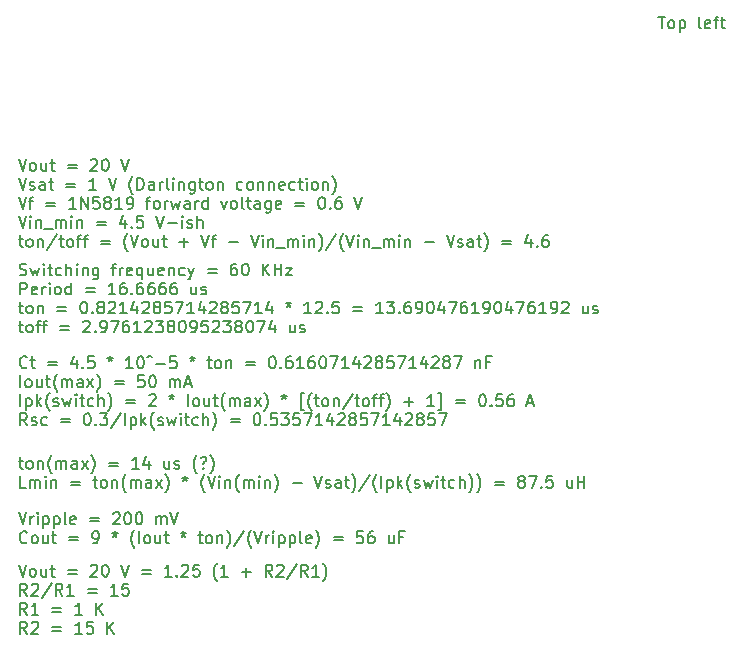
<source format=gbr>
%TF.GenerationSoftware,KiCad,Pcbnew,7.0.11-7.0.11~ubuntu22.04.1*%
%TF.CreationDate,2024-06-30T10:09:10-03:00*%
%TF.ProjectId,Pico_GG_LCD,5069636f-5f47-4475-9f4c-43442e6b6963,rev?*%
%TF.SameCoordinates,Original*%
%TF.FileFunction,Other,Comment*%
%FSLAX46Y46*%
G04 Gerber Fmt 4.6, Leading zero omitted, Abs format (unit mm)*
G04 Created by KiCad (PCBNEW 7.0.11-7.0.11~ubuntu22.04.1) date 2024-06-30 10:09:10*
%MOMM*%
%LPD*%
G01*
G04 APERTURE LIST*
%ADD10C,0.150000*%
G04 APERTURE END LIST*
D10*
X64193922Y-108239819D02*
X64527255Y-109239819D01*
X64527255Y-109239819D02*
X64860588Y-108239819D01*
X65336779Y-109239819D02*
X65241541Y-109192200D01*
X65241541Y-109192200D02*
X65193922Y-109144580D01*
X65193922Y-109144580D02*
X65146303Y-109049342D01*
X65146303Y-109049342D02*
X65146303Y-108763628D01*
X65146303Y-108763628D02*
X65193922Y-108668390D01*
X65193922Y-108668390D02*
X65241541Y-108620771D01*
X65241541Y-108620771D02*
X65336779Y-108573152D01*
X65336779Y-108573152D02*
X65479636Y-108573152D01*
X65479636Y-108573152D02*
X65574874Y-108620771D01*
X65574874Y-108620771D02*
X65622493Y-108668390D01*
X65622493Y-108668390D02*
X65670112Y-108763628D01*
X65670112Y-108763628D02*
X65670112Y-109049342D01*
X65670112Y-109049342D02*
X65622493Y-109144580D01*
X65622493Y-109144580D02*
X65574874Y-109192200D01*
X65574874Y-109192200D02*
X65479636Y-109239819D01*
X65479636Y-109239819D02*
X65336779Y-109239819D01*
X66527255Y-108573152D02*
X66527255Y-109239819D01*
X66098684Y-108573152D02*
X66098684Y-109096961D01*
X66098684Y-109096961D02*
X66146303Y-109192200D01*
X66146303Y-109192200D02*
X66241541Y-109239819D01*
X66241541Y-109239819D02*
X66384398Y-109239819D01*
X66384398Y-109239819D02*
X66479636Y-109192200D01*
X66479636Y-109192200D02*
X66527255Y-109144580D01*
X66860589Y-108573152D02*
X67241541Y-108573152D01*
X67003446Y-108239819D02*
X67003446Y-109096961D01*
X67003446Y-109096961D02*
X67051065Y-109192200D01*
X67051065Y-109192200D02*
X67146303Y-109239819D01*
X67146303Y-109239819D02*
X67241541Y-109239819D01*
X68336780Y-108716009D02*
X69098685Y-108716009D01*
X69098685Y-109001723D02*
X68336780Y-109001723D01*
X70289161Y-108335057D02*
X70336780Y-108287438D01*
X70336780Y-108287438D02*
X70432018Y-108239819D01*
X70432018Y-108239819D02*
X70670113Y-108239819D01*
X70670113Y-108239819D02*
X70765351Y-108287438D01*
X70765351Y-108287438D02*
X70812970Y-108335057D01*
X70812970Y-108335057D02*
X70860589Y-108430295D01*
X70860589Y-108430295D02*
X70860589Y-108525533D01*
X70860589Y-108525533D02*
X70812970Y-108668390D01*
X70812970Y-108668390D02*
X70241542Y-109239819D01*
X70241542Y-109239819D02*
X70860589Y-109239819D01*
X71479637Y-108239819D02*
X71574875Y-108239819D01*
X71574875Y-108239819D02*
X71670113Y-108287438D01*
X71670113Y-108287438D02*
X71717732Y-108335057D01*
X71717732Y-108335057D02*
X71765351Y-108430295D01*
X71765351Y-108430295D02*
X71812970Y-108620771D01*
X71812970Y-108620771D02*
X71812970Y-108858866D01*
X71812970Y-108858866D02*
X71765351Y-109049342D01*
X71765351Y-109049342D02*
X71717732Y-109144580D01*
X71717732Y-109144580D02*
X71670113Y-109192200D01*
X71670113Y-109192200D02*
X71574875Y-109239819D01*
X71574875Y-109239819D02*
X71479637Y-109239819D01*
X71479637Y-109239819D02*
X71384399Y-109192200D01*
X71384399Y-109192200D02*
X71336780Y-109144580D01*
X71336780Y-109144580D02*
X71289161Y-109049342D01*
X71289161Y-109049342D02*
X71241542Y-108858866D01*
X71241542Y-108858866D02*
X71241542Y-108620771D01*
X71241542Y-108620771D02*
X71289161Y-108430295D01*
X71289161Y-108430295D02*
X71336780Y-108335057D01*
X71336780Y-108335057D02*
X71384399Y-108287438D01*
X71384399Y-108287438D02*
X71479637Y-108239819D01*
X72860590Y-108239819D02*
X73193923Y-109239819D01*
X73193923Y-109239819D02*
X73527256Y-108239819D01*
X74622495Y-108716009D02*
X75384400Y-108716009D01*
X75384400Y-109001723D02*
X74622495Y-109001723D01*
X77146304Y-109239819D02*
X76574876Y-109239819D01*
X76860590Y-109239819D02*
X76860590Y-108239819D01*
X76860590Y-108239819D02*
X76765352Y-108382676D01*
X76765352Y-108382676D02*
X76670114Y-108477914D01*
X76670114Y-108477914D02*
X76574876Y-108525533D01*
X77574876Y-109144580D02*
X77622495Y-109192200D01*
X77622495Y-109192200D02*
X77574876Y-109239819D01*
X77574876Y-109239819D02*
X77527257Y-109192200D01*
X77527257Y-109192200D02*
X77574876Y-109144580D01*
X77574876Y-109144580D02*
X77574876Y-109239819D01*
X78003447Y-108335057D02*
X78051066Y-108287438D01*
X78051066Y-108287438D02*
X78146304Y-108239819D01*
X78146304Y-108239819D02*
X78384399Y-108239819D01*
X78384399Y-108239819D02*
X78479637Y-108287438D01*
X78479637Y-108287438D02*
X78527256Y-108335057D01*
X78527256Y-108335057D02*
X78574875Y-108430295D01*
X78574875Y-108430295D02*
X78574875Y-108525533D01*
X78574875Y-108525533D02*
X78527256Y-108668390D01*
X78527256Y-108668390D02*
X77955828Y-109239819D01*
X77955828Y-109239819D02*
X78574875Y-109239819D01*
X79479637Y-108239819D02*
X79003447Y-108239819D01*
X79003447Y-108239819D02*
X78955828Y-108716009D01*
X78955828Y-108716009D02*
X79003447Y-108668390D01*
X79003447Y-108668390D02*
X79098685Y-108620771D01*
X79098685Y-108620771D02*
X79336780Y-108620771D01*
X79336780Y-108620771D02*
X79432018Y-108668390D01*
X79432018Y-108668390D02*
X79479637Y-108716009D01*
X79479637Y-108716009D02*
X79527256Y-108811247D01*
X79527256Y-108811247D02*
X79527256Y-109049342D01*
X79527256Y-109049342D02*
X79479637Y-109144580D01*
X79479637Y-109144580D02*
X79432018Y-109192200D01*
X79432018Y-109192200D02*
X79336780Y-109239819D01*
X79336780Y-109239819D02*
X79098685Y-109239819D01*
X79098685Y-109239819D02*
X79003447Y-109192200D01*
X79003447Y-109192200D02*
X78955828Y-109144580D01*
X81003447Y-109620771D02*
X80955828Y-109573152D01*
X80955828Y-109573152D02*
X80860590Y-109430295D01*
X80860590Y-109430295D02*
X80812971Y-109335057D01*
X80812971Y-109335057D02*
X80765352Y-109192200D01*
X80765352Y-109192200D02*
X80717733Y-108954104D01*
X80717733Y-108954104D02*
X80717733Y-108763628D01*
X80717733Y-108763628D02*
X80765352Y-108525533D01*
X80765352Y-108525533D02*
X80812971Y-108382676D01*
X80812971Y-108382676D02*
X80860590Y-108287438D01*
X80860590Y-108287438D02*
X80955828Y-108144580D01*
X80955828Y-108144580D02*
X81003447Y-108096961D01*
X81908209Y-109239819D02*
X81336781Y-109239819D01*
X81622495Y-109239819D02*
X81622495Y-108239819D01*
X81622495Y-108239819D02*
X81527257Y-108382676D01*
X81527257Y-108382676D02*
X81432019Y-108477914D01*
X81432019Y-108477914D02*
X81336781Y-108525533D01*
X83098686Y-108858866D02*
X83860591Y-108858866D01*
X83479638Y-109239819D02*
X83479638Y-108477914D01*
X85670114Y-109239819D02*
X85336781Y-108763628D01*
X85098686Y-109239819D02*
X85098686Y-108239819D01*
X85098686Y-108239819D02*
X85479638Y-108239819D01*
X85479638Y-108239819D02*
X85574876Y-108287438D01*
X85574876Y-108287438D02*
X85622495Y-108335057D01*
X85622495Y-108335057D02*
X85670114Y-108430295D01*
X85670114Y-108430295D02*
X85670114Y-108573152D01*
X85670114Y-108573152D02*
X85622495Y-108668390D01*
X85622495Y-108668390D02*
X85574876Y-108716009D01*
X85574876Y-108716009D02*
X85479638Y-108763628D01*
X85479638Y-108763628D02*
X85098686Y-108763628D01*
X86051067Y-108335057D02*
X86098686Y-108287438D01*
X86098686Y-108287438D02*
X86193924Y-108239819D01*
X86193924Y-108239819D02*
X86432019Y-108239819D01*
X86432019Y-108239819D02*
X86527257Y-108287438D01*
X86527257Y-108287438D02*
X86574876Y-108335057D01*
X86574876Y-108335057D02*
X86622495Y-108430295D01*
X86622495Y-108430295D02*
X86622495Y-108525533D01*
X86622495Y-108525533D02*
X86574876Y-108668390D01*
X86574876Y-108668390D02*
X86003448Y-109239819D01*
X86003448Y-109239819D02*
X86622495Y-109239819D01*
X87765352Y-108192200D02*
X86908210Y-109477914D01*
X88670114Y-109239819D02*
X88336781Y-108763628D01*
X88098686Y-109239819D02*
X88098686Y-108239819D01*
X88098686Y-108239819D02*
X88479638Y-108239819D01*
X88479638Y-108239819D02*
X88574876Y-108287438D01*
X88574876Y-108287438D02*
X88622495Y-108335057D01*
X88622495Y-108335057D02*
X88670114Y-108430295D01*
X88670114Y-108430295D02*
X88670114Y-108573152D01*
X88670114Y-108573152D02*
X88622495Y-108668390D01*
X88622495Y-108668390D02*
X88574876Y-108716009D01*
X88574876Y-108716009D02*
X88479638Y-108763628D01*
X88479638Y-108763628D02*
X88098686Y-108763628D01*
X89622495Y-109239819D02*
X89051067Y-109239819D01*
X89336781Y-109239819D02*
X89336781Y-108239819D01*
X89336781Y-108239819D02*
X89241543Y-108382676D01*
X89241543Y-108382676D02*
X89146305Y-108477914D01*
X89146305Y-108477914D02*
X89051067Y-108525533D01*
X89955829Y-109620771D02*
X90003448Y-109573152D01*
X90003448Y-109573152D02*
X90098686Y-109430295D01*
X90098686Y-109430295D02*
X90146305Y-109335057D01*
X90146305Y-109335057D02*
X90193924Y-109192200D01*
X90193924Y-109192200D02*
X90241543Y-108954104D01*
X90241543Y-108954104D02*
X90241543Y-108763628D01*
X90241543Y-108763628D02*
X90193924Y-108525533D01*
X90193924Y-108525533D02*
X90146305Y-108382676D01*
X90146305Y-108382676D02*
X90098686Y-108287438D01*
X90098686Y-108287438D02*
X90003448Y-108144580D01*
X90003448Y-108144580D02*
X89955829Y-108096961D01*
X64908207Y-110849819D02*
X64574874Y-110373628D01*
X64336779Y-110849819D02*
X64336779Y-109849819D01*
X64336779Y-109849819D02*
X64717731Y-109849819D01*
X64717731Y-109849819D02*
X64812969Y-109897438D01*
X64812969Y-109897438D02*
X64860588Y-109945057D01*
X64860588Y-109945057D02*
X64908207Y-110040295D01*
X64908207Y-110040295D02*
X64908207Y-110183152D01*
X64908207Y-110183152D02*
X64860588Y-110278390D01*
X64860588Y-110278390D02*
X64812969Y-110326009D01*
X64812969Y-110326009D02*
X64717731Y-110373628D01*
X64717731Y-110373628D02*
X64336779Y-110373628D01*
X65289160Y-109945057D02*
X65336779Y-109897438D01*
X65336779Y-109897438D02*
X65432017Y-109849819D01*
X65432017Y-109849819D02*
X65670112Y-109849819D01*
X65670112Y-109849819D02*
X65765350Y-109897438D01*
X65765350Y-109897438D02*
X65812969Y-109945057D01*
X65812969Y-109945057D02*
X65860588Y-110040295D01*
X65860588Y-110040295D02*
X65860588Y-110135533D01*
X65860588Y-110135533D02*
X65812969Y-110278390D01*
X65812969Y-110278390D02*
X65241541Y-110849819D01*
X65241541Y-110849819D02*
X65860588Y-110849819D01*
X67003445Y-109802200D02*
X66146303Y-111087914D01*
X67908207Y-110849819D02*
X67574874Y-110373628D01*
X67336779Y-110849819D02*
X67336779Y-109849819D01*
X67336779Y-109849819D02*
X67717731Y-109849819D01*
X67717731Y-109849819D02*
X67812969Y-109897438D01*
X67812969Y-109897438D02*
X67860588Y-109945057D01*
X67860588Y-109945057D02*
X67908207Y-110040295D01*
X67908207Y-110040295D02*
X67908207Y-110183152D01*
X67908207Y-110183152D02*
X67860588Y-110278390D01*
X67860588Y-110278390D02*
X67812969Y-110326009D01*
X67812969Y-110326009D02*
X67717731Y-110373628D01*
X67717731Y-110373628D02*
X67336779Y-110373628D01*
X68860588Y-110849819D02*
X68289160Y-110849819D01*
X68574874Y-110849819D02*
X68574874Y-109849819D01*
X68574874Y-109849819D02*
X68479636Y-109992676D01*
X68479636Y-109992676D02*
X68384398Y-110087914D01*
X68384398Y-110087914D02*
X68289160Y-110135533D01*
X70051065Y-110326009D02*
X70812970Y-110326009D01*
X70812970Y-110611723D02*
X70051065Y-110611723D01*
X72574874Y-110849819D02*
X72003446Y-110849819D01*
X72289160Y-110849819D02*
X72289160Y-109849819D01*
X72289160Y-109849819D02*
X72193922Y-109992676D01*
X72193922Y-109992676D02*
X72098684Y-110087914D01*
X72098684Y-110087914D02*
X72003446Y-110135533D01*
X73479636Y-109849819D02*
X73003446Y-109849819D01*
X73003446Y-109849819D02*
X72955827Y-110326009D01*
X72955827Y-110326009D02*
X73003446Y-110278390D01*
X73003446Y-110278390D02*
X73098684Y-110230771D01*
X73098684Y-110230771D02*
X73336779Y-110230771D01*
X73336779Y-110230771D02*
X73432017Y-110278390D01*
X73432017Y-110278390D02*
X73479636Y-110326009D01*
X73479636Y-110326009D02*
X73527255Y-110421247D01*
X73527255Y-110421247D02*
X73527255Y-110659342D01*
X73527255Y-110659342D02*
X73479636Y-110754580D01*
X73479636Y-110754580D02*
X73432017Y-110802200D01*
X73432017Y-110802200D02*
X73336779Y-110849819D01*
X73336779Y-110849819D02*
X73098684Y-110849819D01*
X73098684Y-110849819D02*
X73003446Y-110802200D01*
X73003446Y-110802200D02*
X72955827Y-110754580D01*
X64908207Y-112459819D02*
X64574874Y-111983628D01*
X64336779Y-112459819D02*
X64336779Y-111459819D01*
X64336779Y-111459819D02*
X64717731Y-111459819D01*
X64717731Y-111459819D02*
X64812969Y-111507438D01*
X64812969Y-111507438D02*
X64860588Y-111555057D01*
X64860588Y-111555057D02*
X64908207Y-111650295D01*
X64908207Y-111650295D02*
X64908207Y-111793152D01*
X64908207Y-111793152D02*
X64860588Y-111888390D01*
X64860588Y-111888390D02*
X64812969Y-111936009D01*
X64812969Y-111936009D02*
X64717731Y-111983628D01*
X64717731Y-111983628D02*
X64336779Y-111983628D01*
X65860588Y-112459819D02*
X65289160Y-112459819D01*
X65574874Y-112459819D02*
X65574874Y-111459819D01*
X65574874Y-111459819D02*
X65479636Y-111602676D01*
X65479636Y-111602676D02*
X65384398Y-111697914D01*
X65384398Y-111697914D02*
X65289160Y-111745533D01*
X67051065Y-111936009D02*
X67812970Y-111936009D01*
X67812970Y-112221723D02*
X67051065Y-112221723D01*
X69574874Y-112459819D02*
X69003446Y-112459819D01*
X69289160Y-112459819D02*
X69289160Y-111459819D01*
X69289160Y-111459819D02*
X69193922Y-111602676D01*
X69193922Y-111602676D02*
X69098684Y-111697914D01*
X69098684Y-111697914D02*
X69003446Y-111745533D01*
X70765351Y-112459819D02*
X70765351Y-111459819D01*
X71336779Y-112459819D02*
X70908208Y-111888390D01*
X71336779Y-111459819D02*
X70765351Y-112031247D01*
X64908207Y-114069819D02*
X64574874Y-113593628D01*
X64336779Y-114069819D02*
X64336779Y-113069819D01*
X64336779Y-113069819D02*
X64717731Y-113069819D01*
X64717731Y-113069819D02*
X64812969Y-113117438D01*
X64812969Y-113117438D02*
X64860588Y-113165057D01*
X64860588Y-113165057D02*
X64908207Y-113260295D01*
X64908207Y-113260295D02*
X64908207Y-113403152D01*
X64908207Y-113403152D02*
X64860588Y-113498390D01*
X64860588Y-113498390D02*
X64812969Y-113546009D01*
X64812969Y-113546009D02*
X64717731Y-113593628D01*
X64717731Y-113593628D02*
X64336779Y-113593628D01*
X65289160Y-113165057D02*
X65336779Y-113117438D01*
X65336779Y-113117438D02*
X65432017Y-113069819D01*
X65432017Y-113069819D02*
X65670112Y-113069819D01*
X65670112Y-113069819D02*
X65765350Y-113117438D01*
X65765350Y-113117438D02*
X65812969Y-113165057D01*
X65812969Y-113165057D02*
X65860588Y-113260295D01*
X65860588Y-113260295D02*
X65860588Y-113355533D01*
X65860588Y-113355533D02*
X65812969Y-113498390D01*
X65812969Y-113498390D02*
X65241541Y-114069819D01*
X65241541Y-114069819D02*
X65860588Y-114069819D01*
X67051065Y-113546009D02*
X67812970Y-113546009D01*
X67812970Y-113831723D02*
X67051065Y-113831723D01*
X69574874Y-114069819D02*
X69003446Y-114069819D01*
X69289160Y-114069819D02*
X69289160Y-113069819D01*
X69289160Y-113069819D02*
X69193922Y-113212676D01*
X69193922Y-113212676D02*
X69098684Y-113307914D01*
X69098684Y-113307914D02*
X69003446Y-113355533D01*
X70479636Y-113069819D02*
X70003446Y-113069819D01*
X70003446Y-113069819D02*
X69955827Y-113546009D01*
X69955827Y-113546009D02*
X70003446Y-113498390D01*
X70003446Y-113498390D02*
X70098684Y-113450771D01*
X70098684Y-113450771D02*
X70336779Y-113450771D01*
X70336779Y-113450771D02*
X70432017Y-113498390D01*
X70432017Y-113498390D02*
X70479636Y-113546009D01*
X70479636Y-113546009D02*
X70527255Y-113641247D01*
X70527255Y-113641247D02*
X70527255Y-113879342D01*
X70527255Y-113879342D02*
X70479636Y-113974580D01*
X70479636Y-113974580D02*
X70432017Y-114022200D01*
X70432017Y-114022200D02*
X70336779Y-114069819D01*
X70336779Y-114069819D02*
X70098684Y-114069819D01*
X70098684Y-114069819D02*
X70003446Y-114022200D01*
X70003446Y-114022200D02*
X69955827Y-113974580D01*
X71717732Y-114069819D02*
X71717732Y-113069819D01*
X72289160Y-114069819D02*
X71860589Y-113498390D01*
X72289160Y-113069819D02*
X71717732Y-113641247D01*
X118343922Y-61819819D02*
X118915350Y-61819819D01*
X118629636Y-62819819D02*
X118629636Y-61819819D01*
X119391541Y-62819819D02*
X119296303Y-62772200D01*
X119296303Y-62772200D02*
X119248684Y-62724580D01*
X119248684Y-62724580D02*
X119201065Y-62629342D01*
X119201065Y-62629342D02*
X119201065Y-62343628D01*
X119201065Y-62343628D02*
X119248684Y-62248390D01*
X119248684Y-62248390D02*
X119296303Y-62200771D01*
X119296303Y-62200771D02*
X119391541Y-62153152D01*
X119391541Y-62153152D02*
X119534398Y-62153152D01*
X119534398Y-62153152D02*
X119629636Y-62200771D01*
X119629636Y-62200771D02*
X119677255Y-62248390D01*
X119677255Y-62248390D02*
X119724874Y-62343628D01*
X119724874Y-62343628D02*
X119724874Y-62629342D01*
X119724874Y-62629342D02*
X119677255Y-62724580D01*
X119677255Y-62724580D02*
X119629636Y-62772200D01*
X119629636Y-62772200D02*
X119534398Y-62819819D01*
X119534398Y-62819819D02*
X119391541Y-62819819D01*
X120153446Y-62153152D02*
X120153446Y-63153152D01*
X120153446Y-62200771D02*
X120248684Y-62153152D01*
X120248684Y-62153152D02*
X120439160Y-62153152D01*
X120439160Y-62153152D02*
X120534398Y-62200771D01*
X120534398Y-62200771D02*
X120582017Y-62248390D01*
X120582017Y-62248390D02*
X120629636Y-62343628D01*
X120629636Y-62343628D02*
X120629636Y-62629342D01*
X120629636Y-62629342D02*
X120582017Y-62724580D01*
X120582017Y-62724580D02*
X120534398Y-62772200D01*
X120534398Y-62772200D02*
X120439160Y-62819819D01*
X120439160Y-62819819D02*
X120248684Y-62819819D01*
X120248684Y-62819819D02*
X120153446Y-62772200D01*
X121962970Y-62819819D02*
X121867732Y-62772200D01*
X121867732Y-62772200D02*
X121820113Y-62676961D01*
X121820113Y-62676961D02*
X121820113Y-61819819D01*
X122724875Y-62772200D02*
X122629637Y-62819819D01*
X122629637Y-62819819D02*
X122439161Y-62819819D01*
X122439161Y-62819819D02*
X122343923Y-62772200D01*
X122343923Y-62772200D02*
X122296304Y-62676961D01*
X122296304Y-62676961D02*
X122296304Y-62296009D01*
X122296304Y-62296009D02*
X122343923Y-62200771D01*
X122343923Y-62200771D02*
X122439161Y-62153152D01*
X122439161Y-62153152D02*
X122629637Y-62153152D01*
X122629637Y-62153152D02*
X122724875Y-62200771D01*
X122724875Y-62200771D02*
X122772494Y-62296009D01*
X122772494Y-62296009D02*
X122772494Y-62391247D01*
X122772494Y-62391247D02*
X122296304Y-62486485D01*
X123058209Y-62153152D02*
X123439161Y-62153152D01*
X123201066Y-62819819D02*
X123201066Y-61962676D01*
X123201066Y-61962676D02*
X123248685Y-61867438D01*
X123248685Y-61867438D02*
X123343923Y-61819819D01*
X123343923Y-61819819D02*
X123439161Y-61819819D01*
X123629638Y-62153152D02*
X124010590Y-62153152D01*
X123772495Y-61819819D02*
X123772495Y-62676961D01*
X123772495Y-62676961D02*
X123820114Y-62772200D01*
X123820114Y-62772200D02*
X123915352Y-62819819D01*
X123915352Y-62819819D02*
X124010590Y-62819819D01*
X64289160Y-83692200D02*
X64432017Y-83739819D01*
X64432017Y-83739819D02*
X64670112Y-83739819D01*
X64670112Y-83739819D02*
X64765350Y-83692200D01*
X64765350Y-83692200D02*
X64812969Y-83644580D01*
X64812969Y-83644580D02*
X64860588Y-83549342D01*
X64860588Y-83549342D02*
X64860588Y-83454104D01*
X64860588Y-83454104D02*
X64812969Y-83358866D01*
X64812969Y-83358866D02*
X64765350Y-83311247D01*
X64765350Y-83311247D02*
X64670112Y-83263628D01*
X64670112Y-83263628D02*
X64479636Y-83216009D01*
X64479636Y-83216009D02*
X64384398Y-83168390D01*
X64384398Y-83168390D02*
X64336779Y-83120771D01*
X64336779Y-83120771D02*
X64289160Y-83025533D01*
X64289160Y-83025533D02*
X64289160Y-82930295D01*
X64289160Y-82930295D02*
X64336779Y-82835057D01*
X64336779Y-82835057D02*
X64384398Y-82787438D01*
X64384398Y-82787438D02*
X64479636Y-82739819D01*
X64479636Y-82739819D02*
X64717731Y-82739819D01*
X64717731Y-82739819D02*
X64860588Y-82787438D01*
X65193922Y-83073152D02*
X65384398Y-83739819D01*
X65384398Y-83739819D02*
X65574874Y-83263628D01*
X65574874Y-83263628D02*
X65765350Y-83739819D01*
X65765350Y-83739819D02*
X65955826Y-83073152D01*
X66336779Y-83739819D02*
X66336779Y-83073152D01*
X66336779Y-82739819D02*
X66289160Y-82787438D01*
X66289160Y-82787438D02*
X66336779Y-82835057D01*
X66336779Y-82835057D02*
X66384398Y-82787438D01*
X66384398Y-82787438D02*
X66336779Y-82739819D01*
X66336779Y-82739819D02*
X66336779Y-82835057D01*
X66670112Y-83073152D02*
X67051064Y-83073152D01*
X66812969Y-82739819D02*
X66812969Y-83596961D01*
X66812969Y-83596961D02*
X66860588Y-83692200D01*
X66860588Y-83692200D02*
X66955826Y-83739819D01*
X66955826Y-83739819D02*
X67051064Y-83739819D01*
X67812969Y-83692200D02*
X67717731Y-83739819D01*
X67717731Y-83739819D02*
X67527255Y-83739819D01*
X67527255Y-83739819D02*
X67432017Y-83692200D01*
X67432017Y-83692200D02*
X67384398Y-83644580D01*
X67384398Y-83644580D02*
X67336779Y-83549342D01*
X67336779Y-83549342D02*
X67336779Y-83263628D01*
X67336779Y-83263628D02*
X67384398Y-83168390D01*
X67384398Y-83168390D02*
X67432017Y-83120771D01*
X67432017Y-83120771D02*
X67527255Y-83073152D01*
X67527255Y-83073152D02*
X67717731Y-83073152D01*
X67717731Y-83073152D02*
X67812969Y-83120771D01*
X68241541Y-83739819D02*
X68241541Y-82739819D01*
X68670112Y-83739819D02*
X68670112Y-83216009D01*
X68670112Y-83216009D02*
X68622493Y-83120771D01*
X68622493Y-83120771D02*
X68527255Y-83073152D01*
X68527255Y-83073152D02*
X68384398Y-83073152D01*
X68384398Y-83073152D02*
X68289160Y-83120771D01*
X68289160Y-83120771D02*
X68241541Y-83168390D01*
X69146303Y-83739819D02*
X69146303Y-83073152D01*
X69146303Y-82739819D02*
X69098684Y-82787438D01*
X69098684Y-82787438D02*
X69146303Y-82835057D01*
X69146303Y-82835057D02*
X69193922Y-82787438D01*
X69193922Y-82787438D02*
X69146303Y-82739819D01*
X69146303Y-82739819D02*
X69146303Y-82835057D01*
X69622493Y-83073152D02*
X69622493Y-83739819D01*
X69622493Y-83168390D02*
X69670112Y-83120771D01*
X69670112Y-83120771D02*
X69765350Y-83073152D01*
X69765350Y-83073152D02*
X69908207Y-83073152D01*
X69908207Y-83073152D02*
X70003445Y-83120771D01*
X70003445Y-83120771D02*
X70051064Y-83216009D01*
X70051064Y-83216009D02*
X70051064Y-83739819D01*
X70955826Y-83073152D02*
X70955826Y-83882676D01*
X70955826Y-83882676D02*
X70908207Y-83977914D01*
X70908207Y-83977914D02*
X70860588Y-84025533D01*
X70860588Y-84025533D02*
X70765350Y-84073152D01*
X70765350Y-84073152D02*
X70622493Y-84073152D01*
X70622493Y-84073152D02*
X70527255Y-84025533D01*
X70955826Y-83692200D02*
X70860588Y-83739819D01*
X70860588Y-83739819D02*
X70670112Y-83739819D01*
X70670112Y-83739819D02*
X70574874Y-83692200D01*
X70574874Y-83692200D02*
X70527255Y-83644580D01*
X70527255Y-83644580D02*
X70479636Y-83549342D01*
X70479636Y-83549342D02*
X70479636Y-83263628D01*
X70479636Y-83263628D02*
X70527255Y-83168390D01*
X70527255Y-83168390D02*
X70574874Y-83120771D01*
X70574874Y-83120771D02*
X70670112Y-83073152D01*
X70670112Y-83073152D02*
X70860588Y-83073152D01*
X70860588Y-83073152D02*
X70955826Y-83120771D01*
X72051065Y-83073152D02*
X72432017Y-83073152D01*
X72193922Y-83739819D02*
X72193922Y-82882676D01*
X72193922Y-82882676D02*
X72241541Y-82787438D01*
X72241541Y-82787438D02*
X72336779Y-82739819D01*
X72336779Y-82739819D02*
X72432017Y-82739819D01*
X72765351Y-83739819D02*
X72765351Y-83073152D01*
X72765351Y-83263628D02*
X72812970Y-83168390D01*
X72812970Y-83168390D02*
X72860589Y-83120771D01*
X72860589Y-83120771D02*
X72955827Y-83073152D01*
X72955827Y-83073152D02*
X73051065Y-83073152D01*
X73765351Y-83692200D02*
X73670113Y-83739819D01*
X73670113Y-83739819D02*
X73479637Y-83739819D01*
X73479637Y-83739819D02*
X73384399Y-83692200D01*
X73384399Y-83692200D02*
X73336780Y-83596961D01*
X73336780Y-83596961D02*
X73336780Y-83216009D01*
X73336780Y-83216009D02*
X73384399Y-83120771D01*
X73384399Y-83120771D02*
X73479637Y-83073152D01*
X73479637Y-83073152D02*
X73670113Y-83073152D01*
X73670113Y-83073152D02*
X73765351Y-83120771D01*
X73765351Y-83120771D02*
X73812970Y-83216009D01*
X73812970Y-83216009D02*
X73812970Y-83311247D01*
X73812970Y-83311247D02*
X73336780Y-83406485D01*
X74670113Y-83073152D02*
X74670113Y-84073152D01*
X74670113Y-83692200D02*
X74574875Y-83739819D01*
X74574875Y-83739819D02*
X74384399Y-83739819D01*
X74384399Y-83739819D02*
X74289161Y-83692200D01*
X74289161Y-83692200D02*
X74241542Y-83644580D01*
X74241542Y-83644580D02*
X74193923Y-83549342D01*
X74193923Y-83549342D02*
X74193923Y-83263628D01*
X74193923Y-83263628D02*
X74241542Y-83168390D01*
X74241542Y-83168390D02*
X74289161Y-83120771D01*
X74289161Y-83120771D02*
X74384399Y-83073152D01*
X74384399Y-83073152D02*
X74574875Y-83073152D01*
X74574875Y-83073152D02*
X74670113Y-83120771D01*
X75574875Y-83073152D02*
X75574875Y-83739819D01*
X75146304Y-83073152D02*
X75146304Y-83596961D01*
X75146304Y-83596961D02*
X75193923Y-83692200D01*
X75193923Y-83692200D02*
X75289161Y-83739819D01*
X75289161Y-83739819D02*
X75432018Y-83739819D01*
X75432018Y-83739819D02*
X75527256Y-83692200D01*
X75527256Y-83692200D02*
X75574875Y-83644580D01*
X76432018Y-83692200D02*
X76336780Y-83739819D01*
X76336780Y-83739819D02*
X76146304Y-83739819D01*
X76146304Y-83739819D02*
X76051066Y-83692200D01*
X76051066Y-83692200D02*
X76003447Y-83596961D01*
X76003447Y-83596961D02*
X76003447Y-83216009D01*
X76003447Y-83216009D02*
X76051066Y-83120771D01*
X76051066Y-83120771D02*
X76146304Y-83073152D01*
X76146304Y-83073152D02*
X76336780Y-83073152D01*
X76336780Y-83073152D02*
X76432018Y-83120771D01*
X76432018Y-83120771D02*
X76479637Y-83216009D01*
X76479637Y-83216009D02*
X76479637Y-83311247D01*
X76479637Y-83311247D02*
X76003447Y-83406485D01*
X76908209Y-83073152D02*
X76908209Y-83739819D01*
X76908209Y-83168390D02*
X76955828Y-83120771D01*
X76955828Y-83120771D02*
X77051066Y-83073152D01*
X77051066Y-83073152D02*
X77193923Y-83073152D01*
X77193923Y-83073152D02*
X77289161Y-83120771D01*
X77289161Y-83120771D02*
X77336780Y-83216009D01*
X77336780Y-83216009D02*
X77336780Y-83739819D01*
X78241542Y-83692200D02*
X78146304Y-83739819D01*
X78146304Y-83739819D02*
X77955828Y-83739819D01*
X77955828Y-83739819D02*
X77860590Y-83692200D01*
X77860590Y-83692200D02*
X77812971Y-83644580D01*
X77812971Y-83644580D02*
X77765352Y-83549342D01*
X77765352Y-83549342D02*
X77765352Y-83263628D01*
X77765352Y-83263628D02*
X77812971Y-83168390D01*
X77812971Y-83168390D02*
X77860590Y-83120771D01*
X77860590Y-83120771D02*
X77955828Y-83073152D01*
X77955828Y-83073152D02*
X78146304Y-83073152D01*
X78146304Y-83073152D02*
X78241542Y-83120771D01*
X78574876Y-83073152D02*
X78812971Y-83739819D01*
X79051066Y-83073152D02*
X78812971Y-83739819D01*
X78812971Y-83739819D02*
X78717733Y-83977914D01*
X78717733Y-83977914D02*
X78670114Y-84025533D01*
X78670114Y-84025533D02*
X78574876Y-84073152D01*
X80193924Y-83216009D02*
X80955829Y-83216009D01*
X80955829Y-83501723D02*
X80193924Y-83501723D01*
X82622495Y-82739819D02*
X82432019Y-82739819D01*
X82432019Y-82739819D02*
X82336781Y-82787438D01*
X82336781Y-82787438D02*
X82289162Y-82835057D01*
X82289162Y-82835057D02*
X82193924Y-82977914D01*
X82193924Y-82977914D02*
X82146305Y-83168390D01*
X82146305Y-83168390D02*
X82146305Y-83549342D01*
X82146305Y-83549342D02*
X82193924Y-83644580D01*
X82193924Y-83644580D02*
X82241543Y-83692200D01*
X82241543Y-83692200D02*
X82336781Y-83739819D01*
X82336781Y-83739819D02*
X82527257Y-83739819D01*
X82527257Y-83739819D02*
X82622495Y-83692200D01*
X82622495Y-83692200D02*
X82670114Y-83644580D01*
X82670114Y-83644580D02*
X82717733Y-83549342D01*
X82717733Y-83549342D02*
X82717733Y-83311247D01*
X82717733Y-83311247D02*
X82670114Y-83216009D01*
X82670114Y-83216009D02*
X82622495Y-83168390D01*
X82622495Y-83168390D02*
X82527257Y-83120771D01*
X82527257Y-83120771D02*
X82336781Y-83120771D01*
X82336781Y-83120771D02*
X82241543Y-83168390D01*
X82241543Y-83168390D02*
X82193924Y-83216009D01*
X82193924Y-83216009D02*
X82146305Y-83311247D01*
X83336781Y-82739819D02*
X83432019Y-82739819D01*
X83432019Y-82739819D02*
X83527257Y-82787438D01*
X83527257Y-82787438D02*
X83574876Y-82835057D01*
X83574876Y-82835057D02*
X83622495Y-82930295D01*
X83622495Y-82930295D02*
X83670114Y-83120771D01*
X83670114Y-83120771D02*
X83670114Y-83358866D01*
X83670114Y-83358866D02*
X83622495Y-83549342D01*
X83622495Y-83549342D02*
X83574876Y-83644580D01*
X83574876Y-83644580D02*
X83527257Y-83692200D01*
X83527257Y-83692200D02*
X83432019Y-83739819D01*
X83432019Y-83739819D02*
X83336781Y-83739819D01*
X83336781Y-83739819D02*
X83241543Y-83692200D01*
X83241543Y-83692200D02*
X83193924Y-83644580D01*
X83193924Y-83644580D02*
X83146305Y-83549342D01*
X83146305Y-83549342D02*
X83098686Y-83358866D01*
X83098686Y-83358866D02*
X83098686Y-83120771D01*
X83098686Y-83120771D02*
X83146305Y-82930295D01*
X83146305Y-82930295D02*
X83193924Y-82835057D01*
X83193924Y-82835057D02*
X83241543Y-82787438D01*
X83241543Y-82787438D02*
X83336781Y-82739819D01*
X84860591Y-83739819D02*
X84860591Y-82739819D01*
X85432019Y-83739819D02*
X85003448Y-83168390D01*
X85432019Y-82739819D02*
X84860591Y-83311247D01*
X85860591Y-83739819D02*
X85860591Y-82739819D01*
X85860591Y-83216009D02*
X86432019Y-83216009D01*
X86432019Y-83739819D02*
X86432019Y-82739819D01*
X86812972Y-83073152D02*
X87336781Y-83073152D01*
X87336781Y-83073152D02*
X86812972Y-83739819D01*
X86812972Y-83739819D02*
X87336781Y-83739819D01*
X64336779Y-85349819D02*
X64336779Y-84349819D01*
X64336779Y-84349819D02*
X64717731Y-84349819D01*
X64717731Y-84349819D02*
X64812969Y-84397438D01*
X64812969Y-84397438D02*
X64860588Y-84445057D01*
X64860588Y-84445057D02*
X64908207Y-84540295D01*
X64908207Y-84540295D02*
X64908207Y-84683152D01*
X64908207Y-84683152D02*
X64860588Y-84778390D01*
X64860588Y-84778390D02*
X64812969Y-84826009D01*
X64812969Y-84826009D02*
X64717731Y-84873628D01*
X64717731Y-84873628D02*
X64336779Y-84873628D01*
X65717731Y-85302200D02*
X65622493Y-85349819D01*
X65622493Y-85349819D02*
X65432017Y-85349819D01*
X65432017Y-85349819D02*
X65336779Y-85302200D01*
X65336779Y-85302200D02*
X65289160Y-85206961D01*
X65289160Y-85206961D02*
X65289160Y-84826009D01*
X65289160Y-84826009D02*
X65336779Y-84730771D01*
X65336779Y-84730771D02*
X65432017Y-84683152D01*
X65432017Y-84683152D02*
X65622493Y-84683152D01*
X65622493Y-84683152D02*
X65717731Y-84730771D01*
X65717731Y-84730771D02*
X65765350Y-84826009D01*
X65765350Y-84826009D02*
X65765350Y-84921247D01*
X65765350Y-84921247D02*
X65289160Y-85016485D01*
X66193922Y-85349819D02*
X66193922Y-84683152D01*
X66193922Y-84873628D02*
X66241541Y-84778390D01*
X66241541Y-84778390D02*
X66289160Y-84730771D01*
X66289160Y-84730771D02*
X66384398Y-84683152D01*
X66384398Y-84683152D02*
X66479636Y-84683152D01*
X66812970Y-85349819D02*
X66812970Y-84683152D01*
X66812970Y-84349819D02*
X66765351Y-84397438D01*
X66765351Y-84397438D02*
X66812970Y-84445057D01*
X66812970Y-84445057D02*
X66860589Y-84397438D01*
X66860589Y-84397438D02*
X66812970Y-84349819D01*
X66812970Y-84349819D02*
X66812970Y-84445057D01*
X67432017Y-85349819D02*
X67336779Y-85302200D01*
X67336779Y-85302200D02*
X67289160Y-85254580D01*
X67289160Y-85254580D02*
X67241541Y-85159342D01*
X67241541Y-85159342D02*
X67241541Y-84873628D01*
X67241541Y-84873628D02*
X67289160Y-84778390D01*
X67289160Y-84778390D02*
X67336779Y-84730771D01*
X67336779Y-84730771D02*
X67432017Y-84683152D01*
X67432017Y-84683152D02*
X67574874Y-84683152D01*
X67574874Y-84683152D02*
X67670112Y-84730771D01*
X67670112Y-84730771D02*
X67717731Y-84778390D01*
X67717731Y-84778390D02*
X67765350Y-84873628D01*
X67765350Y-84873628D02*
X67765350Y-85159342D01*
X67765350Y-85159342D02*
X67717731Y-85254580D01*
X67717731Y-85254580D02*
X67670112Y-85302200D01*
X67670112Y-85302200D02*
X67574874Y-85349819D01*
X67574874Y-85349819D02*
X67432017Y-85349819D01*
X68622493Y-85349819D02*
X68622493Y-84349819D01*
X68622493Y-85302200D02*
X68527255Y-85349819D01*
X68527255Y-85349819D02*
X68336779Y-85349819D01*
X68336779Y-85349819D02*
X68241541Y-85302200D01*
X68241541Y-85302200D02*
X68193922Y-85254580D01*
X68193922Y-85254580D02*
X68146303Y-85159342D01*
X68146303Y-85159342D02*
X68146303Y-84873628D01*
X68146303Y-84873628D02*
X68193922Y-84778390D01*
X68193922Y-84778390D02*
X68241541Y-84730771D01*
X68241541Y-84730771D02*
X68336779Y-84683152D01*
X68336779Y-84683152D02*
X68527255Y-84683152D01*
X68527255Y-84683152D02*
X68622493Y-84730771D01*
X69860589Y-84826009D02*
X70622494Y-84826009D01*
X70622494Y-85111723D02*
X69860589Y-85111723D01*
X72384398Y-85349819D02*
X71812970Y-85349819D01*
X72098684Y-85349819D02*
X72098684Y-84349819D01*
X72098684Y-84349819D02*
X72003446Y-84492676D01*
X72003446Y-84492676D02*
X71908208Y-84587914D01*
X71908208Y-84587914D02*
X71812970Y-84635533D01*
X73241541Y-84349819D02*
X73051065Y-84349819D01*
X73051065Y-84349819D02*
X72955827Y-84397438D01*
X72955827Y-84397438D02*
X72908208Y-84445057D01*
X72908208Y-84445057D02*
X72812970Y-84587914D01*
X72812970Y-84587914D02*
X72765351Y-84778390D01*
X72765351Y-84778390D02*
X72765351Y-85159342D01*
X72765351Y-85159342D02*
X72812970Y-85254580D01*
X72812970Y-85254580D02*
X72860589Y-85302200D01*
X72860589Y-85302200D02*
X72955827Y-85349819D01*
X72955827Y-85349819D02*
X73146303Y-85349819D01*
X73146303Y-85349819D02*
X73241541Y-85302200D01*
X73241541Y-85302200D02*
X73289160Y-85254580D01*
X73289160Y-85254580D02*
X73336779Y-85159342D01*
X73336779Y-85159342D02*
X73336779Y-84921247D01*
X73336779Y-84921247D02*
X73289160Y-84826009D01*
X73289160Y-84826009D02*
X73241541Y-84778390D01*
X73241541Y-84778390D02*
X73146303Y-84730771D01*
X73146303Y-84730771D02*
X72955827Y-84730771D01*
X72955827Y-84730771D02*
X72860589Y-84778390D01*
X72860589Y-84778390D02*
X72812970Y-84826009D01*
X72812970Y-84826009D02*
X72765351Y-84921247D01*
X73765351Y-85254580D02*
X73812970Y-85302200D01*
X73812970Y-85302200D02*
X73765351Y-85349819D01*
X73765351Y-85349819D02*
X73717732Y-85302200D01*
X73717732Y-85302200D02*
X73765351Y-85254580D01*
X73765351Y-85254580D02*
X73765351Y-85349819D01*
X74670112Y-84349819D02*
X74479636Y-84349819D01*
X74479636Y-84349819D02*
X74384398Y-84397438D01*
X74384398Y-84397438D02*
X74336779Y-84445057D01*
X74336779Y-84445057D02*
X74241541Y-84587914D01*
X74241541Y-84587914D02*
X74193922Y-84778390D01*
X74193922Y-84778390D02*
X74193922Y-85159342D01*
X74193922Y-85159342D02*
X74241541Y-85254580D01*
X74241541Y-85254580D02*
X74289160Y-85302200D01*
X74289160Y-85302200D02*
X74384398Y-85349819D01*
X74384398Y-85349819D02*
X74574874Y-85349819D01*
X74574874Y-85349819D02*
X74670112Y-85302200D01*
X74670112Y-85302200D02*
X74717731Y-85254580D01*
X74717731Y-85254580D02*
X74765350Y-85159342D01*
X74765350Y-85159342D02*
X74765350Y-84921247D01*
X74765350Y-84921247D02*
X74717731Y-84826009D01*
X74717731Y-84826009D02*
X74670112Y-84778390D01*
X74670112Y-84778390D02*
X74574874Y-84730771D01*
X74574874Y-84730771D02*
X74384398Y-84730771D01*
X74384398Y-84730771D02*
X74289160Y-84778390D01*
X74289160Y-84778390D02*
X74241541Y-84826009D01*
X74241541Y-84826009D02*
X74193922Y-84921247D01*
X75622493Y-84349819D02*
X75432017Y-84349819D01*
X75432017Y-84349819D02*
X75336779Y-84397438D01*
X75336779Y-84397438D02*
X75289160Y-84445057D01*
X75289160Y-84445057D02*
X75193922Y-84587914D01*
X75193922Y-84587914D02*
X75146303Y-84778390D01*
X75146303Y-84778390D02*
X75146303Y-85159342D01*
X75146303Y-85159342D02*
X75193922Y-85254580D01*
X75193922Y-85254580D02*
X75241541Y-85302200D01*
X75241541Y-85302200D02*
X75336779Y-85349819D01*
X75336779Y-85349819D02*
X75527255Y-85349819D01*
X75527255Y-85349819D02*
X75622493Y-85302200D01*
X75622493Y-85302200D02*
X75670112Y-85254580D01*
X75670112Y-85254580D02*
X75717731Y-85159342D01*
X75717731Y-85159342D02*
X75717731Y-84921247D01*
X75717731Y-84921247D02*
X75670112Y-84826009D01*
X75670112Y-84826009D02*
X75622493Y-84778390D01*
X75622493Y-84778390D02*
X75527255Y-84730771D01*
X75527255Y-84730771D02*
X75336779Y-84730771D01*
X75336779Y-84730771D02*
X75241541Y-84778390D01*
X75241541Y-84778390D02*
X75193922Y-84826009D01*
X75193922Y-84826009D02*
X75146303Y-84921247D01*
X76574874Y-84349819D02*
X76384398Y-84349819D01*
X76384398Y-84349819D02*
X76289160Y-84397438D01*
X76289160Y-84397438D02*
X76241541Y-84445057D01*
X76241541Y-84445057D02*
X76146303Y-84587914D01*
X76146303Y-84587914D02*
X76098684Y-84778390D01*
X76098684Y-84778390D02*
X76098684Y-85159342D01*
X76098684Y-85159342D02*
X76146303Y-85254580D01*
X76146303Y-85254580D02*
X76193922Y-85302200D01*
X76193922Y-85302200D02*
X76289160Y-85349819D01*
X76289160Y-85349819D02*
X76479636Y-85349819D01*
X76479636Y-85349819D02*
X76574874Y-85302200D01*
X76574874Y-85302200D02*
X76622493Y-85254580D01*
X76622493Y-85254580D02*
X76670112Y-85159342D01*
X76670112Y-85159342D02*
X76670112Y-84921247D01*
X76670112Y-84921247D02*
X76622493Y-84826009D01*
X76622493Y-84826009D02*
X76574874Y-84778390D01*
X76574874Y-84778390D02*
X76479636Y-84730771D01*
X76479636Y-84730771D02*
X76289160Y-84730771D01*
X76289160Y-84730771D02*
X76193922Y-84778390D01*
X76193922Y-84778390D02*
X76146303Y-84826009D01*
X76146303Y-84826009D02*
X76098684Y-84921247D01*
X77527255Y-84349819D02*
X77336779Y-84349819D01*
X77336779Y-84349819D02*
X77241541Y-84397438D01*
X77241541Y-84397438D02*
X77193922Y-84445057D01*
X77193922Y-84445057D02*
X77098684Y-84587914D01*
X77098684Y-84587914D02*
X77051065Y-84778390D01*
X77051065Y-84778390D02*
X77051065Y-85159342D01*
X77051065Y-85159342D02*
X77098684Y-85254580D01*
X77098684Y-85254580D02*
X77146303Y-85302200D01*
X77146303Y-85302200D02*
X77241541Y-85349819D01*
X77241541Y-85349819D02*
X77432017Y-85349819D01*
X77432017Y-85349819D02*
X77527255Y-85302200D01*
X77527255Y-85302200D02*
X77574874Y-85254580D01*
X77574874Y-85254580D02*
X77622493Y-85159342D01*
X77622493Y-85159342D02*
X77622493Y-84921247D01*
X77622493Y-84921247D02*
X77574874Y-84826009D01*
X77574874Y-84826009D02*
X77527255Y-84778390D01*
X77527255Y-84778390D02*
X77432017Y-84730771D01*
X77432017Y-84730771D02*
X77241541Y-84730771D01*
X77241541Y-84730771D02*
X77146303Y-84778390D01*
X77146303Y-84778390D02*
X77098684Y-84826009D01*
X77098684Y-84826009D02*
X77051065Y-84921247D01*
X79241541Y-84683152D02*
X79241541Y-85349819D01*
X78812970Y-84683152D02*
X78812970Y-85206961D01*
X78812970Y-85206961D02*
X78860589Y-85302200D01*
X78860589Y-85302200D02*
X78955827Y-85349819D01*
X78955827Y-85349819D02*
X79098684Y-85349819D01*
X79098684Y-85349819D02*
X79193922Y-85302200D01*
X79193922Y-85302200D02*
X79241541Y-85254580D01*
X79670113Y-85302200D02*
X79765351Y-85349819D01*
X79765351Y-85349819D02*
X79955827Y-85349819D01*
X79955827Y-85349819D02*
X80051065Y-85302200D01*
X80051065Y-85302200D02*
X80098684Y-85206961D01*
X80098684Y-85206961D02*
X80098684Y-85159342D01*
X80098684Y-85159342D02*
X80051065Y-85064104D01*
X80051065Y-85064104D02*
X79955827Y-85016485D01*
X79955827Y-85016485D02*
X79812970Y-85016485D01*
X79812970Y-85016485D02*
X79717732Y-84968866D01*
X79717732Y-84968866D02*
X79670113Y-84873628D01*
X79670113Y-84873628D02*
X79670113Y-84826009D01*
X79670113Y-84826009D02*
X79717732Y-84730771D01*
X79717732Y-84730771D02*
X79812970Y-84683152D01*
X79812970Y-84683152D02*
X79955827Y-84683152D01*
X79955827Y-84683152D02*
X80051065Y-84730771D01*
X64193922Y-86293152D02*
X64574874Y-86293152D01*
X64336779Y-85959819D02*
X64336779Y-86816961D01*
X64336779Y-86816961D02*
X64384398Y-86912200D01*
X64384398Y-86912200D02*
X64479636Y-86959819D01*
X64479636Y-86959819D02*
X64574874Y-86959819D01*
X65051065Y-86959819D02*
X64955827Y-86912200D01*
X64955827Y-86912200D02*
X64908208Y-86864580D01*
X64908208Y-86864580D02*
X64860589Y-86769342D01*
X64860589Y-86769342D02*
X64860589Y-86483628D01*
X64860589Y-86483628D02*
X64908208Y-86388390D01*
X64908208Y-86388390D02*
X64955827Y-86340771D01*
X64955827Y-86340771D02*
X65051065Y-86293152D01*
X65051065Y-86293152D02*
X65193922Y-86293152D01*
X65193922Y-86293152D02*
X65289160Y-86340771D01*
X65289160Y-86340771D02*
X65336779Y-86388390D01*
X65336779Y-86388390D02*
X65384398Y-86483628D01*
X65384398Y-86483628D02*
X65384398Y-86769342D01*
X65384398Y-86769342D02*
X65336779Y-86864580D01*
X65336779Y-86864580D02*
X65289160Y-86912200D01*
X65289160Y-86912200D02*
X65193922Y-86959819D01*
X65193922Y-86959819D02*
X65051065Y-86959819D01*
X65812970Y-86293152D02*
X65812970Y-86959819D01*
X65812970Y-86388390D02*
X65860589Y-86340771D01*
X65860589Y-86340771D02*
X65955827Y-86293152D01*
X65955827Y-86293152D02*
X66098684Y-86293152D01*
X66098684Y-86293152D02*
X66193922Y-86340771D01*
X66193922Y-86340771D02*
X66241541Y-86436009D01*
X66241541Y-86436009D02*
X66241541Y-86959819D01*
X67479637Y-86436009D02*
X68241542Y-86436009D01*
X68241542Y-86721723D02*
X67479637Y-86721723D01*
X69670113Y-85959819D02*
X69765351Y-85959819D01*
X69765351Y-85959819D02*
X69860589Y-86007438D01*
X69860589Y-86007438D02*
X69908208Y-86055057D01*
X69908208Y-86055057D02*
X69955827Y-86150295D01*
X69955827Y-86150295D02*
X70003446Y-86340771D01*
X70003446Y-86340771D02*
X70003446Y-86578866D01*
X70003446Y-86578866D02*
X69955827Y-86769342D01*
X69955827Y-86769342D02*
X69908208Y-86864580D01*
X69908208Y-86864580D02*
X69860589Y-86912200D01*
X69860589Y-86912200D02*
X69765351Y-86959819D01*
X69765351Y-86959819D02*
X69670113Y-86959819D01*
X69670113Y-86959819D02*
X69574875Y-86912200D01*
X69574875Y-86912200D02*
X69527256Y-86864580D01*
X69527256Y-86864580D02*
X69479637Y-86769342D01*
X69479637Y-86769342D02*
X69432018Y-86578866D01*
X69432018Y-86578866D02*
X69432018Y-86340771D01*
X69432018Y-86340771D02*
X69479637Y-86150295D01*
X69479637Y-86150295D02*
X69527256Y-86055057D01*
X69527256Y-86055057D02*
X69574875Y-86007438D01*
X69574875Y-86007438D02*
X69670113Y-85959819D01*
X70432018Y-86864580D02*
X70479637Y-86912200D01*
X70479637Y-86912200D02*
X70432018Y-86959819D01*
X70432018Y-86959819D02*
X70384399Y-86912200D01*
X70384399Y-86912200D02*
X70432018Y-86864580D01*
X70432018Y-86864580D02*
X70432018Y-86959819D01*
X71051065Y-86388390D02*
X70955827Y-86340771D01*
X70955827Y-86340771D02*
X70908208Y-86293152D01*
X70908208Y-86293152D02*
X70860589Y-86197914D01*
X70860589Y-86197914D02*
X70860589Y-86150295D01*
X70860589Y-86150295D02*
X70908208Y-86055057D01*
X70908208Y-86055057D02*
X70955827Y-86007438D01*
X70955827Y-86007438D02*
X71051065Y-85959819D01*
X71051065Y-85959819D02*
X71241541Y-85959819D01*
X71241541Y-85959819D02*
X71336779Y-86007438D01*
X71336779Y-86007438D02*
X71384398Y-86055057D01*
X71384398Y-86055057D02*
X71432017Y-86150295D01*
X71432017Y-86150295D02*
X71432017Y-86197914D01*
X71432017Y-86197914D02*
X71384398Y-86293152D01*
X71384398Y-86293152D02*
X71336779Y-86340771D01*
X71336779Y-86340771D02*
X71241541Y-86388390D01*
X71241541Y-86388390D02*
X71051065Y-86388390D01*
X71051065Y-86388390D02*
X70955827Y-86436009D01*
X70955827Y-86436009D02*
X70908208Y-86483628D01*
X70908208Y-86483628D02*
X70860589Y-86578866D01*
X70860589Y-86578866D02*
X70860589Y-86769342D01*
X70860589Y-86769342D02*
X70908208Y-86864580D01*
X70908208Y-86864580D02*
X70955827Y-86912200D01*
X70955827Y-86912200D02*
X71051065Y-86959819D01*
X71051065Y-86959819D02*
X71241541Y-86959819D01*
X71241541Y-86959819D02*
X71336779Y-86912200D01*
X71336779Y-86912200D02*
X71384398Y-86864580D01*
X71384398Y-86864580D02*
X71432017Y-86769342D01*
X71432017Y-86769342D02*
X71432017Y-86578866D01*
X71432017Y-86578866D02*
X71384398Y-86483628D01*
X71384398Y-86483628D02*
X71336779Y-86436009D01*
X71336779Y-86436009D02*
X71241541Y-86388390D01*
X71812970Y-86055057D02*
X71860589Y-86007438D01*
X71860589Y-86007438D02*
X71955827Y-85959819D01*
X71955827Y-85959819D02*
X72193922Y-85959819D01*
X72193922Y-85959819D02*
X72289160Y-86007438D01*
X72289160Y-86007438D02*
X72336779Y-86055057D01*
X72336779Y-86055057D02*
X72384398Y-86150295D01*
X72384398Y-86150295D02*
X72384398Y-86245533D01*
X72384398Y-86245533D02*
X72336779Y-86388390D01*
X72336779Y-86388390D02*
X71765351Y-86959819D01*
X71765351Y-86959819D02*
X72384398Y-86959819D01*
X73336779Y-86959819D02*
X72765351Y-86959819D01*
X73051065Y-86959819D02*
X73051065Y-85959819D01*
X73051065Y-85959819D02*
X72955827Y-86102676D01*
X72955827Y-86102676D02*
X72860589Y-86197914D01*
X72860589Y-86197914D02*
X72765351Y-86245533D01*
X74193922Y-86293152D02*
X74193922Y-86959819D01*
X73955827Y-85912200D02*
X73717732Y-86626485D01*
X73717732Y-86626485D02*
X74336779Y-86626485D01*
X74670113Y-86055057D02*
X74717732Y-86007438D01*
X74717732Y-86007438D02*
X74812970Y-85959819D01*
X74812970Y-85959819D02*
X75051065Y-85959819D01*
X75051065Y-85959819D02*
X75146303Y-86007438D01*
X75146303Y-86007438D02*
X75193922Y-86055057D01*
X75193922Y-86055057D02*
X75241541Y-86150295D01*
X75241541Y-86150295D02*
X75241541Y-86245533D01*
X75241541Y-86245533D02*
X75193922Y-86388390D01*
X75193922Y-86388390D02*
X74622494Y-86959819D01*
X74622494Y-86959819D02*
X75241541Y-86959819D01*
X75812970Y-86388390D02*
X75717732Y-86340771D01*
X75717732Y-86340771D02*
X75670113Y-86293152D01*
X75670113Y-86293152D02*
X75622494Y-86197914D01*
X75622494Y-86197914D02*
X75622494Y-86150295D01*
X75622494Y-86150295D02*
X75670113Y-86055057D01*
X75670113Y-86055057D02*
X75717732Y-86007438D01*
X75717732Y-86007438D02*
X75812970Y-85959819D01*
X75812970Y-85959819D02*
X76003446Y-85959819D01*
X76003446Y-85959819D02*
X76098684Y-86007438D01*
X76098684Y-86007438D02*
X76146303Y-86055057D01*
X76146303Y-86055057D02*
X76193922Y-86150295D01*
X76193922Y-86150295D02*
X76193922Y-86197914D01*
X76193922Y-86197914D02*
X76146303Y-86293152D01*
X76146303Y-86293152D02*
X76098684Y-86340771D01*
X76098684Y-86340771D02*
X76003446Y-86388390D01*
X76003446Y-86388390D02*
X75812970Y-86388390D01*
X75812970Y-86388390D02*
X75717732Y-86436009D01*
X75717732Y-86436009D02*
X75670113Y-86483628D01*
X75670113Y-86483628D02*
X75622494Y-86578866D01*
X75622494Y-86578866D02*
X75622494Y-86769342D01*
X75622494Y-86769342D02*
X75670113Y-86864580D01*
X75670113Y-86864580D02*
X75717732Y-86912200D01*
X75717732Y-86912200D02*
X75812970Y-86959819D01*
X75812970Y-86959819D02*
X76003446Y-86959819D01*
X76003446Y-86959819D02*
X76098684Y-86912200D01*
X76098684Y-86912200D02*
X76146303Y-86864580D01*
X76146303Y-86864580D02*
X76193922Y-86769342D01*
X76193922Y-86769342D02*
X76193922Y-86578866D01*
X76193922Y-86578866D02*
X76146303Y-86483628D01*
X76146303Y-86483628D02*
X76098684Y-86436009D01*
X76098684Y-86436009D02*
X76003446Y-86388390D01*
X77098684Y-85959819D02*
X76622494Y-85959819D01*
X76622494Y-85959819D02*
X76574875Y-86436009D01*
X76574875Y-86436009D02*
X76622494Y-86388390D01*
X76622494Y-86388390D02*
X76717732Y-86340771D01*
X76717732Y-86340771D02*
X76955827Y-86340771D01*
X76955827Y-86340771D02*
X77051065Y-86388390D01*
X77051065Y-86388390D02*
X77098684Y-86436009D01*
X77098684Y-86436009D02*
X77146303Y-86531247D01*
X77146303Y-86531247D02*
X77146303Y-86769342D01*
X77146303Y-86769342D02*
X77098684Y-86864580D01*
X77098684Y-86864580D02*
X77051065Y-86912200D01*
X77051065Y-86912200D02*
X76955827Y-86959819D01*
X76955827Y-86959819D02*
X76717732Y-86959819D01*
X76717732Y-86959819D02*
X76622494Y-86912200D01*
X76622494Y-86912200D02*
X76574875Y-86864580D01*
X77479637Y-85959819D02*
X78146303Y-85959819D01*
X78146303Y-85959819D02*
X77717732Y-86959819D01*
X79051065Y-86959819D02*
X78479637Y-86959819D01*
X78765351Y-86959819D02*
X78765351Y-85959819D01*
X78765351Y-85959819D02*
X78670113Y-86102676D01*
X78670113Y-86102676D02*
X78574875Y-86197914D01*
X78574875Y-86197914D02*
X78479637Y-86245533D01*
X79908208Y-86293152D02*
X79908208Y-86959819D01*
X79670113Y-85912200D02*
X79432018Y-86626485D01*
X79432018Y-86626485D02*
X80051065Y-86626485D01*
X80384399Y-86055057D02*
X80432018Y-86007438D01*
X80432018Y-86007438D02*
X80527256Y-85959819D01*
X80527256Y-85959819D02*
X80765351Y-85959819D01*
X80765351Y-85959819D02*
X80860589Y-86007438D01*
X80860589Y-86007438D02*
X80908208Y-86055057D01*
X80908208Y-86055057D02*
X80955827Y-86150295D01*
X80955827Y-86150295D02*
X80955827Y-86245533D01*
X80955827Y-86245533D02*
X80908208Y-86388390D01*
X80908208Y-86388390D02*
X80336780Y-86959819D01*
X80336780Y-86959819D02*
X80955827Y-86959819D01*
X81527256Y-86388390D02*
X81432018Y-86340771D01*
X81432018Y-86340771D02*
X81384399Y-86293152D01*
X81384399Y-86293152D02*
X81336780Y-86197914D01*
X81336780Y-86197914D02*
X81336780Y-86150295D01*
X81336780Y-86150295D02*
X81384399Y-86055057D01*
X81384399Y-86055057D02*
X81432018Y-86007438D01*
X81432018Y-86007438D02*
X81527256Y-85959819D01*
X81527256Y-85959819D02*
X81717732Y-85959819D01*
X81717732Y-85959819D02*
X81812970Y-86007438D01*
X81812970Y-86007438D02*
X81860589Y-86055057D01*
X81860589Y-86055057D02*
X81908208Y-86150295D01*
X81908208Y-86150295D02*
X81908208Y-86197914D01*
X81908208Y-86197914D02*
X81860589Y-86293152D01*
X81860589Y-86293152D02*
X81812970Y-86340771D01*
X81812970Y-86340771D02*
X81717732Y-86388390D01*
X81717732Y-86388390D02*
X81527256Y-86388390D01*
X81527256Y-86388390D02*
X81432018Y-86436009D01*
X81432018Y-86436009D02*
X81384399Y-86483628D01*
X81384399Y-86483628D02*
X81336780Y-86578866D01*
X81336780Y-86578866D02*
X81336780Y-86769342D01*
X81336780Y-86769342D02*
X81384399Y-86864580D01*
X81384399Y-86864580D02*
X81432018Y-86912200D01*
X81432018Y-86912200D02*
X81527256Y-86959819D01*
X81527256Y-86959819D02*
X81717732Y-86959819D01*
X81717732Y-86959819D02*
X81812970Y-86912200D01*
X81812970Y-86912200D02*
X81860589Y-86864580D01*
X81860589Y-86864580D02*
X81908208Y-86769342D01*
X81908208Y-86769342D02*
X81908208Y-86578866D01*
X81908208Y-86578866D02*
X81860589Y-86483628D01*
X81860589Y-86483628D02*
X81812970Y-86436009D01*
X81812970Y-86436009D02*
X81717732Y-86388390D01*
X82812970Y-85959819D02*
X82336780Y-85959819D01*
X82336780Y-85959819D02*
X82289161Y-86436009D01*
X82289161Y-86436009D02*
X82336780Y-86388390D01*
X82336780Y-86388390D02*
X82432018Y-86340771D01*
X82432018Y-86340771D02*
X82670113Y-86340771D01*
X82670113Y-86340771D02*
X82765351Y-86388390D01*
X82765351Y-86388390D02*
X82812970Y-86436009D01*
X82812970Y-86436009D02*
X82860589Y-86531247D01*
X82860589Y-86531247D02*
X82860589Y-86769342D01*
X82860589Y-86769342D02*
X82812970Y-86864580D01*
X82812970Y-86864580D02*
X82765351Y-86912200D01*
X82765351Y-86912200D02*
X82670113Y-86959819D01*
X82670113Y-86959819D02*
X82432018Y-86959819D01*
X82432018Y-86959819D02*
X82336780Y-86912200D01*
X82336780Y-86912200D02*
X82289161Y-86864580D01*
X83193923Y-85959819D02*
X83860589Y-85959819D01*
X83860589Y-85959819D02*
X83432018Y-86959819D01*
X84765351Y-86959819D02*
X84193923Y-86959819D01*
X84479637Y-86959819D02*
X84479637Y-85959819D01*
X84479637Y-85959819D02*
X84384399Y-86102676D01*
X84384399Y-86102676D02*
X84289161Y-86197914D01*
X84289161Y-86197914D02*
X84193923Y-86245533D01*
X85622494Y-86293152D02*
X85622494Y-86959819D01*
X85384399Y-85912200D02*
X85146304Y-86626485D01*
X85146304Y-86626485D02*
X85765351Y-86626485D01*
X87051066Y-85959819D02*
X87051066Y-86197914D01*
X86812971Y-86102676D02*
X87051066Y-86197914D01*
X87051066Y-86197914D02*
X87289161Y-86102676D01*
X86908209Y-86388390D02*
X87051066Y-86197914D01*
X87051066Y-86197914D02*
X87193923Y-86388390D01*
X88955828Y-86959819D02*
X88384400Y-86959819D01*
X88670114Y-86959819D02*
X88670114Y-85959819D01*
X88670114Y-85959819D02*
X88574876Y-86102676D01*
X88574876Y-86102676D02*
X88479638Y-86197914D01*
X88479638Y-86197914D02*
X88384400Y-86245533D01*
X89336781Y-86055057D02*
X89384400Y-86007438D01*
X89384400Y-86007438D02*
X89479638Y-85959819D01*
X89479638Y-85959819D02*
X89717733Y-85959819D01*
X89717733Y-85959819D02*
X89812971Y-86007438D01*
X89812971Y-86007438D02*
X89860590Y-86055057D01*
X89860590Y-86055057D02*
X89908209Y-86150295D01*
X89908209Y-86150295D02*
X89908209Y-86245533D01*
X89908209Y-86245533D02*
X89860590Y-86388390D01*
X89860590Y-86388390D02*
X89289162Y-86959819D01*
X89289162Y-86959819D02*
X89908209Y-86959819D01*
X90336781Y-86864580D02*
X90384400Y-86912200D01*
X90384400Y-86912200D02*
X90336781Y-86959819D01*
X90336781Y-86959819D02*
X90289162Y-86912200D01*
X90289162Y-86912200D02*
X90336781Y-86864580D01*
X90336781Y-86864580D02*
X90336781Y-86959819D01*
X91289161Y-85959819D02*
X90812971Y-85959819D01*
X90812971Y-85959819D02*
X90765352Y-86436009D01*
X90765352Y-86436009D02*
X90812971Y-86388390D01*
X90812971Y-86388390D02*
X90908209Y-86340771D01*
X90908209Y-86340771D02*
X91146304Y-86340771D01*
X91146304Y-86340771D02*
X91241542Y-86388390D01*
X91241542Y-86388390D02*
X91289161Y-86436009D01*
X91289161Y-86436009D02*
X91336780Y-86531247D01*
X91336780Y-86531247D02*
X91336780Y-86769342D01*
X91336780Y-86769342D02*
X91289161Y-86864580D01*
X91289161Y-86864580D02*
X91241542Y-86912200D01*
X91241542Y-86912200D02*
X91146304Y-86959819D01*
X91146304Y-86959819D02*
X90908209Y-86959819D01*
X90908209Y-86959819D02*
X90812971Y-86912200D01*
X90812971Y-86912200D02*
X90765352Y-86864580D01*
X92527257Y-86436009D02*
X93289162Y-86436009D01*
X93289162Y-86721723D02*
X92527257Y-86721723D01*
X95051066Y-86959819D02*
X94479638Y-86959819D01*
X94765352Y-86959819D02*
X94765352Y-85959819D01*
X94765352Y-85959819D02*
X94670114Y-86102676D01*
X94670114Y-86102676D02*
X94574876Y-86197914D01*
X94574876Y-86197914D02*
X94479638Y-86245533D01*
X95384400Y-85959819D02*
X96003447Y-85959819D01*
X96003447Y-85959819D02*
X95670114Y-86340771D01*
X95670114Y-86340771D02*
X95812971Y-86340771D01*
X95812971Y-86340771D02*
X95908209Y-86388390D01*
X95908209Y-86388390D02*
X95955828Y-86436009D01*
X95955828Y-86436009D02*
X96003447Y-86531247D01*
X96003447Y-86531247D02*
X96003447Y-86769342D01*
X96003447Y-86769342D02*
X95955828Y-86864580D01*
X95955828Y-86864580D02*
X95908209Y-86912200D01*
X95908209Y-86912200D02*
X95812971Y-86959819D01*
X95812971Y-86959819D02*
X95527257Y-86959819D01*
X95527257Y-86959819D02*
X95432019Y-86912200D01*
X95432019Y-86912200D02*
X95384400Y-86864580D01*
X96432019Y-86864580D02*
X96479638Y-86912200D01*
X96479638Y-86912200D02*
X96432019Y-86959819D01*
X96432019Y-86959819D02*
X96384400Y-86912200D01*
X96384400Y-86912200D02*
X96432019Y-86864580D01*
X96432019Y-86864580D02*
X96432019Y-86959819D01*
X97336780Y-85959819D02*
X97146304Y-85959819D01*
X97146304Y-85959819D02*
X97051066Y-86007438D01*
X97051066Y-86007438D02*
X97003447Y-86055057D01*
X97003447Y-86055057D02*
X96908209Y-86197914D01*
X96908209Y-86197914D02*
X96860590Y-86388390D01*
X96860590Y-86388390D02*
X96860590Y-86769342D01*
X96860590Y-86769342D02*
X96908209Y-86864580D01*
X96908209Y-86864580D02*
X96955828Y-86912200D01*
X96955828Y-86912200D02*
X97051066Y-86959819D01*
X97051066Y-86959819D02*
X97241542Y-86959819D01*
X97241542Y-86959819D02*
X97336780Y-86912200D01*
X97336780Y-86912200D02*
X97384399Y-86864580D01*
X97384399Y-86864580D02*
X97432018Y-86769342D01*
X97432018Y-86769342D02*
X97432018Y-86531247D01*
X97432018Y-86531247D02*
X97384399Y-86436009D01*
X97384399Y-86436009D02*
X97336780Y-86388390D01*
X97336780Y-86388390D02*
X97241542Y-86340771D01*
X97241542Y-86340771D02*
X97051066Y-86340771D01*
X97051066Y-86340771D02*
X96955828Y-86388390D01*
X96955828Y-86388390D02*
X96908209Y-86436009D01*
X96908209Y-86436009D02*
X96860590Y-86531247D01*
X97908209Y-86959819D02*
X98098685Y-86959819D01*
X98098685Y-86959819D02*
X98193923Y-86912200D01*
X98193923Y-86912200D02*
X98241542Y-86864580D01*
X98241542Y-86864580D02*
X98336780Y-86721723D01*
X98336780Y-86721723D02*
X98384399Y-86531247D01*
X98384399Y-86531247D02*
X98384399Y-86150295D01*
X98384399Y-86150295D02*
X98336780Y-86055057D01*
X98336780Y-86055057D02*
X98289161Y-86007438D01*
X98289161Y-86007438D02*
X98193923Y-85959819D01*
X98193923Y-85959819D02*
X98003447Y-85959819D01*
X98003447Y-85959819D02*
X97908209Y-86007438D01*
X97908209Y-86007438D02*
X97860590Y-86055057D01*
X97860590Y-86055057D02*
X97812971Y-86150295D01*
X97812971Y-86150295D02*
X97812971Y-86388390D01*
X97812971Y-86388390D02*
X97860590Y-86483628D01*
X97860590Y-86483628D02*
X97908209Y-86531247D01*
X97908209Y-86531247D02*
X98003447Y-86578866D01*
X98003447Y-86578866D02*
X98193923Y-86578866D01*
X98193923Y-86578866D02*
X98289161Y-86531247D01*
X98289161Y-86531247D02*
X98336780Y-86483628D01*
X98336780Y-86483628D02*
X98384399Y-86388390D01*
X99003447Y-85959819D02*
X99098685Y-85959819D01*
X99098685Y-85959819D02*
X99193923Y-86007438D01*
X99193923Y-86007438D02*
X99241542Y-86055057D01*
X99241542Y-86055057D02*
X99289161Y-86150295D01*
X99289161Y-86150295D02*
X99336780Y-86340771D01*
X99336780Y-86340771D02*
X99336780Y-86578866D01*
X99336780Y-86578866D02*
X99289161Y-86769342D01*
X99289161Y-86769342D02*
X99241542Y-86864580D01*
X99241542Y-86864580D02*
X99193923Y-86912200D01*
X99193923Y-86912200D02*
X99098685Y-86959819D01*
X99098685Y-86959819D02*
X99003447Y-86959819D01*
X99003447Y-86959819D02*
X98908209Y-86912200D01*
X98908209Y-86912200D02*
X98860590Y-86864580D01*
X98860590Y-86864580D02*
X98812971Y-86769342D01*
X98812971Y-86769342D02*
X98765352Y-86578866D01*
X98765352Y-86578866D02*
X98765352Y-86340771D01*
X98765352Y-86340771D02*
X98812971Y-86150295D01*
X98812971Y-86150295D02*
X98860590Y-86055057D01*
X98860590Y-86055057D02*
X98908209Y-86007438D01*
X98908209Y-86007438D02*
X99003447Y-85959819D01*
X100193923Y-86293152D02*
X100193923Y-86959819D01*
X99955828Y-85912200D02*
X99717733Y-86626485D01*
X99717733Y-86626485D02*
X100336780Y-86626485D01*
X100622495Y-85959819D02*
X101289161Y-85959819D01*
X101289161Y-85959819D02*
X100860590Y-86959819D01*
X102098685Y-85959819D02*
X101908209Y-85959819D01*
X101908209Y-85959819D02*
X101812971Y-86007438D01*
X101812971Y-86007438D02*
X101765352Y-86055057D01*
X101765352Y-86055057D02*
X101670114Y-86197914D01*
X101670114Y-86197914D02*
X101622495Y-86388390D01*
X101622495Y-86388390D02*
X101622495Y-86769342D01*
X101622495Y-86769342D02*
X101670114Y-86864580D01*
X101670114Y-86864580D02*
X101717733Y-86912200D01*
X101717733Y-86912200D02*
X101812971Y-86959819D01*
X101812971Y-86959819D02*
X102003447Y-86959819D01*
X102003447Y-86959819D02*
X102098685Y-86912200D01*
X102098685Y-86912200D02*
X102146304Y-86864580D01*
X102146304Y-86864580D02*
X102193923Y-86769342D01*
X102193923Y-86769342D02*
X102193923Y-86531247D01*
X102193923Y-86531247D02*
X102146304Y-86436009D01*
X102146304Y-86436009D02*
X102098685Y-86388390D01*
X102098685Y-86388390D02*
X102003447Y-86340771D01*
X102003447Y-86340771D02*
X101812971Y-86340771D01*
X101812971Y-86340771D02*
X101717733Y-86388390D01*
X101717733Y-86388390D02*
X101670114Y-86436009D01*
X101670114Y-86436009D02*
X101622495Y-86531247D01*
X103146304Y-86959819D02*
X102574876Y-86959819D01*
X102860590Y-86959819D02*
X102860590Y-85959819D01*
X102860590Y-85959819D02*
X102765352Y-86102676D01*
X102765352Y-86102676D02*
X102670114Y-86197914D01*
X102670114Y-86197914D02*
X102574876Y-86245533D01*
X103622495Y-86959819D02*
X103812971Y-86959819D01*
X103812971Y-86959819D02*
X103908209Y-86912200D01*
X103908209Y-86912200D02*
X103955828Y-86864580D01*
X103955828Y-86864580D02*
X104051066Y-86721723D01*
X104051066Y-86721723D02*
X104098685Y-86531247D01*
X104098685Y-86531247D02*
X104098685Y-86150295D01*
X104098685Y-86150295D02*
X104051066Y-86055057D01*
X104051066Y-86055057D02*
X104003447Y-86007438D01*
X104003447Y-86007438D02*
X103908209Y-85959819D01*
X103908209Y-85959819D02*
X103717733Y-85959819D01*
X103717733Y-85959819D02*
X103622495Y-86007438D01*
X103622495Y-86007438D02*
X103574876Y-86055057D01*
X103574876Y-86055057D02*
X103527257Y-86150295D01*
X103527257Y-86150295D02*
X103527257Y-86388390D01*
X103527257Y-86388390D02*
X103574876Y-86483628D01*
X103574876Y-86483628D02*
X103622495Y-86531247D01*
X103622495Y-86531247D02*
X103717733Y-86578866D01*
X103717733Y-86578866D02*
X103908209Y-86578866D01*
X103908209Y-86578866D02*
X104003447Y-86531247D01*
X104003447Y-86531247D02*
X104051066Y-86483628D01*
X104051066Y-86483628D02*
X104098685Y-86388390D01*
X104717733Y-85959819D02*
X104812971Y-85959819D01*
X104812971Y-85959819D02*
X104908209Y-86007438D01*
X104908209Y-86007438D02*
X104955828Y-86055057D01*
X104955828Y-86055057D02*
X105003447Y-86150295D01*
X105003447Y-86150295D02*
X105051066Y-86340771D01*
X105051066Y-86340771D02*
X105051066Y-86578866D01*
X105051066Y-86578866D02*
X105003447Y-86769342D01*
X105003447Y-86769342D02*
X104955828Y-86864580D01*
X104955828Y-86864580D02*
X104908209Y-86912200D01*
X104908209Y-86912200D02*
X104812971Y-86959819D01*
X104812971Y-86959819D02*
X104717733Y-86959819D01*
X104717733Y-86959819D02*
X104622495Y-86912200D01*
X104622495Y-86912200D02*
X104574876Y-86864580D01*
X104574876Y-86864580D02*
X104527257Y-86769342D01*
X104527257Y-86769342D02*
X104479638Y-86578866D01*
X104479638Y-86578866D02*
X104479638Y-86340771D01*
X104479638Y-86340771D02*
X104527257Y-86150295D01*
X104527257Y-86150295D02*
X104574876Y-86055057D01*
X104574876Y-86055057D02*
X104622495Y-86007438D01*
X104622495Y-86007438D02*
X104717733Y-85959819D01*
X105908209Y-86293152D02*
X105908209Y-86959819D01*
X105670114Y-85912200D02*
X105432019Y-86626485D01*
X105432019Y-86626485D02*
X106051066Y-86626485D01*
X106336781Y-85959819D02*
X107003447Y-85959819D01*
X107003447Y-85959819D02*
X106574876Y-86959819D01*
X107812971Y-85959819D02*
X107622495Y-85959819D01*
X107622495Y-85959819D02*
X107527257Y-86007438D01*
X107527257Y-86007438D02*
X107479638Y-86055057D01*
X107479638Y-86055057D02*
X107384400Y-86197914D01*
X107384400Y-86197914D02*
X107336781Y-86388390D01*
X107336781Y-86388390D02*
X107336781Y-86769342D01*
X107336781Y-86769342D02*
X107384400Y-86864580D01*
X107384400Y-86864580D02*
X107432019Y-86912200D01*
X107432019Y-86912200D02*
X107527257Y-86959819D01*
X107527257Y-86959819D02*
X107717733Y-86959819D01*
X107717733Y-86959819D02*
X107812971Y-86912200D01*
X107812971Y-86912200D02*
X107860590Y-86864580D01*
X107860590Y-86864580D02*
X107908209Y-86769342D01*
X107908209Y-86769342D02*
X107908209Y-86531247D01*
X107908209Y-86531247D02*
X107860590Y-86436009D01*
X107860590Y-86436009D02*
X107812971Y-86388390D01*
X107812971Y-86388390D02*
X107717733Y-86340771D01*
X107717733Y-86340771D02*
X107527257Y-86340771D01*
X107527257Y-86340771D02*
X107432019Y-86388390D01*
X107432019Y-86388390D02*
X107384400Y-86436009D01*
X107384400Y-86436009D02*
X107336781Y-86531247D01*
X108860590Y-86959819D02*
X108289162Y-86959819D01*
X108574876Y-86959819D02*
X108574876Y-85959819D01*
X108574876Y-85959819D02*
X108479638Y-86102676D01*
X108479638Y-86102676D02*
X108384400Y-86197914D01*
X108384400Y-86197914D02*
X108289162Y-86245533D01*
X109336781Y-86959819D02*
X109527257Y-86959819D01*
X109527257Y-86959819D02*
X109622495Y-86912200D01*
X109622495Y-86912200D02*
X109670114Y-86864580D01*
X109670114Y-86864580D02*
X109765352Y-86721723D01*
X109765352Y-86721723D02*
X109812971Y-86531247D01*
X109812971Y-86531247D02*
X109812971Y-86150295D01*
X109812971Y-86150295D02*
X109765352Y-86055057D01*
X109765352Y-86055057D02*
X109717733Y-86007438D01*
X109717733Y-86007438D02*
X109622495Y-85959819D01*
X109622495Y-85959819D02*
X109432019Y-85959819D01*
X109432019Y-85959819D02*
X109336781Y-86007438D01*
X109336781Y-86007438D02*
X109289162Y-86055057D01*
X109289162Y-86055057D02*
X109241543Y-86150295D01*
X109241543Y-86150295D02*
X109241543Y-86388390D01*
X109241543Y-86388390D02*
X109289162Y-86483628D01*
X109289162Y-86483628D02*
X109336781Y-86531247D01*
X109336781Y-86531247D02*
X109432019Y-86578866D01*
X109432019Y-86578866D02*
X109622495Y-86578866D01*
X109622495Y-86578866D02*
X109717733Y-86531247D01*
X109717733Y-86531247D02*
X109765352Y-86483628D01*
X109765352Y-86483628D02*
X109812971Y-86388390D01*
X110193924Y-86055057D02*
X110241543Y-86007438D01*
X110241543Y-86007438D02*
X110336781Y-85959819D01*
X110336781Y-85959819D02*
X110574876Y-85959819D01*
X110574876Y-85959819D02*
X110670114Y-86007438D01*
X110670114Y-86007438D02*
X110717733Y-86055057D01*
X110717733Y-86055057D02*
X110765352Y-86150295D01*
X110765352Y-86150295D02*
X110765352Y-86245533D01*
X110765352Y-86245533D02*
X110717733Y-86388390D01*
X110717733Y-86388390D02*
X110146305Y-86959819D01*
X110146305Y-86959819D02*
X110765352Y-86959819D01*
X112384400Y-86293152D02*
X112384400Y-86959819D01*
X111955829Y-86293152D02*
X111955829Y-86816961D01*
X111955829Y-86816961D02*
X112003448Y-86912200D01*
X112003448Y-86912200D02*
X112098686Y-86959819D01*
X112098686Y-86959819D02*
X112241543Y-86959819D01*
X112241543Y-86959819D02*
X112336781Y-86912200D01*
X112336781Y-86912200D02*
X112384400Y-86864580D01*
X112812972Y-86912200D02*
X112908210Y-86959819D01*
X112908210Y-86959819D02*
X113098686Y-86959819D01*
X113098686Y-86959819D02*
X113193924Y-86912200D01*
X113193924Y-86912200D02*
X113241543Y-86816961D01*
X113241543Y-86816961D02*
X113241543Y-86769342D01*
X113241543Y-86769342D02*
X113193924Y-86674104D01*
X113193924Y-86674104D02*
X113098686Y-86626485D01*
X113098686Y-86626485D02*
X112955829Y-86626485D01*
X112955829Y-86626485D02*
X112860591Y-86578866D01*
X112860591Y-86578866D02*
X112812972Y-86483628D01*
X112812972Y-86483628D02*
X112812972Y-86436009D01*
X112812972Y-86436009D02*
X112860591Y-86340771D01*
X112860591Y-86340771D02*
X112955829Y-86293152D01*
X112955829Y-86293152D02*
X113098686Y-86293152D01*
X113098686Y-86293152D02*
X113193924Y-86340771D01*
X64193922Y-87903152D02*
X64574874Y-87903152D01*
X64336779Y-87569819D02*
X64336779Y-88426961D01*
X64336779Y-88426961D02*
X64384398Y-88522200D01*
X64384398Y-88522200D02*
X64479636Y-88569819D01*
X64479636Y-88569819D02*
X64574874Y-88569819D01*
X65051065Y-88569819D02*
X64955827Y-88522200D01*
X64955827Y-88522200D02*
X64908208Y-88474580D01*
X64908208Y-88474580D02*
X64860589Y-88379342D01*
X64860589Y-88379342D02*
X64860589Y-88093628D01*
X64860589Y-88093628D02*
X64908208Y-87998390D01*
X64908208Y-87998390D02*
X64955827Y-87950771D01*
X64955827Y-87950771D02*
X65051065Y-87903152D01*
X65051065Y-87903152D02*
X65193922Y-87903152D01*
X65193922Y-87903152D02*
X65289160Y-87950771D01*
X65289160Y-87950771D02*
X65336779Y-87998390D01*
X65336779Y-87998390D02*
X65384398Y-88093628D01*
X65384398Y-88093628D02*
X65384398Y-88379342D01*
X65384398Y-88379342D02*
X65336779Y-88474580D01*
X65336779Y-88474580D02*
X65289160Y-88522200D01*
X65289160Y-88522200D02*
X65193922Y-88569819D01*
X65193922Y-88569819D02*
X65051065Y-88569819D01*
X65670113Y-87903152D02*
X66051065Y-87903152D01*
X65812970Y-88569819D02*
X65812970Y-87712676D01*
X65812970Y-87712676D02*
X65860589Y-87617438D01*
X65860589Y-87617438D02*
X65955827Y-87569819D01*
X65955827Y-87569819D02*
X66051065Y-87569819D01*
X66241542Y-87903152D02*
X66622494Y-87903152D01*
X66384399Y-88569819D02*
X66384399Y-87712676D01*
X66384399Y-87712676D02*
X66432018Y-87617438D01*
X66432018Y-87617438D02*
X66527256Y-87569819D01*
X66527256Y-87569819D02*
X66622494Y-87569819D01*
X67717733Y-88046009D02*
X68479638Y-88046009D01*
X68479638Y-88331723D02*
X67717733Y-88331723D01*
X69670114Y-87665057D02*
X69717733Y-87617438D01*
X69717733Y-87617438D02*
X69812971Y-87569819D01*
X69812971Y-87569819D02*
X70051066Y-87569819D01*
X70051066Y-87569819D02*
X70146304Y-87617438D01*
X70146304Y-87617438D02*
X70193923Y-87665057D01*
X70193923Y-87665057D02*
X70241542Y-87760295D01*
X70241542Y-87760295D02*
X70241542Y-87855533D01*
X70241542Y-87855533D02*
X70193923Y-87998390D01*
X70193923Y-87998390D02*
X69622495Y-88569819D01*
X69622495Y-88569819D02*
X70241542Y-88569819D01*
X70670114Y-88474580D02*
X70717733Y-88522200D01*
X70717733Y-88522200D02*
X70670114Y-88569819D01*
X70670114Y-88569819D02*
X70622495Y-88522200D01*
X70622495Y-88522200D02*
X70670114Y-88474580D01*
X70670114Y-88474580D02*
X70670114Y-88569819D01*
X71193923Y-88569819D02*
X71384399Y-88569819D01*
X71384399Y-88569819D02*
X71479637Y-88522200D01*
X71479637Y-88522200D02*
X71527256Y-88474580D01*
X71527256Y-88474580D02*
X71622494Y-88331723D01*
X71622494Y-88331723D02*
X71670113Y-88141247D01*
X71670113Y-88141247D02*
X71670113Y-87760295D01*
X71670113Y-87760295D02*
X71622494Y-87665057D01*
X71622494Y-87665057D02*
X71574875Y-87617438D01*
X71574875Y-87617438D02*
X71479637Y-87569819D01*
X71479637Y-87569819D02*
X71289161Y-87569819D01*
X71289161Y-87569819D02*
X71193923Y-87617438D01*
X71193923Y-87617438D02*
X71146304Y-87665057D01*
X71146304Y-87665057D02*
X71098685Y-87760295D01*
X71098685Y-87760295D02*
X71098685Y-87998390D01*
X71098685Y-87998390D02*
X71146304Y-88093628D01*
X71146304Y-88093628D02*
X71193923Y-88141247D01*
X71193923Y-88141247D02*
X71289161Y-88188866D01*
X71289161Y-88188866D02*
X71479637Y-88188866D01*
X71479637Y-88188866D02*
X71574875Y-88141247D01*
X71574875Y-88141247D02*
X71622494Y-88093628D01*
X71622494Y-88093628D02*
X71670113Y-87998390D01*
X72003447Y-87569819D02*
X72670113Y-87569819D01*
X72670113Y-87569819D02*
X72241542Y-88569819D01*
X73479637Y-87569819D02*
X73289161Y-87569819D01*
X73289161Y-87569819D02*
X73193923Y-87617438D01*
X73193923Y-87617438D02*
X73146304Y-87665057D01*
X73146304Y-87665057D02*
X73051066Y-87807914D01*
X73051066Y-87807914D02*
X73003447Y-87998390D01*
X73003447Y-87998390D02*
X73003447Y-88379342D01*
X73003447Y-88379342D02*
X73051066Y-88474580D01*
X73051066Y-88474580D02*
X73098685Y-88522200D01*
X73098685Y-88522200D02*
X73193923Y-88569819D01*
X73193923Y-88569819D02*
X73384399Y-88569819D01*
X73384399Y-88569819D02*
X73479637Y-88522200D01*
X73479637Y-88522200D02*
X73527256Y-88474580D01*
X73527256Y-88474580D02*
X73574875Y-88379342D01*
X73574875Y-88379342D02*
X73574875Y-88141247D01*
X73574875Y-88141247D02*
X73527256Y-88046009D01*
X73527256Y-88046009D02*
X73479637Y-87998390D01*
X73479637Y-87998390D02*
X73384399Y-87950771D01*
X73384399Y-87950771D02*
X73193923Y-87950771D01*
X73193923Y-87950771D02*
X73098685Y-87998390D01*
X73098685Y-87998390D02*
X73051066Y-88046009D01*
X73051066Y-88046009D02*
X73003447Y-88141247D01*
X74527256Y-88569819D02*
X73955828Y-88569819D01*
X74241542Y-88569819D02*
X74241542Y-87569819D01*
X74241542Y-87569819D02*
X74146304Y-87712676D01*
X74146304Y-87712676D02*
X74051066Y-87807914D01*
X74051066Y-87807914D02*
X73955828Y-87855533D01*
X74908209Y-87665057D02*
X74955828Y-87617438D01*
X74955828Y-87617438D02*
X75051066Y-87569819D01*
X75051066Y-87569819D02*
X75289161Y-87569819D01*
X75289161Y-87569819D02*
X75384399Y-87617438D01*
X75384399Y-87617438D02*
X75432018Y-87665057D01*
X75432018Y-87665057D02*
X75479637Y-87760295D01*
X75479637Y-87760295D02*
X75479637Y-87855533D01*
X75479637Y-87855533D02*
X75432018Y-87998390D01*
X75432018Y-87998390D02*
X74860590Y-88569819D01*
X74860590Y-88569819D02*
X75479637Y-88569819D01*
X75812971Y-87569819D02*
X76432018Y-87569819D01*
X76432018Y-87569819D02*
X76098685Y-87950771D01*
X76098685Y-87950771D02*
X76241542Y-87950771D01*
X76241542Y-87950771D02*
X76336780Y-87998390D01*
X76336780Y-87998390D02*
X76384399Y-88046009D01*
X76384399Y-88046009D02*
X76432018Y-88141247D01*
X76432018Y-88141247D02*
X76432018Y-88379342D01*
X76432018Y-88379342D02*
X76384399Y-88474580D01*
X76384399Y-88474580D02*
X76336780Y-88522200D01*
X76336780Y-88522200D02*
X76241542Y-88569819D01*
X76241542Y-88569819D02*
X75955828Y-88569819D01*
X75955828Y-88569819D02*
X75860590Y-88522200D01*
X75860590Y-88522200D02*
X75812971Y-88474580D01*
X77003447Y-87998390D02*
X76908209Y-87950771D01*
X76908209Y-87950771D02*
X76860590Y-87903152D01*
X76860590Y-87903152D02*
X76812971Y-87807914D01*
X76812971Y-87807914D02*
X76812971Y-87760295D01*
X76812971Y-87760295D02*
X76860590Y-87665057D01*
X76860590Y-87665057D02*
X76908209Y-87617438D01*
X76908209Y-87617438D02*
X77003447Y-87569819D01*
X77003447Y-87569819D02*
X77193923Y-87569819D01*
X77193923Y-87569819D02*
X77289161Y-87617438D01*
X77289161Y-87617438D02*
X77336780Y-87665057D01*
X77336780Y-87665057D02*
X77384399Y-87760295D01*
X77384399Y-87760295D02*
X77384399Y-87807914D01*
X77384399Y-87807914D02*
X77336780Y-87903152D01*
X77336780Y-87903152D02*
X77289161Y-87950771D01*
X77289161Y-87950771D02*
X77193923Y-87998390D01*
X77193923Y-87998390D02*
X77003447Y-87998390D01*
X77003447Y-87998390D02*
X76908209Y-88046009D01*
X76908209Y-88046009D02*
X76860590Y-88093628D01*
X76860590Y-88093628D02*
X76812971Y-88188866D01*
X76812971Y-88188866D02*
X76812971Y-88379342D01*
X76812971Y-88379342D02*
X76860590Y-88474580D01*
X76860590Y-88474580D02*
X76908209Y-88522200D01*
X76908209Y-88522200D02*
X77003447Y-88569819D01*
X77003447Y-88569819D02*
X77193923Y-88569819D01*
X77193923Y-88569819D02*
X77289161Y-88522200D01*
X77289161Y-88522200D02*
X77336780Y-88474580D01*
X77336780Y-88474580D02*
X77384399Y-88379342D01*
X77384399Y-88379342D02*
X77384399Y-88188866D01*
X77384399Y-88188866D02*
X77336780Y-88093628D01*
X77336780Y-88093628D02*
X77289161Y-88046009D01*
X77289161Y-88046009D02*
X77193923Y-87998390D01*
X78003447Y-87569819D02*
X78098685Y-87569819D01*
X78098685Y-87569819D02*
X78193923Y-87617438D01*
X78193923Y-87617438D02*
X78241542Y-87665057D01*
X78241542Y-87665057D02*
X78289161Y-87760295D01*
X78289161Y-87760295D02*
X78336780Y-87950771D01*
X78336780Y-87950771D02*
X78336780Y-88188866D01*
X78336780Y-88188866D02*
X78289161Y-88379342D01*
X78289161Y-88379342D02*
X78241542Y-88474580D01*
X78241542Y-88474580D02*
X78193923Y-88522200D01*
X78193923Y-88522200D02*
X78098685Y-88569819D01*
X78098685Y-88569819D02*
X78003447Y-88569819D01*
X78003447Y-88569819D02*
X77908209Y-88522200D01*
X77908209Y-88522200D02*
X77860590Y-88474580D01*
X77860590Y-88474580D02*
X77812971Y-88379342D01*
X77812971Y-88379342D02*
X77765352Y-88188866D01*
X77765352Y-88188866D02*
X77765352Y-87950771D01*
X77765352Y-87950771D02*
X77812971Y-87760295D01*
X77812971Y-87760295D02*
X77860590Y-87665057D01*
X77860590Y-87665057D02*
X77908209Y-87617438D01*
X77908209Y-87617438D02*
X78003447Y-87569819D01*
X78812971Y-88569819D02*
X79003447Y-88569819D01*
X79003447Y-88569819D02*
X79098685Y-88522200D01*
X79098685Y-88522200D02*
X79146304Y-88474580D01*
X79146304Y-88474580D02*
X79241542Y-88331723D01*
X79241542Y-88331723D02*
X79289161Y-88141247D01*
X79289161Y-88141247D02*
X79289161Y-87760295D01*
X79289161Y-87760295D02*
X79241542Y-87665057D01*
X79241542Y-87665057D02*
X79193923Y-87617438D01*
X79193923Y-87617438D02*
X79098685Y-87569819D01*
X79098685Y-87569819D02*
X78908209Y-87569819D01*
X78908209Y-87569819D02*
X78812971Y-87617438D01*
X78812971Y-87617438D02*
X78765352Y-87665057D01*
X78765352Y-87665057D02*
X78717733Y-87760295D01*
X78717733Y-87760295D02*
X78717733Y-87998390D01*
X78717733Y-87998390D02*
X78765352Y-88093628D01*
X78765352Y-88093628D02*
X78812971Y-88141247D01*
X78812971Y-88141247D02*
X78908209Y-88188866D01*
X78908209Y-88188866D02*
X79098685Y-88188866D01*
X79098685Y-88188866D02*
X79193923Y-88141247D01*
X79193923Y-88141247D02*
X79241542Y-88093628D01*
X79241542Y-88093628D02*
X79289161Y-87998390D01*
X80193923Y-87569819D02*
X79717733Y-87569819D01*
X79717733Y-87569819D02*
X79670114Y-88046009D01*
X79670114Y-88046009D02*
X79717733Y-87998390D01*
X79717733Y-87998390D02*
X79812971Y-87950771D01*
X79812971Y-87950771D02*
X80051066Y-87950771D01*
X80051066Y-87950771D02*
X80146304Y-87998390D01*
X80146304Y-87998390D02*
X80193923Y-88046009D01*
X80193923Y-88046009D02*
X80241542Y-88141247D01*
X80241542Y-88141247D02*
X80241542Y-88379342D01*
X80241542Y-88379342D02*
X80193923Y-88474580D01*
X80193923Y-88474580D02*
X80146304Y-88522200D01*
X80146304Y-88522200D02*
X80051066Y-88569819D01*
X80051066Y-88569819D02*
X79812971Y-88569819D01*
X79812971Y-88569819D02*
X79717733Y-88522200D01*
X79717733Y-88522200D02*
X79670114Y-88474580D01*
X80622495Y-87665057D02*
X80670114Y-87617438D01*
X80670114Y-87617438D02*
X80765352Y-87569819D01*
X80765352Y-87569819D02*
X81003447Y-87569819D01*
X81003447Y-87569819D02*
X81098685Y-87617438D01*
X81098685Y-87617438D02*
X81146304Y-87665057D01*
X81146304Y-87665057D02*
X81193923Y-87760295D01*
X81193923Y-87760295D02*
X81193923Y-87855533D01*
X81193923Y-87855533D02*
X81146304Y-87998390D01*
X81146304Y-87998390D02*
X80574876Y-88569819D01*
X80574876Y-88569819D02*
X81193923Y-88569819D01*
X81527257Y-87569819D02*
X82146304Y-87569819D01*
X82146304Y-87569819D02*
X81812971Y-87950771D01*
X81812971Y-87950771D02*
X81955828Y-87950771D01*
X81955828Y-87950771D02*
X82051066Y-87998390D01*
X82051066Y-87998390D02*
X82098685Y-88046009D01*
X82098685Y-88046009D02*
X82146304Y-88141247D01*
X82146304Y-88141247D02*
X82146304Y-88379342D01*
X82146304Y-88379342D02*
X82098685Y-88474580D01*
X82098685Y-88474580D02*
X82051066Y-88522200D01*
X82051066Y-88522200D02*
X81955828Y-88569819D01*
X81955828Y-88569819D02*
X81670114Y-88569819D01*
X81670114Y-88569819D02*
X81574876Y-88522200D01*
X81574876Y-88522200D02*
X81527257Y-88474580D01*
X82717733Y-87998390D02*
X82622495Y-87950771D01*
X82622495Y-87950771D02*
X82574876Y-87903152D01*
X82574876Y-87903152D02*
X82527257Y-87807914D01*
X82527257Y-87807914D02*
X82527257Y-87760295D01*
X82527257Y-87760295D02*
X82574876Y-87665057D01*
X82574876Y-87665057D02*
X82622495Y-87617438D01*
X82622495Y-87617438D02*
X82717733Y-87569819D01*
X82717733Y-87569819D02*
X82908209Y-87569819D01*
X82908209Y-87569819D02*
X83003447Y-87617438D01*
X83003447Y-87617438D02*
X83051066Y-87665057D01*
X83051066Y-87665057D02*
X83098685Y-87760295D01*
X83098685Y-87760295D02*
X83098685Y-87807914D01*
X83098685Y-87807914D02*
X83051066Y-87903152D01*
X83051066Y-87903152D02*
X83003447Y-87950771D01*
X83003447Y-87950771D02*
X82908209Y-87998390D01*
X82908209Y-87998390D02*
X82717733Y-87998390D01*
X82717733Y-87998390D02*
X82622495Y-88046009D01*
X82622495Y-88046009D02*
X82574876Y-88093628D01*
X82574876Y-88093628D02*
X82527257Y-88188866D01*
X82527257Y-88188866D02*
X82527257Y-88379342D01*
X82527257Y-88379342D02*
X82574876Y-88474580D01*
X82574876Y-88474580D02*
X82622495Y-88522200D01*
X82622495Y-88522200D02*
X82717733Y-88569819D01*
X82717733Y-88569819D02*
X82908209Y-88569819D01*
X82908209Y-88569819D02*
X83003447Y-88522200D01*
X83003447Y-88522200D02*
X83051066Y-88474580D01*
X83051066Y-88474580D02*
X83098685Y-88379342D01*
X83098685Y-88379342D02*
X83098685Y-88188866D01*
X83098685Y-88188866D02*
X83051066Y-88093628D01*
X83051066Y-88093628D02*
X83003447Y-88046009D01*
X83003447Y-88046009D02*
X82908209Y-87998390D01*
X83717733Y-87569819D02*
X83812971Y-87569819D01*
X83812971Y-87569819D02*
X83908209Y-87617438D01*
X83908209Y-87617438D02*
X83955828Y-87665057D01*
X83955828Y-87665057D02*
X84003447Y-87760295D01*
X84003447Y-87760295D02*
X84051066Y-87950771D01*
X84051066Y-87950771D02*
X84051066Y-88188866D01*
X84051066Y-88188866D02*
X84003447Y-88379342D01*
X84003447Y-88379342D02*
X83955828Y-88474580D01*
X83955828Y-88474580D02*
X83908209Y-88522200D01*
X83908209Y-88522200D02*
X83812971Y-88569819D01*
X83812971Y-88569819D02*
X83717733Y-88569819D01*
X83717733Y-88569819D02*
X83622495Y-88522200D01*
X83622495Y-88522200D02*
X83574876Y-88474580D01*
X83574876Y-88474580D02*
X83527257Y-88379342D01*
X83527257Y-88379342D02*
X83479638Y-88188866D01*
X83479638Y-88188866D02*
X83479638Y-87950771D01*
X83479638Y-87950771D02*
X83527257Y-87760295D01*
X83527257Y-87760295D02*
X83574876Y-87665057D01*
X83574876Y-87665057D02*
X83622495Y-87617438D01*
X83622495Y-87617438D02*
X83717733Y-87569819D01*
X84384400Y-87569819D02*
X85051066Y-87569819D01*
X85051066Y-87569819D02*
X84622495Y-88569819D01*
X85860590Y-87903152D02*
X85860590Y-88569819D01*
X85622495Y-87522200D02*
X85384400Y-88236485D01*
X85384400Y-88236485D02*
X86003447Y-88236485D01*
X87574876Y-87903152D02*
X87574876Y-88569819D01*
X87146305Y-87903152D02*
X87146305Y-88426961D01*
X87146305Y-88426961D02*
X87193924Y-88522200D01*
X87193924Y-88522200D02*
X87289162Y-88569819D01*
X87289162Y-88569819D02*
X87432019Y-88569819D01*
X87432019Y-88569819D02*
X87527257Y-88522200D01*
X87527257Y-88522200D02*
X87574876Y-88474580D01*
X88003448Y-88522200D02*
X88098686Y-88569819D01*
X88098686Y-88569819D02*
X88289162Y-88569819D01*
X88289162Y-88569819D02*
X88384400Y-88522200D01*
X88384400Y-88522200D02*
X88432019Y-88426961D01*
X88432019Y-88426961D02*
X88432019Y-88379342D01*
X88432019Y-88379342D02*
X88384400Y-88284104D01*
X88384400Y-88284104D02*
X88289162Y-88236485D01*
X88289162Y-88236485D02*
X88146305Y-88236485D01*
X88146305Y-88236485D02*
X88051067Y-88188866D01*
X88051067Y-88188866D02*
X88003448Y-88093628D01*
X88003448Y-88093628D02*
X88003448Y-88046009D01*
X88003448Y-88046009D02*
X88051067Y-87950771D01*
X88051067Y-87950771D02*
X88146305Y-87903152D01*
X88146305Y-87903152D02*
X88289162Y-87903152D01*
X88289162Y-87903152D02*
X88384400Y-87950771D01*
X64193922Y-103809819D02*
X64527255Y-104809819D01*
X64527255Y-104809819D02*
X64860588Y-103809819D01*
X65193922Y-104809819D02*
X65193922Y-104143152D01*
X65193922Y-104333628D02*
X65241541Y-104238390D01*
X65241541Y-104238390D02*
X65289160Y-104190771D01*
X65289160Y-104190771D02*
X65384398Y-104143152D01*
X65384398Y-104143152D02*
X65479636Y-104143152D01*
X65812970Y-104809819D02*
X65812970Y-104143152D01*
X65812970Y-103809819D02*
X65765351Y-103857438D01*
X65765351Y-103857438D02*
X65812970Y-103905057D01*
X65812970Y-103905057D02*
X65860589Y-103857438D01*
X65860589Y-103857438D02*
X65812970Y-103809819D01*
X65812970Y-103809819D02*
X65812970Y-103905057D01*
X66289160Y-104143152D02*
X66289160Y-105143152D01*
X66289160Y-104190771D02*
X66384398Y-104143152D01*
X66384398Y-104143152D02*
X66574874Y-104143152D01*
X66574874Y-104143152D02*
X66670112Y-104190771D01*
X66670112Y-104190771D02*
X66717731Y-104238390D01*
X66717731Y-104238390D02*
X66765350Y-104333628D01*
X66765350Y-104333628D02*
X66765350Y-104619342D01*
X66765350Y-104619342D02*
X66717731Y-104714580D01*
X66717731Y-104714580D02*
X66670112Y-104762200D01*
X66670112Y-104762200D02*
X66574874Y-104809819D01*
X66574874Y-104809819D02*
X66384398Y-104809819D01*
X66384398Y-104809819D02*
X66289160Y-104762200D01*
X67193922Y-104143152D02*
X67193922Y-105143152D01*
X67193922Y-104190771D02*
X67289160Y-104143152D01*
X67289160Y-104143152D02*
X67479636Y-104143152D01*
X67479636Y-104143152D02*
X67574874Y-104190771D01*
X67574874Y-104190771D02*
X67622493Y-104238390D01*
X67622493Y-104238390D02*
X67670112Y-104333628D01*
X67670112Y-104333628D02*
X67670112Y-104619342D01*
X67670112Y-104619342D02*
X67622493Y-104714580D01*
X67622493Y-104714580D02*
X67574874Y-104762200D01*
X67574874Y-104762200D02*
X67479636Y-104809819D01*
X67479636Y-104809819D02*
X67289160Y-104809819D01*
X67289160Y-104809819D02*
X67193922Y-104762200D01*
X68241541Y-104809819D02*
X68146303Y-104762200D01*
X68146303Y-104762200D02*
X68098684Y-104666961D01*
X68098684Y-104666961D02*
X68098684Y-103809819D01*
X69003446Y-104762200D02*
X68908208Y-104809819D01*
X68908208Y-104809819D02*
X68717732Y-104809819D01*
X68717732Y-104809819D02*
X68622494Y-104762200D01*
X68622494Y-104762200D02*
X68574875Y-104666961D01*
X68574875Y-104666961D02*
X68574875Y-104286009D01*
X68574875Y-104286009D02*
X68622494Y-104190771D01*
X68622494Y-104190771D02*
X68717732Y-104143152D01*
X68717732Y-104143152D02*
X68908208Y-104143152D01*
X68908208Y-104143152D02*
X69003446Y-104190771D01*
X69003446Y-104190771D02*
X69051065Y-104286009D01*
X69051065Y-104286009D02*
X69051065Y-104381247D01*
X69051065Y-104381247D02*
X68574875Y-104476485D01*
X70241542Y-104286009D02*
X71003447Y-104286009D01*
X71003447Y-104571723D02*
X70241542Y-104571723D01*
X72193923Y-103905057D02*
X72241542Y-103857438D01*
X72241542Y-103857438D02*
X72336780Y-103809819D01*
X72336780Y-103809819D02*
X72574875Y-103809819D01*
X72574875Y-103809819D02*
X72670113Y-103857438D01*
X72670113Y-103857438D02*
X72717732Y-103905057D01*
X72717732Y-103905057D02*
X72765351Y-104000295D01*
X72765351Y-104000295D02*
X72765351Y-104095533D01*
X72765351Y-104095533D02*
X72717732Y-104238390D01*
X72717732Y-104238390D02*
X72146304Y-104809819D01*
X72146304Y-104809819D02*
X72765351Y-104809819D01*
X73384399Y-103809819D02*
X73479637Y-103809819D01*
X73479637Y-103809819D02*
X73574875Y-103857438D01*
X73574875Y-103857438D02*
X73622494Y-103905057D01*
X73622494Y-103905057D02*
X73670113Y-104000295D01*
X73670113Y-104000295D02*
X73717732Y-104190771D01*
X73717732Y-104190771D02*
X73717732Y-104428866D01*
X73717732Y-104428866D02*
X73670113Y-104619342D01*
X73670113Y-104619342D02*
X73622494Y-104714580D01*
X73622494Y-104714580D02*
X73574875Y-104762200D01*
X73574875Y-104762200D02*
X73479637Y-104809819D01*
X73479637Y-104809819D02*
X73384399Y-104809819D01*
X73384399Y-104809819D02*
X73289161Y-104762200D01*
X73289161Y-104762200D02*
X73241542Y-104714580D01*
X73241542Y-104714580D02*
X73193923Y-104619342D01*
X73193923Y-104619342D02*
X73146304Y-104428866D01*
X73146304Y-104428866D02*
X73146304Y-104190771D01*
X73146304Y-104190771D02*
X73193923Y-104000295D01*
X73193923Y-104000295D02*
X73241542Y-103905057D01*
X73241542Y-103905057D02*
X73289161Y-103857438D01*
X73289161Y-103857438D02*
X73384399Y-103809819D01*
X74336780Y-103809819D02*
X74432018Y-103809819D01*
X74432018Y-103809819D02*
X74527256Y-103857438D01*
X74527256Y-103857438D02*
X74574875Y-103905057D01*
X74574875Y-103905057D02*
X74622494Y-104000295D01*
X74622494Y-104000295D02*
X74670113Y-104190771D01*
X74670113Y-104190771D02*
X74670113Y-104428866D01*
X74670113Y-104428866D02*
X74622494Y-104619342D01*
X74622494Y-104619342D02*
X74574875Y-104714580D01*
X74574875Y-104714580D02*
X74527256Y-104762200D01*
X74527256Y-104762200D02*
X74432018Y-104809819D01*
X74432018Y-104809819D02*
X74336780Y-104809819D01*
X74336780Y-104809819D02*
X74241542Y-104762200D01*
X74241542Y-104762200D02*
X74193923Y-104714580D01*
X74193923Y-104714580D02*
X74146304Y-104619342D01*
X74146304Y-104619342D02*
X74098685Y-104428866D01*
X74098685Y-104428866D02*
X74098685Y-104190771D01*
X74098685Y-104190771D02*
X74146304Y-104000295D01*
X74146304Y-104000295D02*
X74193923Y-103905057D01*
X74193923Y-103905057D02*
X74241542Y-103857438D01*
X74241542Y-103857438D02*
X74336780Y-103809819D01*
X75860590Y-104809819D02*
X75860590Y-104143152D01*
X75860590Y-104238390D02*
X75908209Y-104190771D01*
X75908209Y-104190771D02*
X76003447Y-104143152D01*
X76003447Y-104143152D02*
X76146304Y-104143152D01*
X76146304Y-104143152D02*
X76241542Y-104190771D01*
X76241542Y-104190771D02*
X76289161Y-104286009D01*
X76289161Y-104286009D02*
X76289161Y-104809819D01*
X76289161Y-104286009D02*
X76336780Y-104190771D01*
X76336780Y-104190771D02*
X76432018Y-104143152D01*
X76432018Y-104143152D02*
X76574875Y-104143152D01*
X76574875Y-104143152D02*
X76670114Y-104190771D01*
X76670114Y-104190771D02*
X76717733Y-104286009D01*
X76717733Y-104286009D02*
X76717733Y-104809819D01*
X77051066Y-103809819D02*
X77384399Y-104809819D01*
X77384399Y-104809819D02*
X77717732Y-103809819D01*
X64908207Y-106324580D02*
X64860588Y-106372200D01*
X64860588Y-106372200D02*
X64717731Y-106419819D01*
X64717731Y-106419819D02*
X64622493Y-106419819D01*
X64622493Y-106419819D02*
X64479636Y-106372200D01*
X64479636Y-106372200D02*
X64384398Y-106276961D01*
X64384398Y-106276961D02*
X64336779Y-106181723D01*
X64336779Y-106181723D02*
X64289160Y-105991247D01*
X64289160Y-105991247D02*
X64289160Y-105848390D01*
X64289160Y-105848390D02*
X64336779Y-105657914D01*
X64336779Y-105657914D02*
X64384398Y-105562676D01*
X64384398Y-105562676D02*
X64479636Y-105467438D01*
X64479636Y-105467438D02*
X64622493Y-105419819D01*
X64622493Y-105419819D02*
X64717731Y-105419819D01*
X64717731Y-105419819D02*
X64860588Y-105467438D01*
X64860588Y-105467438D02*
X64908207Y-105515057D01*
X65479636Y-106419819D02*
X65384398Y-106372200D01*
X65384398Y-106372200D02*
X65336779Y-106324580D01*
X65336779Y-106324580D02*
X65289160Y-106229342D01*
X65289160Y-106229342D02*
X65289160Y-105943628D01*
X65289160Y-105943628D02*
X65336779Y-105848390D01*
X65336779Y-105848390D02*
X65384398Y-105800771D01*
X65384398Y-105800771D02*
X65479636Y-105753152D01*
X65479636Y-105753152D02*
X65622493Y-105753152D01*
X65622493Y-105753152D02*
X65717731Y-105800771D01*
X65717731Y-105800771D02*
X65765350Y-105848390D01*
X65765350Y-105848390D02*
X65812969Y-105943628D01*
X65812969Y-105943628D02*
X65812969Y-106229342D01*
X65812969Y-106229342D02*
X65765350Y-106324580D01*
X65765350Y-106324580D02*
X65717731Y-106372200D01*
X65717731Y-106372200D02*
X65622493Y-106419819D01*
X65622493Y-106419819D02*
X65479636Y-106419819D01*
X66670112Y-105753152D02*
X66670112Y-106419819D01*
X66241541Y-105753152D02*
X66241541Y-106276961D01*
X66241541Y-106276961D02*
X66289160Y-106372200D01*
X66289160Y-106372200D02*
X66384398Y-106419819D01*
X66384398Y-106419819D02*
X66527255Y-106419819D01*
X66527255Y-106419819D02*
X66622493Y-106372200D01*
X66622493Y-106372200D02*
X66670112Y-106324580D01*
X67003446Y-105753152D02*
X67384398Y-105753152D01*
X67146303Y-105419819D02*
X67146303Y-106276961D01*
X67146303Y-106276961D02*
X67193922Y-106372200D01*
X67193922Y-106372200D02*
X67289160Y-106419819D01*
X67289160Y-106419819D02*
X67384398Y-106419819D01*
X68479637Y-105896009D02*
X69241542Y-105896009D01*
X69241542Y-106181723D02*
X68479637Y-106181723D01*
X70527256Y-106419819D02*
X70717732Y-106419819D01*
X70717732Y-106419819D02*
X70812970Y-106372200D01*
X70812970Y-106372200D02*
X70860589Y-106324580D01*
X70860589Y-106324580D02*
X70955827Y-106181723D01*
X70955827Y-106181723D02*
X71003446Y-105991247D01*
X71003446Y-105991247D02*
X71003446Y-105610295D01*
X71003446Y-105610295D02*
X70955827Y-105515057D01*
X70955827Y-105515057D02*
X70908208Y-105467438D01*
X70908208Y-105467438D02*
X70812970Y-105419819D01*
X70812970Y-105419819D02*
X70622494Y-105419819D01*
X70622494Y-105419819D02*
X70527256Y-105467438D01*
X70527256Y-105467438D02*
X70479637Y-105515057D01*
X70479637Y-105515057D02*
X70432018Y-105610295D01*
X70432018Y-105610295D02*
X70432018Y-105848390D01*
X70432018Y-105848390D02*
X70479637Y-105943628D01*
X70479637Y-105943628D02*
X70527256Y-105991247D01*
X70527256Y-105991247D02*
X70622494Y-106038866D01*
X70622494Y-106038866D02*
X70812970Y-106038866D01*
X70812970Y-106038866D02*
X70908208Y-105991247D01*
X70908208Y-105991247D02*
X70955827Y-105943628D01*
X70955827Y-105943628D02*
X71003446Y-105848390D01*
X72336780Y-105419819D02*
X72336780Y-105657914D01*
X72098685Y-105562676D02*
X72336780Y-105657914D01*
X72336780Y-105657914D02*
X72574875Y-105562676D01*
X72193923Y-105848390D02*
X72336780Y-105657914D01*
X72336780Y-105657914D02*
X72479637Y-105848390D01*
X74003447Y-106800771D02*
X73955828Y-106753152D01*
X73955828Y-106753152D02*
X73860590Y-106610295D01*
X73860590Y-106610295D02*
X73812971Y-106515057D01*
X73812971Y-106515057D02*
X73765352Y-106372200D01*
X73765352Y-106372200D02*
X73717733Y-106134104D01*
X73717733Y-106134104D02*
X73717733Y-105943628D01*
X73717733Y-105943628D02*
X73765352Y-105705533D01*
X73765352Y-105705533D02*
X73812971Y-105562676D01*
X73812971Y-105562676D02*
X73860590Y-105467438D01*
X73860590Y-105467438D02*
X73955828Y-105324580D01*
X73955828Y-105324580D02*
X74003447Y-105276961D01*
X74384400Y-106419819D02*
X74384400Y-105419819D01*
X75003447Y-106419819D02*
X74908209Y-106372200D01*
X74908209Y-106372200D02*
X74860590Y-106324580D01*
X74860590Y-106324580D02*
X74812971Y-106229342D01*
X74812971Y-106229342D02*
X74812971Y-105943628D01*
X74812971Y-105943628D02*
X74860590Y-105848390D01*
X74860590Y-105848390D02*
X74908209Y-105800771D01*
X74908209Y-105800771D02*
X75003447Y-105753152D01*
X75003447Y-105753152D02*
X75146304Y-105753152D01*
X75146304Y-105753152D02*
X75241542Y-105800771D01*
X75241542Y-105800771D02*
X75289161Y-105848390D01*
X75289161Y-105848390D02*
X75336780Y-105943628D01*
X75336780Y-105943628D02*
X75336780Y-106229342D01*
X75336780Y-106229342D02*
X75289161Y-106324580D01*
X75289161Y-106324580D02*
X75241542Y-106372200D01*
X75241542Y-106372200D02*
X75146304Y-106419819D01*
X75146304Y-106419819D02*
X75003447Y-106419819D01*
X76193923Y-105753152D02*
X76193923Y-106419819D01*
X75765352Y-105753152D02*
X75765352Y-106276961D01*
X75765352Y-106276961D02*
X75812971Y-106372200D01*
X75812971Y-106372200D02*
X75908209Y-106419819D01*
X75908209Y-106419819D02*
X76051066Y-106419819D01*
X76051066Y-106419819D02*
X76146304Y-106372200D01*
X76146304Y-106372200D02*
X76193923Y-106324580D01*
X76527257Y-105753152D02*
X76908209Y-105753152D01*
X76670114Y-105419819D02*
X76670114Y-106276961D01*
X76670114Y-106276961D02*
X76717733Y-106372200D01*
X76717733Y-106372200D02*
X76812971Y-106419819D01*
X76812971Y-106419819D02*
X76908209Y-106419819D01*
X78146305Y-105419819D02*
X78146305Y-105657914D01*
X77908210Y-105562676D02*
X78146305Y-105657914D01*
X78146305Y-105657914D02*
X78384400Y-105562676D01*
X78003448Y-105848390D02*
X78146305Y-105657914D01*
X78146305Y-105657914D02*
X78289162Y-105848390D01*
X79384401Y-105753152D02*
X79765353Y-105753152D01*
X79527258Y-105419819D02*
X79527258Y-106276961D01*
X79527258Y-106276961D02*
X79574877Y-106372200D01*
X79574877Y-106372200D02*
X79670115Y-106419819D01*
X79670115Y-106419819D02*
X79765353Y-106419819D01*
X80241544Y-106419819D02*
X80146306Y-106372200D01*
X80146306Y-106372200D02*
X80098687Y-106324580D01*
X80098687Y-106324580D02*
X80051068Y-106229342D01*
X80051068Y-106229342D02*
X80051068Y-105943628D01*
X80051068Y-105943628D02*
X80098687Y-105848390D01*
X80098687Y-105848390D02*
X80146306Y-105800771D01*
X80146306Y-105800771D02*
X80241544Y-105753152D01*
X80241544Y-105753152D02*
X80384401Y-105753152D01*
X80384401Y-105753152D02*
X80479639Y-105800771D01*
X80479639Y-105800771D02*
X80527258Y-105848390D01*
X80527258Y-105848390D02*
X80574877Y-105943628D01*
X80574877Y-105943628D02*
X80574877Y-106229342D01*
X80574877Y-106229342D02*
X80527258Y-106324580D01*
X80527258Y-106324580D02*
X80479639Y-106372200D01*
X80479639Y-106372200D02*
X80384401Y-106419819D01*
X80384401Y-106419819D02*
X80241544Y-106419819D01*
X81003449Y-105753152D02*
X81003449Y-106419819D01*
X81003449Y-105848390D02*
X81051068Y-105800771D01*
X81051068Y-105800771D02*
X81146306Y-105753152D01*
X81146306Y-105753152D02*
X81289163Y-105753152D01*
X81289163Y-105753152D02*
X81384401Y-105800771D01*
X81384401Y-105800771D02*
X81432020Y-105896009D01*
X81432020Y-105896009D02*
X81432020Y-106419819D01*
X81812973Y-106800771D02*
X81860592Y-106753152D01*
X81860592Y-106753152D02*
X81955830Y-106610295D01*
X81955830Y-106610295D02*
X82003449Y-106515057D01*
X82003449Y-106515057D02*
X82051068Y-106372200D01*
X82051068Y-106372200D02*
X82098687Y-106134104D01*
X82098687Y-106134104D02*
X82098687Y-105943628D01*
X82098687Y-105943628D02*
X82051068Y-105705533D01*
X82051068Y-105705533D02*
X82003449Y-105562676D01*
X82003449Y-105562676D02*
X81955830Y-105467438D01*
X81955830Y-105467438D02*
X81860592Y-105324580D01*
X81860592Y-105324580D02*
X81812973Y-105276961D01*
X83289163Y-105372200D02*
X82432021Y-106657914D01*
X83908211Y-106800771D02*
X83860592Y-106753152D01*
X83860592Y-106753152D02*
X83765354Y-106610295D01*
X83765354Y-106610295D02*
X83717735Y-106515057D01*
X83717735Y-106515057D02*
X83670116Y-106372200D01*
X83670116Y-106372200D02*
X83622497Y-106134104D01*
X83622497Y-106134104D02*
X83622497Y-105943628D01*
X83622497Y-105943628D02*
X83670116Y-105705533D01*
X83670116Y-105705533D02*
X83717735Y-105562676D01*
X83717735Y-105562676D02*
X83765354Y-105467438D01*
X83765354Y-105467438D02*
X83860592Y-105324580D01*
X83860592Y-105324580D02*
X83908211Y-105276961D01*
X84146307Y-105419819D02*
X84479640Y-106419819D01*
X84479640Y-106419819D02*
X84812973Y-105419819D01*
X85146307Y-106419819D02*
X85146307Y-105753152D01*
X85146307Y-105943628D02*
X85193926Y-105848390D01*
X85193926Y-105848390D02*
X85241545Y-105800771D01*
X85241545Y-105800771D02*
X85336783Y-105753152D01*
X85336783Y-105753152D02*
X85432021Y-105753152D01*
X85765355Y-106419819D02*
X85765355Y-105753152D01*
X85765355Y-105419819D02*
X85717736Y-105467438D01*
X85717736Y-105467438D02*
X85765355Y-105515057D01*
X85765355Y-105515057D02*
X85812974Y-105467438D01*
X85812974Y-105467438D02*
X85765355Y-105419819D01*
X85765355Y-105419819D02*
X85765355Y-105515057D01*
X86241545Y-105753152D02*
X86241545Y-106753152D01*
X86241545Y-105800771D02*
X86336783Y-105753152D01*
X86336783Y-105753152D02*
X86527259Y-105753152D01*
X86527259Y-105753152D02*
X86622497Y-105800771D01*
X86622497Y-105800771D02*
X86670116Y-105848390D01*
X86670116Y-105848390D02*
X86717735Y-105943628D01*
X86717735Y-105943628D02*
X86717735Y-106229342D01*
X86717735Y-106229342D02*
X86670116Y-106324580D01*
X86670116Y-106324580D02*
X86622497Y-106372200D01*
X86622497Y-106372200D02*
X86527259Y-106419819D01*
X86527259Y-106419819D02*
X86336783Y-106419819D01*
X86336783Y-106419819D02*
X86241545Y-106372200D01*
X87146307Y-105753152D02*
X87146307Y-106753152D01*
X87146307Y-105800771D02*
X87241545Y-105753152D01*
X87241545Y-105753152D02*
X87432021Y-105753152D01*
X87432021Y-105753152D02*
X87527259Y-105800771D01*
X87527259Y-105800771D02*
X87574878Y-105848390D01*
X87574878Y-105848390D02*
X87622497Y-105943628D01*
X87622497Y-105943628D02*
X87622497Y-106229342D01*
X87622497Y-106229342D02*
X87574878Y-106324580D01*
X87574878Y-106324580D02*
X87527259Y-106372200D01*
X87527259Y-106372200D02*
X87432021Y-106419819D01*
X87432021Y-106419819D02*
X87241545Y-106419819D01*
X87241545Y-106419819D02*
X87146307Y-106372200D01*
X88193926Y-106419819D02*
X88098688Y-106372200D01*
X88098688Y-106372200D02*
X88051069Y-106276961D01*
X88051069Y-106276961D02*
X88051069Y-105419819D01*
X88955831Y-106372200D02*
X88860593Y-106419819D01*
X88860593Y-106419819D02*
X88670117Y-106419819D01*
X88670117Y-106419819D02*
X88574879Y-106372200D01*
X88574879Y-106372200D02*
X88527260Y-106276961D01*
X88527260Y-106276961D02*
X88527260Y-105896009D01*
X88527260Y-105896009D02*
X88574879Y-105800771D01*
X88574879Y-105800771D02*
X88670117Y-105753152D01*
X88670117Y-105753152D02*
X88860593Y-105753152D01*
X88860593Y-105753152D02*
X88955831Y-105800771D01*
X88955831Y-105800771D02*
X89003450Y-105896009D01*
X89003450Y-105896009D02*
X89003450Y-105991247D01*
X89003450Y-105991247D02*
X88527260Y-106086485D01*
X89336784Y-106800771D02*
X89384403Y-106753152D01*
X89384403Y-106753152D02*
X89479641Y-106610295D01*
X89479641Y-106610295D02*
X89527260Y-106515057D01*
X89527260Y-106515057D02*
X89574879Y-106372200D01*
X89574879Y-106372200D02*
X89622498Y-106134104D01*
X89622498Y-106134104D02*
X89622498Y-105943628D01*
X89622498Y-105943628D02*
X89574879Y-105705533D01*
X89574879Y-105705533D02*
X89527260Y-105562676D01*
X89527260Y-105562676D02*
X89479641Y-105467438D01*
X89479641Y-105467438D02*
X89384403Y-105324580D01*
X89384403Y-105324580D02*
X89336784Y-105276961D01*
X90860594Y-105896009D02*
X91622499Y-105896009D01*
X91622499Y-106181723D02*
X90860594Y-106181723D01*
X93336784Y-105419819D02*
X92860594Y-105419819D01*
X92860594Y-105419819D02*
X92812975Y-105896009D01*
X92812975Y-105896009D02*
X92860594Y-105848390D01*
X92860594Y-105848390D02*
X92955832Y-105800771D01*
X92955832Y-105800771D02*
X93193927Y-105800771D01*
X93193927Y-105800771D02*
X93289165Y-105848390D01*
X93289165Y-105848390D02*
X93336784Y-105896009D01*
X93336784Y-105896009D02*
X93384403Y-105991247D01*
X93384403Y-105991247D02*
X93384403Y-106229342D01*
X93384403Y-106229342D02*
X93336784Y-106324580D01*
X93336784Y-106324580D02*
X93289165Y-106372200D01*
X93289165Y-106372200D02*
X93193927Y-106419819D01*
X93193927Y-106419819D02*
X92955832Y-106419819D01*
X92955832Y-106419819D02*
X92860594Y-106372200D01*
X92860594Y-106372200D02*
X92812975Y-106324580D01*
X94241546Y-105419819D02*
X94051070Y-105419819D01*
X94051070Y-105419819D02*
X93955832Y-105467438D01*
X93955832Y-105467438D02*
X93908213Y-105515057D01*
X93908213Y-105515057D02*
X93812975Y-105657914D01*
X93812975Y-105657914D02*
X93765356Y-105848390D01*
X93765356Y-105848390D02*
X93765356Y-106229342D01*
X93765356Y-106229342D02*
X93812975Y-106324580D01*
X93812975Y-106324580D02*
X93860594Y-106372200D01*
X93860594Y-106372200D02*
X93955832Y-106419819D01*
X93955832Y-106419819D02*
X94146308Y-106419819D01*
X94146308Y-106419819D02*
X94241546Y-106372200D01*
X94241546Y-106372200D02*
X94289165Y-106324580D01*
X94289165Y-106324580D02*
X94336784Y-106229342D01*
X94336784Y-106229342D02*
X94336784Y-105991247D01*
X94336784Y-105991247D02*
X94289165Y-105896009D01*
X94289165Y-105896009D02*
X94241546Y-105848390D01*
X94241546Y-105848390D02*
X94146308Y-105800771D01*
X94146308Y-105800771D02*
X93955832Y-105800771D01*
X93955832Y-105800771D02*
X93860594Y-105848390D01*
X93860594Y-105848390D02*
X93812975Y-105896009D01*
X93812975Y-105896009D02*
X93765356Y-105991247D01*
X95955832Y-105753152D02*
X95955832Y-106419819D01*
X95527261Y-105753152D02*
X95527261Y-106276961D01*
X95527261Y-106276961D02*
X95574880Y-106372200D01*
X95574880Y-106372200D02*
X95670118Y-106419819D01*
X95670118Y-106419819D02*
X95812975Y-106419819D01*
X95812975Y-106419819D02*
X95908213Y-106372200D01*
X95908213Y-106372200D02*
X95955832Y-106324580D01*
X96765356Y-105896009D02*
X96432023Y-105896009D01*
X96432023Y-106419819D02*
X96432023Y-105419819D01*
X96432023Y-105419819D02*
X96908213Y-105419819D01*
X64908207Y-91494580D02*
X64860588Y-91542200D01*
X64860588Y-91542200D02*
X64717731Y-91589819D01*
X64717731Y-91589819D02*
X64622493Y-91589819D01*
X64622493Y-91589819D02*
X64479636Y-91542200D01*
X64479636Y-91542200D02*
X64384398Y-91446961D01*
X64384398Y-91446961D02*
X64336779Y-91351723D01*
X64336779Y-91351723D02*
X64289160Y-91161247D01*
X64289160Y-91161247D02*
X64289160Y-91018390D01*
X64289160Y-91018390D02*
X64336779Y-90827914D01*
X64336779Y-90827914D02*
X64384398Y-90732676D01*
X64384398Y-90732676D02*
X64479636Y-90637438D01*
X64479636Y-90637438D02*
X64622493Y-90589819D01*
X64622493Y-90589819D02*
X64717731Y-90589819D01*
X64717731Y-90589819D02*
X64860588Y-90637438D01*
X64860588Y-90637438D02*
X64908207Y-90685057D01*
X65193922Y-90923152D02*
X65574874Y-90923152D01*
X65336779Y-90589819D02*
X65336779Y-91446961D01*
X65336779Y-91446961D02*
X65384398Y-91542200D01*
X65384398Y-91542200D02*
X65479636Y-91589819D01*
X65479636Y-91589819D02*
X65574874Y-91589819D01*
X66670113Y-91066009D02*
X67432018Y-91066009D01*
X67432018Y-91351723D02*
X66670113Y-91351723D01*
X69098684Y-90923152D02*
X69098684Y-91589819D01*
X68860589Y-90542200D02*
X68622494Y-91256485D01*
X68622494Y-91256485D02*
X69241541Y-91256485D01*
X69622494Y-91494580D02*
X69670113Y-91542200D01*
X69670113Y-91542200D02*
X69622494Y-91589819D01*
X69622494Y-91589819D02*
X69574875Y-91542200D01*
X69574875Y-91542200D02*
X69622494Y-91494580D01*
X69622494Y-91494580D02*
X69622494Y-91589819D01*
X70574874Y-90589819D02*
X70098684Y-90589819D01*
X70098684Y-90589819D02*
X70051065Y-91066009D01*
X70051065Y-91066009D02*
X70098684Y-91018390D01*
X70098684Y-91018390D02*
X70193922Y-90970771D01*
X70193922Y-90970771D02*
X70432017Y-90970771D01*
X70432017Y-90970771D02*
X70527255Y-91018390D01*
X70527255Y-91018390D02*
X70574874Y-91066009D01*
X70574874Y-91066009D02*
X70622493Y-91161247D01*
X70622493Y-91161247D02*
X70622493Y-91399342D01*
X70622493Y-91399342D02*
X70574874Y-91494580D01*
X70574874Y-91494580D02*
X70527255Y-91542200D01*
X70527255Y-91542200D02*
X70432017Y-91589819D01*
X70432017Y-91589819D02*
X70193922Y-91589819D01*
X70193922Y-91589819D02*
X70098684Y-91542200D01*
X70098684Y-91542200D02*
X70051065Y-91494580D01*
X71955827Y-90589819D02*
X71955827Y-90827914D01*
X71717732Y-90732676D02*
X71955827Y-90827914D01*
X71955827Y-90827914D02*
X72193922Y-90732676D01*
X71812970Y-91018390D02*
X71955827Y-90827914D01*
X71955827Y-90827914D02*
X72098684Y-91018390D01*
X73860589Y-91589819D02*
X73289161Y-91589819D01*
X73574875Y-91589819D02*
X73574875Y-90589819D01*
X73574875Y-90589819D02*
X73479637Y-90732676D01*
X73479637Y-90732676D02*
X73384399Y-90827914D01*
X73384399Y-90827914D02*
X73289161Y-90875533D01*
X74479637Y-90589819D02*
X74574875Y-90589819D01*
X74574875Y-90589819D02*
X74670113Y-90637438D01*
X74670113Y-90637438D02*
X74717732Y-90685057D01*
X74717732Y-90685057D02*
X74765351Y-90780295D01*
X74765351Y-90780295D02*
X74812970Y-90970771D01*
X74812970Y-90970771D02*
X74812970Y-91208866D01*
X74812970Y-91208866D02*
X74765351Y-91399342D01*
X74765351Y-91399342D02*
X74717732Y-91494580D01*
X74717732Y-91494580D02*
X74670113Y-91542200D01*
X74670113Y-91542200D02*
X74574875Y-91589819D01*
X74574875Y-91589819D02*
X74479637Y-91589819D01*
X74479637Y-91589819D02*
X74384399Y-91542200D01*
X74384399Y-91542200D02*
X74336780Y-91494580D01*
X74336780Y-91494580D02*
X74289161Y-91399342D01*
X74289161Y-91399342D02*
X74241542Y-91208866D01*
X74241542Y-91208866D02*
X74241542Y-90970771D01*
X74241542Y-90970771D02*
X74289161Y-90780295D01*
X74289161Y-90780295D02*
X74336780Y-90685057D01*
X74336780Y-90685057D02*
X74384399Y-90637438D01*
X74384399Y-90637438D02*
X74479637Y-90589819D01*
X75098685Y-90685057D02*
X75289161Y-90542200D01*
X75289161Y-90542200D02*
X75479637Y-90685057D01*
X75812971Y-91208866D02*
X76574876Y-91208866D01*
X77527256Y-90589819D02*
X77051066Y-90589819D01*
X77051066Y-90589819D02*
X77003447Y-91066009D01*
X77003447Y-91066009D02*
X77051066Y-91018390D01*
X77051066Y-91018390D02*
X77146304Y-90970771D01*
X77146304Y-90970771D02*
X77384399Y-90970771D01*
X77384399Y-90970771D02*
X77479637Y-91018390D01*
X77479637Y-91018390D02*
X77527256Y-91066009D01*
X77527256Y-91066009D02*
X77574875Y-91161247D01*
X77574875Y-91161247D02*
X77574875Y-91399342D01*
X77574875Y-91399342D02*
X77527256Y-91494580D01*
X77527256Y-91494580D02*
X77479637Y-91542200D01*
X77479637Y-91542200D02*
X77384399Y-91589819D01*
X77384399Y-91589819D02*
X77146304Y-91589819D01*
X77146304Y-91589819D02*
X77051066Y-91542200D01*
X77051066Y-91542200D02*
X77003447Y-91494580D01*
X78908209Y-90589819D02*
X78908209Y-90827914D01*
X78670114Y-90732676D02*
X78908209Y-90827914D01*
X78908209Y-90827914D02*
X79146304Y-90732676D01*
X78765352Y-91018390D02*
X78908209Y-90827914D01*
X78908209Y-90827914D02*
X79051066Y-91018390D01*
X80146305Y-90923152D02*
X80527257Y-90923152D01*
X80289162Y-90589819D02*
X80289162Y-91446961D01*
X80289162Y-91446961D02*
X80336781Y-91542200D01*
X80336781Y-91542200D02*
X80432019Y-91589819D01*
X80432019Y-91589819D02*
X80527257Y-91589819D01*
X81003448Y-91589819D02*
X80908210Y-91542200D01*
X80908210Y-91542200D02*
X80860591Y-91494580D01*
X80860591Y-91494580D02*
X80812972Y-91399342D01*
X80812972Y-91399342D02*
X80812972Y-91113628D01*
X80812972Y-91113628D02*
X80860591Y-91018390D01*
X80860591Y-91018390D02*
X80908210Y-90970771D01*
X80908210Y-90970771D02*
X81003448Y-90923152D01*
X81003448Y-90923152D02*
X81146305Y-90923152D01*
X81146305Y-90923152D02*
X81241543Y-90970771D01*
X81241543Y-90970771D02*
X81289162Y-91018390D01*
X81289162Y-91018390D02*
X81336781Y-91113628D01*
X81336781Y-91113628D02*
X81336781Y-91399342D01*
X81336781Y-91399342D02*
X81289162Y-91494580D01*
X81289162Y-91494580D02*
X81241543Y-91542200D01*
X81241543Y-91542200D02*
X81146305Y-91589819D01*
X81146305Y-91589819D02*
X81003448Y-91589819D01*
X81765353Y-90923152D02*
X81765353Y-91589819D01*
X81765353Y-91018390D02*
X81812972Y-90970771D01*
X81812972Y-90970771D02*
X81908210Y-90923152D01*
X81908210Y-90923152D02*
X82051067Y-90923152D01*
X82051067Y-90923152D02*
X82146305Y-90970771D01*
X82146305Y-90970771D02*
X82193924Y-91066009D01*
X82193924Y-91066009D02*
X82193924Y-91589819D01*
X83432020Y-91066009D02*
X84193925Y-91066009D01*
X84193925Y-91351723D02*
X83432020Y-91351723D01*
X85622496Y-90589819D02*
X85717734Y-90589819D01*
X85717734Y-90589819D02*
X85812972Y-90637438D01*
X85812972Y-90637438D02*
X85860591Y-90685057D01*
X85860591Y-90685057D02*
X85908210Y-90780295D01*
X85908210Y-90780295D02*
X85955829Y-90970771D01*
X85955829Y-90970771D02*
X85955829Y-91208866D01*
X85955829Y-91208866D02*
X85908210Y-91399342D01*
X85908210Y-91399342D02*
X85860591Y-91494580D01*
X85860591Y-91494580D02*
X85812972Y-91542200D01*
X85812972Y-91542200D02*
X85717734Y-91589819D01*
X85717734Y-91589819D02*
X85622496Y-91589819D01*
X85622496Y-91589819D02*
X85527258Y-91542200D01*
X85527258Y-91542200D02*
X85479639Y-91494580D01*
X85479639Y-91494580D02*
X85432020Y-91399342D01*
X85432020Y-91399342D02*
X85384401Y-91208866D01*
X85384401Y-91208866D02*
X85384401Y-90970771D01*
X85384401Y-90970771D02*
X85432020Y-90780295D01*
X85432020Y-90780295D02*
X85479639Y-90685057D01*
X85479639Y-90685057D02*
X85527258Y-90637438D01*
X85527258Y-90637438D02*
X85622496Y-90589819D01*
X86384401Y-91494580D02*
X86432020Y-91542200D01*
X86432020Y-91542200D02*
X86384401Y-91589819D01*
X86384401Y-91589819D02*
X86336782Y-91542200D01*
X86336782Y-91542200D02*
X86384401Y-91494580D01*
X86384401Y-91494580D02*
X86384401Y-91589819D01*
X87289162Y-90589819D02*
X87098686Y-90589819D01*
X87098686Y-90589819D02*
X87003448Y-90637438D01*
X87003448Y-90637438D02*
X86955829Y-90685057D01*
X86955829Y-90685057D02*
X86860591Y-90827914D01*
X86860591Y-90827914D02*
X86812972Y-91018390D01*
X86812972Y-91018390D02*
X86812972Y-91399342D01*
X86812972Y-91399342D02*
X86860591Y-91494580D01*
X86860591Y-91494580D02*
X86908210Y-91542200D01*
X86908210Y-91542200D02*
X87003448Y-91589819D01*
X87003448Y-91589819D02*
X87193924Y-91589819D01*
X87193924Y-91589819D02*
X87289162Y-91542200D01*
X87289162Y-91542200D02*
X87336781Y-91494580D01*
X87336781Y-91494580D02*
X87384400Y-91399342D01*
X87384400Y-91399342D02*
X87384400Y-91161247D01*
X87384400Y-91161247D02*
X87336781Y-91066009D01*
X87336781Y-91066009D02*
X87289162Y-91018390D01*
X87289162Y-91018390D02*
X87193924Y-90970771D01*
X87193924Y-90970771D02*
X87003448Y-90970771D01*
X87003448Y-90970771D02*
X86908210Y-91018390D01*
X86908210Y-91018390D02*
X86860591Y-91066009D01*
X86860591Y-91066009D02*
X86812972Y-91161247D01*
X88336781Y-91589819D02*
X87765353Y-91589819D01*
X88051067Y-91589819D02*
X88051067Y-90589819D01*
X88051067Y-90589819D02*
X87955829Y-90732676D01*
X87955829Y-90732676D02*
X87860591Y-90827914D01*
X87860591Y-90827914D02*
X87765353Y-90875533D01*
X89193924Y-90589819D02*
X89003448Y-90589819D01*
X89003448Y-90589819D02*
X88908210Y-90637438D01*
X88908210Y-90637438D02*
X88860591Y-90685057D01*
X88860591Y-90685057D02*
X88765353Y-90827914D01*
X88765353Y-90827914D02*
X88717734Y-91018390D01*
X88717734Y-91018390D02*
X88717734Y-91399342D01*
X88717734Y-91399342D02*
X88765353Y-91494580D01*
X88765353Y-91494580D02*
X88812972Y-91542200D01*
X88812972Y-91542200D02*
X88908210Y-91589819D01*
X88908210Y-91589819D02*
X89098686Y-91589819D01*
X89098686Y-91589819D02*
X89193924Y-91542200D01*
X89193924Y-91542200D02*
X89241543Y-91494580D01*
X89241543Y-91494580D02*
X89289162Y-91399342D01*
X89289162Y-91399342D02*
X89289162Y-91161247D01*
X89289162Y-91161247D02*
X89241543Y-91066009D01*
X89241543Y-91066009D02*
X89193924Y-91018390D01*
X89193924Y-91018390D02*
X89098686Y-90970771D01*
X89098686Y-90970771D02*
X88908210Y-90970771D01*
X88908210Y-90970771D02*
X88812972Y-91018390D01*
X88812972Y-91018390D02*
X88765353Y-91066009D01*
X88765353Y-91066009D02*
X88717734Y-91161247D01*
X89908210Y-90589819D02*
X90003448Y-90589819D01*
X90003448Y-90589819D02*
X90098686Y-90637438D01*
X90098686Y-90637438D02*
X90146305Y-90685057D01*
X90146305Y-90685057D02*
X90193924Y-90780295D01*
X90193924Y-90780295D02*
X90241543Y-90970771D01*
X90241543Y-90970771D02*
X90241543Y-91208866D01*
X90241543Y-91208866D02*
X90193924Y-91399342D01*
X90193924Y-91399342D02*
X90146305Y-91494580D01*
X90146305Y-91494580D02*
X90098686Y-91542200D01*
X90098686Y-91542200D02*
X90003448Y-91589819D01*
X90003448Y-91589819D02*
X89908210Y-91589819D01*
X89908210Y-91589819D02*
X89812972Y-91542200D01*
X89812972Y-91542200D02*
X89765353Y-91494580D01*
X89765353Y-91494580D02*
X89717734Y-91399342D01*
X89717734Y-91399342D02*
X89670115Y-91208866D01*
X89670115Y-91208866D02*
X89670115Y-90970771D01*
X89670115Y-90970771D02*
X89717734Y-90780295D01*
X89717734Y-90780295D02*
X89765353Y-90685057D01*
X89765353Y-90685057D02*
X89812972Y-90637438D01*
X89812972Y-90637438D02*
X89908210Y-90589819D01*
X90574877Y-90589819D02*
X91241543Y-90589819D01*
X91241543Y-90589819D02*
X90812972Y-91589819D01*
X92146305Y-91589819D02*
X91574877Y-91589819D01*
X91860591Y-91589819D02*
X91860591Y-90589819D01*
X91860591Y-90589819D02*
X91765353Y-90732676D01*
X91765353Y-90732676D02*
X91670115Y-90827914D01*
X91670115Y-90827914D02*
X91574877Y-90875533D01*
X93003448Y-90923152D02*
X93003448Y-91589819D01*
X92765353Y-90542200D02*
X92527258Y-91256485D01*
X92527258Y-91256485D02*
X93146305Y-91256485D01*
X93479639Y-90685057D02*
X93527258Y-90637438D01*
X93527258Y-90637438D02*
X93622496Y-90589819D01*
X93622496Y-90589819D02*
X93860591Y-90589819D01*
X93860591Y-90589819D02*
X93955829Y-90637438D01*
X93955829Y-90637438D02*
X94003448Y-90685057D01*
X94003448Y-90685057D02*
X94051067Y-90780295D01*
X94051067Y-90780295D02*
X94051067Y-90875533D01*
X94051067Y-90875533D02*
X94003448Y-91018390D01*
X94003448Y-91018390D02*
X93432020Y-91589819D01*
X93432020Y-91589819D02*
X94051067Y-91589819D01*
X94622496Y-91018390D02*
X94527258Y-90970771D01*
X94527258Y-90970771D02*
X94479639Y-90923152D01*
X94479639Y-90923152D02*
X94432020Y-90827914D01*
X94432020Y-90827914D02*
X94432020Y-90780295D01*
X94432020Y-90780295D02*
X94479639Y-90685057D01*
X94479639Y-90685057D02*
X94527258Y-90637438D01*
X94527258Y-90637438D02*
X94622496Y-90589819D01*
X94622496Y-90589819D02*
X94812972Y-90589819D01*
X94812972Y-90589819D02*
X94908210Y-90637438D01*
X94908210Y-90637438D02*
X94955829Y-90685057D01*
X94955829Y-90685057D02*
X95003448Y-90780295D01*
X95003448Y-90780295D02*
X95003448Y-90827914D01*
X95003448Y-90827914D02*
X94955829Y-90923152D01*
X94955829Y-90923152D02*
X94908210Y-90970771D01*
X94908210Y-90970771D02*
X94812972Y-91018390D01*
X94812972Y-91018390D02*
X94622496Y-91018390D01*
X94622496Y-91018390D02*
X94527258Y-91066009D01*
X94527258Y-91066009D02*
X94479639Y-91113628D01*
X94479639Y-91113628D02*
X94432020Y-91208866D01*
X94432020Y-91208866D02*
X94432020Y-91399342D01*
X94432020Y-91399342D02*
X94479639Y-91494580D01*
X94479639Y-91494580D02*
X94527258Y-91542200D01*
X94527258Y-91542200D02*
X94622496Y-91589819D01*
X94622496Y-91589819D02*
X94812972Y-91589819D01*
X94812972Y-91589819D02*
X94908210Y-91542200D01*
X94908210Y-91542200D02*
X94955829Y-91494580D01*
X94955829Y-91494580D02*
X95003448Y-91399342D01*
X95003448Y-91399342D02*
X95003448Y-91208866D01*
X95003448Y-91208866D02*
X94955829Y-91113628D01*
X94955829Y-91113628D02*
X94908210Y-91066009D01*
X94908210Y-91066009D02*
X94812972Y-91018390D01*
X95908210Y-90589819D02*
X95432020Y-90589819D01*
X95432020Y-90589819D02*
X95384401Y-91066009D01*
X95384401Y-91066009D02*
X95432020Y-91018390D01*
X95432020Y-91018390D02*
X95527258Y-90970771D01*
X95527258Y-90970771D02*
X95765353Y-90970771D01*
X95765353Y-90970771D02*
X95860591Y-91018390D01*
X95860591Y-91018390D02*
X95908210Y-91066009D01*
X95908210Y-91066009D02*
X95955829Y-91161247D01*
X95955829Y-91161247D02*
X95955829Y-91399342D01*
X95955829Y-91399342D02*
X95908210Y-91494580D01*
X95908210Y-91494580D02*
X95860591Y-91542200D01*
X95860591Y-91542200D02*
X95765353Y-91589819D01*
X95765353Y-91589819D02*
X95527258Y-91589819D01*
X95527258Y-91589819D02*
X95432020Y-91542200D01*
X95432020Y-91542200D02*
X95384401Y-91494580D01*
X96289163Y-90589819D02*
X96955829Y-90589819D01*
X96955829Y-90589819D02*
X96527258Y-91589819D01*
X97860591Y-91589819D02*
X97289163Y-91589819D01*
X97574877Y-91589819D02*
X97574877Y-90589819D01*
X97574877Y-90589819D02*
X97479639Y-90732676D01*
X97479639Y-90732676D02*
X97384401Y-90827914D01*
X97384401Y-90827914D02*
X97289163Y-90875533D01*
X98717734Y-90923152D02*
X98717734Y-91589819D01*
X98479639Y-90542200D02*
X98241544Y-91256485D01*
X98241544Y-91256485D02*
X98860591Y-91256485D01*
X99193925Y-90685057D02*
X99241544Y-90637438D01*
X99241544Y-90637438D02*
X99336782Y-90589819D01*
X99336782Y-90589819D02*
X99574877Y-90589819D01*
X99574877Y-90589819D02*
X99670115Y-90637438D01*
X99670115Y-90637438D02*
X99717734Y-90685057D01*
X99717734Y-90685057D02*
X99765353Y-90780295D01*
X99765353Y-90780295D02*
X99765353Y-90875533D01*
X99765353Y-90875533D02*
X99717734Y-91018390D01*
X99717734Y-91018390D02*
X99146306Y-91589819D01*
X99146306Y-91589819D02*
X99765353Y-91589819D01*
X100336782Y-91018390D02*
X100241544Y-90970771D01*
X100241544Y-90970771D02*
X100193925Y-90923152D01*
X100193925Y-90923152D02*
X100146306Y-90827914D01*
X100146306Y-90827914D02*
X100146306Y-90780295D01*
X100146306Y-90780295D02*
X100193925Y-90685057D01*
X100193925Y-90685057D02*
X100241544Y-90637438D01*
X100241544Y-90637438D02*
X100336782Y-90589819D01*
X100336782Y-90589819D02*
X100527258Y-90589819D01*
X100527258Y-90589819D02*
X100622496Y-90637438D01*
X100622496Y-90637438D02*
X100670115Y-90685057D01*
X100670115Y-90685057D02*
X100717734Y-90780295D01*
X100717734Y-90780295D02*
X100717734Y-90827914D01*
X100717734Y-90827914D02*
X100670115Y-90923152D01*
X100670115Y-90923152D02*
X100622496Y-90970771D01*
X100622496Y-90970771D02*
X100527258Y-91018390D01*
X100527258Y-91018390D02*
X100336782Y-91018390D01*
X100336782Y-91018390D02*
X100241544Y-91066009D01*
X100241544Y-91066009D02*
X100193925Y-91113628D01*
X100193925Y-91113628D02*
X100146306Y-91208866D01*
X100146306Y-91208866D02*
X100146306Y-91399342D01*
X100146306Y-91399342D02*
X100193925Y-91494580D01*
X100193925Y-91494580D02*
X100241544Y-91542200D01*
X100241544Y-91542200D02*
X100336782Y-91589819D01*
X100336782Y-91589819D02*
X100527258Y-91589819D01*
X100527258Y-91589819D02*
X100622496Y-91542200D01*
X100622496Y-91542200D02*
X100670115Y-91494580D01*
X100670115Y-91494580D02*
X100717734Y-91399342D01*
X100717734Y-91399342D02*
X100717734Y-91208866D01*
X100717734Y-91208866D02*
X100670115Y-91113628D01*
X100670115Y-91113628D02*
X100622496Y-91066009D01*
X100622496Y-91066009D02*
X100527258Y-91018390D01*
X101051068Y-90589819D02*
X101717734Y-90589819D01*
X101717734Y-90589819D02*
X101289163Y-91589819D01*
X102860592Y-90923152D02*
X102860592Y-91589819D01*
X102860592Y-91018390D02*
X102908211Y-90970771D01*
X102908211Y-90970771D02*
X103003449Y-90923152D01*
X103003449Y-90923152D02*
X103146306Y-90923152D01*
X103146306Y-90923152D02*
X103241544Y-90970771D01*
X103241544Y-90970771D02*
X103289163Y-91066009D01*
X103289163Y-91066009D02*
X103289163Y-91589819D01*
X104098687Y-91066009D02*
X103765354Y-91066009D01*
X103765354Y-91589819D02*
X103765354Y-90589819D01*
X103765354Y-90589819D02*
X104241544Y-90589819D01*
X64336779Y-93199819D02*
X64336779Y-92199819D01*
X64955826Y-93199819D02*
X64860588Y-93152200D01*
X64860588Y-93152200D02*
X64812969Y-93104580D01*
X64812969Y-93104580D02*
X64765350Y-93009342D01*
X64765350Y-93009342D02*
X64765350Y-92723628D01*
X64765350Y-92723628D02*
X64812969Y-92628390D01*
X64812969Y-92628390D02*
X64860588Y-92580771D01*
X64860588Y-92580771D02*
X64955826Y-92533152D01*
X64955826Y-92533152D02*
X65098683Y-92533152D01*
X65098683Y-92533152D02*
X65193921Y-92580771D01*
X65193921Y-92580771D02*
X65241540Y-92628390D01*
X65241540Y-92628390D02*
X65289159Y-92723628D01*
X65289159Y-92723628D02*
X65289159Y-93009342D01*
X65289159Y-93009342D02*
X65241540Y-93104580D01*
X65241540Y-93104580D02*
X65193921Y-93152200D01*
X65193921Y-93152200D02*
X65098683Y-93199819D01*
X65098683Y-93199819D02*
X64955826Y-93199819D01*
X66146302Y-92533152D02*
X66146302Y-93199819D01*
X65717731Y-92533152D02*
X65717731Y-93056961D01*
X65717731Y-93056961D02*
X65765350Y-93152200D01*
X65765350Y-93152200D02*
X65860588Y-93199819D01*
X65860588Y-93199819D02*
X66003445Y-93199819D01*
X66003445Y-93199819D02*
X66098683Y-93152200D01*
X66098683Y-93152200D02*
X66146302Y-93104580D01*
X66479636Y-92533152D02*
X66860588Y-92533152D01*
X66622493Y-92199819D02*
X66622493Y-93056961D01*
X66622493Y-93056961D02*
X66670112Y-93152200D01*
X66670112Y-93152200D02*
X66765350Y-93199819D01*
X66765350Y-93199819D02*
X66860588Y-93199819D01*
X67479636Y-93580771D02*
X67432017Y-93533152D01*
X67432017Y-93533152D02*
X67336779Y-93390295D01*
X67336779Y-93390295D02*
X67289160Y-93295057D01*
X67289160Y-93295057D02*
X67241541Y-93152200D01*
X67241541Y-93152200D02*
X67193922Y-92914104D01*
X67193922Y-92914104D02*
X67193922Y-92723628D01*
X67193922Y-92723628D02*
X67241541Y-92485533D01*
X67241541Y-92485533D02*
X67289160Y-92342676D01*
X67289160Y-92342676D02*
X67336779Y-92247438D01*
X67336779Y-92247438D02*
X67432017Y-92104580D01*
X67432017Y-92104580D02*
X67479636Y-92056961D01*
X67860589Y-93199819D02*
X67860589Y-92533152D01*
X67860589Y-92628390D02*
X67908208Y-92580771D01*
X67908208Y-92580771D02*
X68003446Y-92533152D01*
X68003446Y-92533152D02*
X68146303Y-92533152D01*
X68146303Y-92533152D02*
X68241541Y-92580771D01*
X68241541Y-92580771D02*
X68289160Y-92676009D01*
X68289160Y-92676009D02*
X68289160Y-93199819D01*
X68289160Y-92676009D02*
X68336779Y-92580771D01*
X68336779Y-92580771D02*
X68432017Y-92533152D01*
X68432017Y-92533152D02*
X68574874Y-92533152D01*
X68574874Y-92533152D02*
X68670113Y-92580771D01*
X68670113Y-92580771D02*
X68717732Y-92676009D01*
X68717732Y-92676009D02*
X68717732Y-93199819D01*
X69622493Y-93199819D02*
X69622493Y-92676009D01*
X69622493Y-92676009D02*
X69574874Y-92580771D01*
X69574874Y-92580771D02*
X69479636Y-92533152D01*
X69479636Y-92533152D02*
X69289160Y-92533152D01*
X69289160Y-92533152D02*
X69193922Y-92580771D01*
X69622493Y-93152200D02*
X69527255Y-93199819D01*
X69527255Y-93199819D02*
X69289160Y-93199819D01*
X69289160Y-93199819D02*
X69193922Y-93152200D01*
X69193922Y-93152200D02*
X69146303Y-93056961D01*
X69146303Y-93056961D02*
X69146303Y-92961723D01*
X69146303Y-92961723D02*
X69193922Y-92866485D01*
X69193922Y-92866485D02*
X69289160Y-92818866D01*
X69289160Y-92818866D02*
X69527255Y-92818866D01*
X69527255Y-92818866D02*
X69622493Y-92771247D01*
X70003446Y-93199819D02*
X70527255Y-92533152D01*
X70003446Y-92533152D02*
X70527255Y-93199819D01*
X70812970Y-93580771D02*
X70860589Y-93533152D01*
X70860589Y-93533152D02*
X70955827Y-93390295D01*
X70955827Y-93390295D02*
X71003446Y-93295057D01*
X71003446Y-93295057D02*
X71051065Y-93152200D01*
X71051065Y-93152200D02*
X71098684Y-92914104D01*
X71098684Y-92914104D02*
X71098684Y-92723628D01*
X71098684Y-92723628D02*
X71051065Y-92485533D01*
X71051065Y-92485533D02*
X71003446Y-92342676D01*
X71003446Y-92342676D02*
X70955827Y-92247438D01*
X70955827Y-92247438D02*
X70860589Y-92104580D01*
X70860589Y-92104580D02*
X70812970Y-92056961D01*
X72336780Y-92676009D02*
X73098685Y-92676009D01*
X73098685Y-92961723D02*
X72336780Y-92961723D01*
X74812970Y-92199819D02*
X74336780Y-92199819D01*
X74336780Y-92199819D02*
X74289161Y-92676009D01*
X74289161Y-92676009D02*
X74336780Y-92628390D01*
X74336780Y-92628390D02*
X74432018Y-92580771D01*
X74432018Y-92580771D02*
X74670113Y-92580771D01*
X74670113Y-92580771D02*
X74765351Y-92628390D01*
X74765351Y-92628390D02*
X74812970Y-92676009D01*
X74812970Y-92676009D02*
X74860589Y-92771247D01*
X74860589Y-92771247D02*
X74860589Y-93009342D01*
X74860589Y-93009342D02*
X74812970Y-93104580D01*
X74812970Y-93104580D02*
X74765351Y-93152200D01*
X74765351Y-93152200D02*
X74670113Y-93199819D01*
X74670113Y-93199819D02*
X74432018Y-93199819D01*
X74432018Y-93199819D02*
X74336780Y-93152200D01*
X74336780Y-93152200D02*
X74289161Y-93104580D01*
X75479637Y-92199819D02*
X75574875Y-92199819D01*
X75574875Y-92199819D02*
X75670113Y-92247438D01*
X75670113Y-92247438D02*
X75717732Y-92295057D01*
X75717732Y-92295057D02*
X75765351Y-92390295D01*
X75765351Y-92390295D02*
X75812970Y-92580771D01*
X75812970Y-92580771D02*
X75812970Y-92818866D01*
X75812970Y-92818866D02*
X75765351Y-93009342D01*
X75765351Y-93009342D02*
X75717732Y-93104580D01*
X75717732Y-93104580D02*
X75670113Y-93152200D01*
X75670113Y-93152200D02*
X75574875Y-93199819D01*
X75574875Y-93199819D02*
X75479637Y-93199819D01*
X75479637Y-93199819D02*
X75384399Y-93152200D01*
X75384399Y-93152200D02*
X75336780Y-93104580D01*
X75336780Y-93104580D02*
X75289161Y-93009342D01*
X75289161Y-93009342D02*
X75241542Y-92818866D01*
X75241542Y-92818866D02*
X75241542Y-92580771D01*
X75241542Y-92580771D02*
X75289161Y-92390295D01*
X75289161Y-92390295D02*
X75336780Y-92295057D01*
X75336780Y-92295057D02*
X75384399Y-92247438D01*
X75384399Y-92247438D02*
X75479637Y-92199819D01*
X77003447Y-93199819D02*
X77003447Y-92533152D01*
X77003447Y-92628390D02*
X77051066Y-92580771D01*
X77051066Y-92580771D02*
X77146304Y-92533152D01*
X77146304Y-92533152D02*
X77289161Y-92533152D01*
X77289161Y-92533152D02*
X77384399Y-92580771D01*
X77384399Y-92580771D02*
X77432018Y-92676009D01*
X77432018Y-92676009D02*
X77432018Y-93199819D01*
X77432018Y-92676009D02*
X77479637Y-92580771D01*
X77479637Y-92580771D02*
X77574875Y-92533152D01*
X77574875Y-92533152D02*
X77717732Y-92533152D01*
X77717732Y-92533152D02*
X77812971Y-92580771D01*
X77812971Y-92580771D02*
X77860590Y-92676009D01*
X77860590Y-92676009D02*
X77860590Y-93199819D01*
X78289161Y-92914104D02*
X78765351Y-92914104D01*
X78193923Y-93199819D02*
X78527256Y-92199819D01*
X78527256Y-92199819D02*
X78860589Y-93199819D01*
X64336779Y-94809819D02*
X64336779Y-93809819D01*
X64812969Y-94143152D02*
X64812969Y-95143152D01*
X64812969Y-94190771D02*
X64908207Y-94143152D01*
X64908207Y-94143152D02*
X65098683Y-94143152D01*
X65098683Y-94143152D02*
X65193921Y-94190771D01*
X65193921Y-94190771D02*
X65241540Y-94238390D01*
X65241540Y-94238390D02*
X65289159Y-94333628D01*
X65289159Y-94333628D02*
X65289159Y-94619342D01*
X65289159Y-94619342D02*
X65241540Y-94714580D01*
X65241540Y-94714580D02*
X65193921Y-94762200D01*
X65193921Y-94762200D02*
X65098683Y-94809819D01*
X65098683Y-94809819D02*
X64908207Y-94809819D01*
X64908207Y-94809819D02*
X64812969Y-94762200D01*
X65717731Y-94809819D02*
X65717731Y-93809819D01*
X65812969Y-94428866D02*
X66098683Y-94809819D01*
X66098683Y-94143152D02*
X65717731Y-94524104D01*
X66812969Y-95190771D02*
X66765350Y-95143152D01*
X66765350Y-95143152D02*
X66670112Y-95000295D01*
X66670112Y-95000295D02*
X66622493Y-94905057D01*
X66622493Y-94905057D02*
X66574874Y-94762200D01*
X66574874Y-94762200D02*
X66527255Y-94524104D01*
X66527255Y-94524104D02*
X66527255Y-94333628D01*
X66527255Y-94333628D02*
X66574874Y-94095533D01*
X66574874Y-94095533D02*
X66622493Y-93952676D01*
X66622493Y-93952676D02*
X66670112Y-93857438D01*
X66670112Y-93857438D02*
X66765350Y-93714580D01*
X66765350Y-93714580D02*
X66812969Y-93666961D01*
X67146303Y-94762200D02*
X67241541Y-94809819D01*
X67241541Y-94809819D02*
X67432017Y-94809819D01*
X67432017Y-94809819D02*
X67527255Y-94762200D01*
X67527255Y-94762200D02*
X67574874Y-94666961D01*
X67574874Y-94666961D02*
X67574874Y-94619342D01*
X67574874Y-94619342D02*
X67527255Y-94524104D01*
X67527255Y-94524104D02*
X67432017Y-94476485D01*
X67432017Y-94476485D02*
X67289160Y-94476485D01*
X67289160Y-94476485D02*
X67193922Y-94428866D01*
X67193922Y-94428866D02*
X67146303Y-94333628D01*
X67146303Y-94333628D02*
X67146303Y-94286009D01*
X67146303Y-94286009D02*
X67193922Y-94190771D01*
X67193922Y-94190771D02*
X67289160Y-94143152D01*
X67289160Y-94143152D02*
X67432017Y-94143152D01*
X67432017Y-94143152D02*
X67527255Y-94190771D01*
X67908208Y-94143152D02*
X68098684Y-94809819D01*
X68098684Y-94809819D02*
X68289160Y-94333628D01*
X68289160Y-94333628D02*
X68479636Y-94809819D01*
X68479636Y-94809819D02*
X68670112Y-94143152D01*
X69051065Y-94809819D02*
X69051065Y-94143152D01*
X69051065Y-93809819D02*
X69003446Y-93857438D01*
X69003446Y-93857438D02*
X69051065Y-93905057D01*
X69051065Y-93905057D02*
X69098684Y-93857438D01*
X69098684Y-93857438D02*
X69051065Y-93809819D01*
X69051065Y-93809819D02*
X69051065Y-93905057D01*
X69384398Y-94143152D02*
X69765350Y-94143152D01*
X69527255Y-93809819D02*
X69527255Y-94666961D01*
X69527255Y-94666961D02*
X69574874Y-94762200D01*
X69574874Y-94762200D02*
X69670112Y-94809819D01*
X69670112Y-94809819D02*
X69765350Y-94809819D01*
X70527255Y-94762200D02*
X70432017Y-94809819D01*
X70432017Y-94809819D02*
X70241541Y-94809819D01*
X70241541Y-94809819D02*
X70146303Y-94762200D01*
X70146303Y-94762200D02*
X70098684Y-94714580D01*
X70098684Y-94714580D02*
X70051065Y-94619342D01*
X70051065Y-94619342D02*
X70051065Y-94333628D01*
X70051065Y-94333628D02*
X70098684Y-94238390D01*
X70098684Y-94238390D02*
X70146303Y-94190771D01*
X70146303Y-94190771D02*
X70241541Y-94143152D01*
X70241541Y-94143152D02*
X70432017Y-94143152D01*
X70432017Y-94143152D02*
X70527255Y-94190771D01*
X70955827Y-94809819D02*
X70955827Y-93809819D01*
X71384398Y-94809819D02*
X71384398Y-94286009D01*
X71384398Y-94286009D02*
X71336779Y-94190771D01*
X71336779Y-94190771D02*
X71241541Y-94143152D01*
X71241541Y-94143152D02*
X71098684Y-94143152D01*
X71098684Y-94143152D02*
X71003446Y-94190771D01*
X71003446Y-94190771D02*
X70955827Y-94238390D01*
X71765351Y-95190771D02*
X71812970Y-95143152D01*
X71812970Y-95143152D02*
X71908208Y-95000295D01*
X71908208Y-95000295D02*
X71955827Y-94905057D01*
X71955827Y-94905057D02*
X72003446Y-94762200D01*
X72003446Y-94762200D02*
X72051065Y-94524104D01*
X72051065Y-94524104D02*
X72051065Y-94333628D01*
X72051065Y-94333628D02*
X72003446Y-94095533D01*
X72003446Y-94095533D02*
X71955827Y-93952676D01*
X71955827Y-93952676D02*
X71908208Y-93857438D01*
X71908208Y-93857438D02*
X71812970Y-93714580D01*
X71812970Y-93714580D02*
X71765351Y-93666961D01*
X73289161Y-94286009D02*
X74051066Y-94286009D01*
X74051066Y-94571723D02*
X73289161Y-94571723D01*
X75241542Y-93905057D02*
X75289161Y-93857438D01*
X75289161Y-93857438D02*
X75384399Y-93809819D01*
X75384399Y-93809819D02*
X75622494Y-93809819D01*
X75622494Y-93809819D02*
X75717732Y-93857438D01*
X75717732Y-93857438D02*
X75765351Y-93905057D01*
X75765351Y-93905057D02*
X75812970Y-94000295D01*
X75812970Y-94000295D02*
X75812970Y-94095533D01*
X75812970Y-94095533D02*
X75765351Y-94238390D01*
X75765351Y-94238390D02*
X75193923Y-94809819D01*
X75193923Y-94809819D02*
X75812970Y-94809819D01*
X77146304Y-93809819D02*
X77146304Y-94047914D01*
X76908209Y-93952676D02*
X77146304Y-94047914D01*
X77146304Y-94047914D02*
X77384399Y-93952676D01*
X77003447Y-94238390D02*
X77146304Y-94047914D01*
X77146304Y-94047914D02*
X77289161Y-94238390D01*
X78527257Y-94809819D02*
X78527257Y-93809819D01*
X79146304Y-94809819D02*
X79051066Y-94762200D01*
X79051066Y-94762200D02*
X79003447Y-94714580D01*
X79003447Y-94714580D02*
X78955828Y-94619342D01*
X78955828Y-94619342D02*
X78955828Y-94333628D01*
X78955828Y-94333628D02*
X79003447Y-94238390D01*
X79003447Y-94238390D02*
X79051066Y-94190771D01*
X79051066Y-94190771D02*
X79146304Y-94143152D01*
X79146304Y-94143152D02*
X79289161Y-94143152D01*
X79289161Y-94143152D02*
X79384399Y-94190771D01*
X79384399Y-94190771D02*
X79432018Y-94238390D01*
X79432018Y-94238390D02*
X79479637Y-94333628D01*
X79479637Y-94333628D02*
X79479637Y-94619342D01*
X79479637Y-94619342D02*
X79432018Y-94714580D01*
X79432018Y-94714580D02*
X79384399Y-94762200D01*
X79384399Y-94762200D02*
X79289161Y-94809819D01*
X79289161Y-94809819D02*
X79146304Y-94809819D01*
X80336780Y-94143152D02*
X80336780Y-94809819D01*
X79908209Y-94143152D02*
X79908209Y-94666961D01*
X79908209Y-94666961D02*
X79955828Y-94762200D01*
X79955828Y-94762200D02*
X80051066Y-94809819D01*
X80051066Y-94809819D02*
X80193923Y-94809819D01*
X80193923Y-94809819D02*
X80289161Y-94762200D01*
X80289161Y-94762200D02*
X80336780Y-94714580D01*
X80670114Y-94143152D02*
X81051066Y-94143152D01*
X80812971Y-93809819D02*
X80812971Y-94666961D01*
X80812971Y-94666961D02*
X80860590Y-94762200D01*
X80860590Y-94762200D02*
X80955828Y-94809819D01*
X80955828Y-94809819D02*
X81051066Y-94809819D01*
X81670114Y-95190771D02*
X81622495Y-95143152D01*
X81622495Y-95143152D02*
X81527257Y-95000295D01*
X81527257Y-95000295D02*
X81479638Y-94905057D01*
X81479638Y-94905057D02*
X81432019Y-94762200D01*
X81432019Y-94762200D02*
X81384400Y-94524104D01*
X81384400Y-94524104D02*
X81384400Y-94333628D01*
X81384400Y-94333628D02*
X81432019Y-94095533D01*
X81432019Y-94095533D02*
X81479638Y-93952676D01*
X81479638Y-93952676D02*
X81527257Y-93857438D01*
X81527257Y-93857438D02*
X81622495Y-93714580D01*
X81622495Y-93714580D02*
X81670114Y-93666961D01*
X82051067Y-94809819D02*
X82051067Y-94143152D01*
X82051067Y-94238390D02*
X82098686Y-94190771D01*
X82098686Y-94190771D02*
X82193924Y-94143152D01*
X82193924Y-94143152D02*
X82336781Y-94143152D01*
X82336781Y-94143152D02*
X82432019Y-94190771D01*
X82432019Y-94190771D02*
X82479638Y-94286009D01*
X82479638Y-94286009D02*
X82479638Y-94809819D01*
X82479638Y-94286009D02*
X82527257Y-94190771D01*
X82527257Y-94190771D02*
X82622495Y-94143152D01*
X82622495Y-94143152D02*
X82765352Y-94143152D01*
X82765352Y-94143152D02*
X82860591Y-94190771D01*
X82860591Y-94190771D02*
X82908210Y-94286009D01*
X82908210Y-94286009D02*
X82908210Y-94809819D01*
X83812971Y-94809819D02*
X83812971Y-94286009D01*
X83812971Y-94286009D02*
X83765352Y-94190771D01*
X83765352Y-94190771D02*
X83670114Y-94143152D01*
X83670114Y-94143152D02*
X83479638Y-94143152D01*
X83479638Y-94143152D02*
X83384400Y-94190771D01*
X83812971Y-94762200D02*
X83717733Y-94809819D01*
X83717733Y-94809819D02*
X83479638Y-94809819D01*
X83479638Y-94809819D02*
X83384400Y-94762200D01*
X83384400Y-94762200D02*
X83336781Y-94666961D01*
X83336781Y-94666961D02*
X83336781Y-94571723D01*
X83336781Y-94571723D02*
X83384400Y-94476485D01*
X83384400Y-94476485D02*
X83479638Y-94428866D01*
X83479638Y-94428866D02*
X83717733Y-94428866D01*
X83717733Y-94428866D02*
X83812971Y-94381247D01*
X84193924Y-94809819D02*
X84717733Y-94143152D01*
X84193924Y-94143152D02*
X84717733Y-94809819D01*
X85003448Y-95190771D02*
X85051067Y-95143152D01*
X85051067Y-95143152D02*
X85146305Y-95000295D01*
X85146305Y-95000295D02*
X85193924Y-94905057D01*
X85193924Y-94905057D02*
X85241543Y-94762200D01*
X85241543Y-94762200D02*
X85289162Y-94524104D01*
X85289162Y-94524104D02*
X85289162Y-94333628D01*
X85289162Y-94333628D02*
X85241543Y-94095533D01*
X85241543Y-94095533D02*
X85193924Y-93952676D01*
X85193924Y-93952676D02*
X85146305Y-93857438D01*
X85146305Y-93857438D02*
X85051067Y-93714580D01*
X85051067Y-93714580D02*
X85003448Y-93666961D01*
X86670115Y-93809819D02*
X86670115Y-94047914D01*
X86432020Y-93952676D02*
X86670115Y-94047914D01*
X86670115Y-94047914D02*
X86908210Y-93952676D01*
X86527258Y-94238390D02*
X86670115Y-94047914D01*
X86670115Y-94047914D02*
X86812972Y-94238390D01*
X88336782Y-95143152D02*
X88098687Y-95143152D01*
X88098687Y-95143152D02*
X88098687Y-93714580D01*
X88098687Y-93714580D02*
X88336782Y-93714580D01*
X89003449Y-95190771D02*
X88955830Y-95143152D01*
X88955830Y-95143152D02*
X88860592Y-95000295D01*
X88860592Y-95000295D02*
X88812973Y-94905057D01*
X88812973Y-94905057D02*
X88765354Y-94762200D01*
X88765354Y-94762200D02*
X88717735Y-94524104D01*
X88717735Y-94524104D02*
X88717735Y-94333628D01*
X88717735Y-94333628D02*
X88765354Y-94095533D01*
X88765354Y-94095533D02*
X88812973Y-93952676D01*
X88812973Y-93952676D02*
X88860592Y-93857438D01*
X88860592Y-93857438D02*
X88955830Y-93714580D01*
X88955830Y-93714580D02*
X89003449Y-93666961D01*
X89241545Y-94143152D02*
X89622497Y-94143152D01*
X89384402Y-93809819D02*
X89384402Y-94666961D01*
X89384402Y-94666961D02*
X89432021Y-94762200D01*
X89432021Y-94762200D02*
X89527259Y-94809819D01*
X89527259Y-94809819D02*
X89622497Y-94809819D01*
X90098688Y-94809819D02*
X90003450Y-94762200D01*
X90003450Y-94762200D02*
X89955831Y-94714580D01*
X89955831Y-94714580D02*
X89908212Y-94619342D01*
X89908212Y-94619342D02*
X89908212Y-94333628D01*
X89908212Y-94333628D02*
X89955831Y-94238390D01*
X89955831Y-94238390D02*
X90003450Y-94190771D01*
X90003450Y-94190771D02*
X90098688Y-94143152D01*
X90098688Y-94143152D02*
X90241545Y-94143152D01*
X90241545Y-94143152D02*
X90336783Y-94190771D01*
X90336783Y-94190771D02*
X90384402Y-94238390D01*
X90384402Y-94238390D02*
X90432021Y-94333628D01*
X90432021Y-94333628D02*
X90432021Y-94619342D01*
X90432021Y-94619342D02*
X90384402Y-94714580D01*
X90384402Y-94714580D02*
X90336783Y-94762200D01*
X90336783Y-94762200D02*
X90241545Y-94809819D01*
X90241545Y-94809819D02*
X90098688Y-94809819D01*
X90860593Y-94143152D02*
X90860593Y-94809819D01*
X90860593Y-94238390D02*
X90908212Y-94190771D01*
X90908212Y-94190771D02*
X91003450Y-94143152D01*
X91003450Y-94143152D02*
X91146307Y-94143152D01*
X91146307Y-94143152D02*
X91241545Y-94190771D01*
X91241545Y-94190771D02*
X91289164Y-94286009D01*
X91289164Y-94286009D02*
X91289164Y-94809819D01*
X92479640Y-93762200D02*
X91622498Y-95047914D01*
X92670117Y-94143152D02*
X93051069Y-94143152D01*
X92812974Y-93809819D02*
X92812974Y-94666961D01*
X92812974Y-94666961D02*
X92860593Y-94762200D01*
X92860593Y-94762200D02*
X92955831Y-94809819D01*
X92955831Y-94809819D02*
X93051069Y-94809819D01*
X93527260Y-94809819D02*
X93432022Y-94762200D01*
X93432022Y-94762200D02*
X93384403Y-94714580D01*
X93384403Y-94714580D02*
X93336784Y-94619342D01*
X93336784Y-94619342D02*
X93336784Y-94333628D01*
X93336784Y-94333628D02*
X93384403Y-94238390D01*
X93384403Y-94238390D02*
X93432022Y-94190771D01*
X93432022Y-94190771D02*
X93527260Y-94143152D01*
X93527260Y-94143152D02*
X93670117Y-94143152D01*
X93670117Y-94143152D02*
X93765355Y-94190771D01*
X93765355Y-94190771D02*
X93812974Y-94238390D01*
X93812974Y-94238390D02*
X93860593Y-94333628D01*
X93860593Y-94333628D02*
X93860593Y-94619342D01*
X93860593Y-94619342D02*
X93812974Y-94714580D01*
X93812974Y-94714580D02*
X93765355Y-94762200D01*
X93765355Y-94762200D02*
X93670117Y-94809819D01*
X93670117Y-94809819D02*
X93527260Y-94809819D01*
X94146308Y-94143152D02*
X94527260Y-94143152D01*
X94289165Y-94809819D02*
X94289165Y-93952676D01*
X94289165Y-93952676D02*
X94336784Y-93857438D01*
X94336784Y-93857438D02*
X94432022Y-93809819D01*
X94432022Y-93809819D02*
X94527260Y-93809819D01*
X94717737Y-94143152D02*
X95098689Y-94143152D01*
X94860594Y-94809819D02*
X94860594Y-93952676D01*
X94860594Y-93952676D02*
X94908213Y-93857438D01*
X94908213Y-93857438D02*
X95003451Y-93809819D01*
X95003451Y-93809819D02*
X95098689Y-93809819D01*
X95336785Y-95190771D02*
X95384404Y-95143152D01*
X95384404Y-95143152D02*
X95479642Y-95000295D01*
X95479642Y-95000295D02*
X95527261Y-94905057D01*
X95527261Y-94905057D02*
X95574880Y-94762200D01*
X95574880Y-94762200D02*
X95622499Y-94524104D01*
X95622499Y-94524104D02*
X95622499Y-94333628D01*
X95622499Y-94333628D02*
X95574880Y-94095533D01*
X95574880Y-94095533D02*
X95527261Y-93952676D01*
X95527261Y-93952676D02*
X95479642Y-93857438D01*
X95479642Y-93857438D02*
X95384404Y-93714580D01*
X95384404Y-93714580D02*
X95336785Y-93666961D01*
X96860595Y-94428866D02*
X97622500Y-94428866D01*
X97241547Y-94809819D02*
X97241547Y-94047914D01*
X99384404Y-94809819D02*
X98812976Y-94809819D01*
X99098690Y-94809819D02*
X99098690Y-93809819D01*
X99098690Y-93809819D02*
X99003452Y-93952676D01*
X99003452Y-93952676D02*
X98908214Y-94047914D01*
X98908214Y-94047914D02*
X98812976Y-94095533D01*
X99717738Y-95143152D02*
X99955833Y-95143152D01*
X99955833Y-95143152D02*
X99955833Y-93714580D01*
X99955833Y-93714580D02*
X99717738Y-93714580D01*
X101241548Y-94286009D02*
X102003453Y-94286009D01*
X102003453Y-94571723D02*
X101241548Y-94571723D01*
X103432024Y-93809819D02*
X103527262Y-93809819D01*
X103527262Y-93809819D02*
X103622500Y-93857438D01*
X103622500Y-93857438D02*
X103670119Y-93905057D01*
X103670119Y-93905057D02*
X103717738Y-94000295D01*
X103717738Y-94000295D02*
X103765357Y-94190771D01*
X103765357Y-94190771D02*
X103765357Y-94428866D01*
X103765357Y-94428866D02*
X103717738Y-94619342D01*
X103717738Y-94619342D02*
X103670119Y-94714580D01*
X103670119Y-94714580D02*
X103622500Y-94762200D01*
X103622500Y-94762200D02*
X103527262Y-94809819D01*
X103527262Y-94809819D02*
X103432024Y-94809819D01*
X103432024Y-94809819D02*
X103336786Y-94762200D01*
X103336786Y-94762200D02*
X103289167Y-94714580D01*
X103289167Y-94714580D02*
X103241548Y-94619342D01*
X103241548Y-94619342D02*
X103193929Y-94428866D01*
X103193929Y-94428866D02*
X103193929Y-94190771D01*
X103193929Y-94190771D02*
X103241548Y-94000295D01*
X103241548Y-94000295D02*
X103289167Y-93905057D01*
X103289167Y-93905057D02*
X103336786Y-93857438D01*
X103336786Y-93857438D02*
X103432024Y-93809819D01*
X104193929Y-94714580D02*
X104241548Y-94762200D01*
X104241548Y-94762200D02*
X104193929Y-94809819D01*
X104193929Y-94809819D02*
X104146310Y-94762200D01*
X104146310Y-94762200D02*
X104193929Y-94714580D01*
X104193929Y-94714580D02*
X104193929Y-94809819D01*
X105146309Y-93809819D02*
X104670119Y-93809819D01*
X104670119Y-93809819D02*
X104622500Y-94286009D01*
X104622500Y-94286009D02*
X104670119Y-94238390D01*
X104670119Y-94238390D02*
X104765357Y-94190771D01*
X104765357Y-94190771D02*
X105003452Y-94190771D01*
X105003452Y-94190771D02*
X105098690Y-94238390D01*
X105098690Y-94238390D02*
X105146309Y-94286009D01*
X105146309Y-94286009D02*
X105193928Y-94381247D01*
X105193928Y-94381247D02*
X105193928Y-94619342D01*
X105193928Y-94619342D02*
X105146309Y-94714580D01*
X105146309Y-94714580D02*
X105098690Y-94762200D01*
X105098690Y-94762200D02*
X105003452Y-94809819D01*
X105003452Y-94809819D02*
X104765357Y-94809819D01*
X104765357Y-94809819D02*
X104670119Y-94762200D01*
X104670119Y-94762200D02*
X104622500Y-94714580D01*
X106051071Y-93809819D02*
X105860595Y-93809819D01*
X105860595Y-93809819D02*
X105765357Y-93857438D01*
X105765357Y-93857438D02*
X105717738Y-93905057D01*
X105717738Y-93905057D02*
X105622500Y-94047914D01*
X105622500Y-94047914D02*
X105574881Y-94238390D01*
X105574881Y-94238390D02*
X105574881Y-94619342D01*
X105574881Y-94619342D02*
X105622500Y-94714580D01*
X105622500Y-94714580D02*
X105670119Y-94762200D01*
X105670119Y-94762200D02*
X105765357Y-94809819D01*
X105765357Y-94809819D02*
X105955833Y-94809819D01*
X105955833Y-94809819D02*
X106051071Y-94762200D01*
X106051071Y-94762200D02*
X106098690Y-94714580D01*
X106098690Y-94714580D02*
X106146309Y-94619342D01*
X106146309Y-94619342D02*
X106146309Y-94381247D01*
X106146309Y-94381247D02*
X106098690Y-94286009D01*
X106098690Y-94286009D02*
X106051071Y-94238390D01*
X106051071Y-94238390D02*
X105955833Y-94190771D01*
X105955833Y-94190771D02*
X105765357Y-94190771D01*
X105765357Y-94190771D02*
X105670119Y-94238390D01*
X105670119Y-94238390D02*
X105622500Y-94286009D01*
X105622500Y-94286009D02*
X105574881Y-94381247D01*
X107289167Y-94524104D02*
X107765357Y-94524104D01*
X107193929Y-94809819D02*
X107527262Y-93809819D01*
X107527262Y-93809819D02*
X107860595Y-94809819D01*
X64908207Y-96419819D02*
X64574874Y-95943628D01*
X64336779Y-96419819D02*
X64336779Y-95419819D01*
X64336779Y-95419819D02*
X64717731Y-95419819D01*
X64717731Y-95419819D02*
X64812969Y-95467438D01*
X64812969Y-95467438D02*
X64860588Y-95515057D01*
X64860588Y-95515057D02*
X64908207Y-95610295D01*
X64908207Y-95610295D02*
X64908207Y-95753152D01*
X64908207Y-95753152D02*
X64860588Y-95848390D01*
X64860588Y-95848390D02*
X64812969Y-95896009D01*
X64812969Y-95896009D02*
X64717731Y-95943628D01*
X64717731Y-95943628D02*
X64336779Y-95943628D01*
X65289160Y-96372200D02*
X65384398Y-96419819D01*
X65384398Y-96419819D02*
X65574874Y-96419819D01*
X65574874Y-96419819D02*
X65670112Y-96372200D01*
X65670112Y-96372200D02*
X65717731Y-96276961D01*
X65717731Y-96276961D02*
X65717731Y-96229342D01*
X65717731Y-96229342D02*
X65670112Y-96134104D01*
X65670112Y-96134104D02*
X65574874Y-96086485D01*
X65574874Y-96086485D02*
X65432017Y-96086485D01*
X65432017Y-96086485D02*
X65336779Y-96038866D01*
X65336779Y-96038866D02*
X65289160Y-95943628D01*
X65289160Y-95943628D02*
X65289160Y-95896009D01*
X65289160Y-95896009D02*
X65336779Y-95800771D01*
X65336779Y-95800771D02*
X65432017Y-95753152D01*
X65432017Y-95753152D02*
X65574874Y-95753152D01*
X65574874Y-95753152D02*
X65670112Y-95800771D01*
X66574874Y-96372200D02*
X66479636Y-96419819D01*
X66479636Y-96419819D02*
X66289160Y-96419819D01*
X66289160Y-96419819D02*
X66193922Y-96372200D01*
X66193922Y-96372200D02*
X66146303Y-96324580D01*
X66146303Y-96324580D02*
X66098684Y-96229342D01*
X66098684Y-96229342D02*
X66098684Y-95943628D01*
X66098684Y-95943628D02*
X66146303Y-95848390D01*
X66146303Y-95848390D02*
X66193922Y-95800771D01*
X66193922Y-95800771D02*
X66289160Y-95753152D01*
X66289160Y-95753152D02*
X66479636Y-95753152D01*
X66479636Y-95753152D02*
X66574874Y-95800771D01*
X67765351Y-95896009D02*
X68527256Y-95896009D01*
X68527256Y-96181723D02*
X67765351Y-96181723D01*
X69955827Y-95419819D02*
X70051065Y-95419819D01*
X70051065Y-95419819D02*
X70146303Y-95467438D01*
X70146303Y-95467438D02*
X70193922Y-95515057D01*
X70193922Y-95515057D02*
X70241541Y-95610295D01*
X70241541Y-95610295D02*
X70289160Y-95800771D01*
X70289160Y-95800771D02*
X70289160Y-96038866D01*
X70289160Y-96038866D02*
X70241541Y-96229342D01*
X70241541Y-96229342D02*
X70193922Y-96324580D01*
X70193922Y-96324580D02*
X70146303Y-96372200D01*
X70146303Y-96372200D02*
X70051065Y-96419819D01*
X70051065Y-96419819D02*
X69955827Y-96419819D01*
X69955827Y-96419819D02*
X69860589Y-96372200D01*
X69860589Y-96372200D02*
X69812970Y-96324580D01*
X69812970Y-96324580D02*
X69765351Y-96229342D01*
X69765351Y-96229342D02*
X69717732Y-96038866D01*
X69717732Y-96038866D02*
X69717732Y-95800771D01*
X69717732Y-95800771D02*
X69765351Y-95610295D01*
X69765351Y-95610295D02*
X69812970Y-95515057D01*
X69812970Y-95515057D02*
X69860589Y-95467438D01*
X69860589Y-95467438D02*
X69955827Y-95419819D01*
X70717732Y-96324580D02*
X70765351Y-96372200D01*
X70765351Y-96372200D02*
X70717732Y-96419819D01*
X70717732Y-96419819D02*
X70670113Y-96372200D01*
X70670113Y-96372200D02*
X70717732Y-96324580D01*
X70717732Y-96324580D02*
X70717732Y-96419819D01*
X71098684Y-95419819D02*
X71717731Y-95419819D01*
X71717731Y-95419819D02*
X71384398Y-95800771D01*
X71384398Y-95800771D02*
X71527255Y-95800771D01*
X71527255Y-95800771D02*
X71622493Y-95848390D01*
X71622493Y-95848390D02*
X71670112Y-95896009D01*
X71670112Y-95896009D02*
X71717731Y-95991247D01*
X71717731Y-95991247D02*
X71717731Y-96229342D01*
X71717731Y-96229342D02*
X71670112Y-96324580D01*
X71670112Y-96324580D02*
X71622493Y-96372200D01*
X71622493Y-96372200D02*
X71527255Y-96419819D01*
X71527255Y-96419819D02*
X71241541Y-96419819D01*
X71241541Y-96419819D02*
X71146303Y-96372200D01*
X71146303Y-96372200D02*
X71098684Y-96324580D01*
X72860588Y-95372200D02*
X72003446Y-96657914D01*
X73193922Y-96419819D02*
X73193922Y-95419819D01*
X73670112Y-95753152D02*
X73670112Y-96753152D01*
X73670112Y-95800771D02*
X73765350Y-95753152D01*
X73765350Y-95753152D02*
X73955826Y-95753152D01*
X73955826Y-95753152D02*
X74051064Y-95800771D01*
X74051064Y-95800771D02*
X74098683Y-95848390D01*
X74098683Y-95848390D02*
X74146302Y-95943628D01*
X74146302Y-95943628D02*
X74146302Y-96229342D01*
X74146302Y-96229342D02*
X74098683Y-96324580D01*
X74098683Y-96324580D02*
X74051064Y-96372200D01*
X74051064Y-96372200D02*
X73955826Y-96419819D01*
X73955826Y-96419819D02*
X73765350Y-96419819D01*
X73765350Y-96419819D02*
X73670112Y-96372200D01*
X74574874Y-96419819D02*
X74574874Y-95419819D01*
X74670112Y-96038866D02*
X74955826Y-96419819D01*
X74955826Y-95753152D02*
X74574874Y-96134104D01*
X75670112Y-96800771D02*
X75622493Y-96753152D01*
X75622493Y-96753152D02*
X75527255Y-96610295D01*
X75527255Y-96610295D02*
X75479636Y-96515057D01*
X75479636Y-96515057D02*
X75432017Y-96372200D01*
X75432017Y-96372200D02*
X75384398Y-96134104D01*
X75384398Y-96134104D02*
X75384398Y-95943628D01*
X75384398Y-95943628D02*
X75432017Y-95705533D01*
X75432017Y-95705533D02*
X75479636Y-95562676D01*
X75479636Y-95562676D02*
X75527255Y-95467438D01*
X75527255Y-95467438D02*
X75622493Y-95324580D01*
X75622493Y-95324580D02*
X75670112Y-95276961D01*
X76003446Y-96372200D02*
X76098684Y-96419819D01*
X76098684Y-96419819D02*
X76289160Y-96419819D01*
X76289160Y-96419819D02*
X76384398Y-96372200D01*
X76384398Y-96372200D02*
X76432017Y-96276961D01*
X76432017Y-96276961D02*
X76432017Y-96229342D01*
X76432017Y-96229342D02*
X76384398Y-96134104D01*
X76384398Y-96134104D02*
X76289160Y-96086485D01*
X76289160Y-96086485D02*
X76146303Y-96086485D01*
X76146303Y-96086485D02*
X76051065Y-96038866D01*
X76051065Y-96038866D02*
X76003446Y-95943628D01*
X76003446Y-95943628D02*
X76003446Y-95896009D01*
X76003446Y-95896009D02*
X76051065Y-95800771D01*
X76051065Y-95800771D02*
X76146303Y-95753152D01*
X76146303Y-95753152D02*
X76289160Y-95753152D01*
X76289160Y-95753152D02*
X76384398Y-95800771D01*
X76765351Y-95753152D02*
X76955827Y-96419819D01*
X76955827Y-96419819D02*
X77146303Y-95943628D01*
X77146303Y-95943628D02*
X77336779Y-96419819D01*
X77336779Y-96419819D02*
X77527255Y-95753152D01*
X77908208Y-96419819D02*
X77908208Y-95753152D01*
X77908208Y-95419819D02*
X77860589Y-95467438D01*
X77860589Y-95467438D02*
X77908208Y-95515057D01*
X77908208Y-95515057D02*
X77955827Y-95467438D01*
X77955827Y-95467438D02*
X77908208Y-95419819D01*
X77908208Y-95419819D02*
X77908208Y-95515057D01*
X78241541Y-95753152D02*
X78622493Y-95753152D01*
X78384398Y-95419819D02*
X78384398Y-96276961D01*
X78384398Y-96276961D02*
X78432017Y-96372200D01*
X78432017Y-96372200D02*
X78527255Y-96419819D01*
X78527255Y-96419819D02*
X78622493Y-96419819D01*
X79384398Y-96372200D02*
X79289160Y-96419819D01*
X79289160Y-96419819D02*
X79098684Y-96419819D01*
X79098684Y-96419819D02*
X79003446Y-96372200D01*
X79003446Y-96372200D02*
X78955827Y-96324580D01*
X78955827Y-96324580D02*
X78908208Y-96229342D01*
X78908208Y-96229342D02*
X78908208Y-95943628D01*
X78908208Y-95943628D02*
X78955827Y-95848390D01*
X78955827Y-95848390D02*
X79003446Y-95800771D01*
X79003446Y-95800771D02*
X79098684Y-95753152D01*
X79098684Y-95753152D02*
X79289160Y-95753152D01*
X79289160Y-95753152D02*
X79384398Y-95800771D01*
X79812970Y-96419819D02*
X79812970Y-95419819D01*
X80241541Y-96419819D02*
X80241541Y-95896009D01*
X80241541Y-95896009D02*
X80193922Y-95800771D01*
X80193922Y-95800771D02*
X80098684Y-95753152D01*
X80098684Y-95753152D02*
X79955827Y-95753152D01*
X79955827Y-95753152D02*
X79860589Y-95800771D01*
X79860589Y-95800771D02*
X79812970Y-95848390D01*
X80622494Y-96800771D02*
X80670113Y-96753152D01*
X80670113Y-96753152D02*
X80765351Y-96610295D01*
X80765351Y-96610295D02*
X80812970Y-96515057D01*
X80812970Y-96515057D02*
X80860589Y-96372200D01*
X80860589Y-96372200D02*
X80908208Y-96134104D01*
X80908208Y-96134104D02*
X80908208Y-95943628D01*
X80908208Y-95943628D02*
X80860589Y-95705533D01*
X80860589Y-95705533D02*
X80812970Y-95562676D01*
X80812970Y-95562676D02*
X80765351Y-95467438D01*
X80765351Y-95467438D02*
X80670113Y-95324580D01*
X80670113Y-95324580D02*
X80622494Y-95276961D01*
X82146304Y-95896009D02*
X82908209Y-95896009D01*
X82908209Y-96181723D02*
X82146304Y-96181723D01*
X84336780Y-95419819D02*
X84432018Y-95419819D01*
X84432018Y-95419819D02*
X84527256Y-95467438D01*
X84527256Y-95467438D02*
X84574875Y-95515057D01*
X84574875Y-95515057D02*
X84622494Y-95610295D01*
X84622494Y-95610295D02*
X84670113Y-95800771D01*
X84670113Y-95800771D02*
X84670113Y-96038866D01*
X84670113Y-96038866D02*
X84622494Y-96229342D01*
X84622494Y-96229342D02*
X84574875Y-96324580D01*
X84574875Y-96324580D02*
X84527256Y-96372200D01*
X84527256Y-96372200D02*
X84432018Y-96419819D01*
X84432018Y-96419819D02*
X84336780Y-96419819D01*
X84336780Y-96419819D02*
X84241542Y-96372200D01*
X84241542Y-96372200D02*
X84193923Y-96324580D01*
X84193923Y-96324580D02*
X84146304Y-96229342D01*
X84146304Y-96229342D02*
X84098685Y-96038866D01*
X84098685Y-96038866D02*
X84098685Y-95800771D01*
X84098685Y-95800771D02*
X84146304Y-95610295D01*
X84146304Y-95610295D02*
X84193923Y-95515057D01*
X84193923Y-95515057D02*
X84241542Y-95467438D01*
X84241542Y-95467438D02*
X84336780Y-95419819D01*
X85098685Y-96324580D02*
X85146304Y-96372200D01*
X85146304Y-96372200D02*
X85098685Y-96419819D01*
X85098685Y-96419819D02*
X85051066Y-96372200D01*
X85051066Y-96372200D02*
X85098685Y-96324580D01*
X85098685Y-96324580D02*
X85098685Y-96419819D01*
X86051065Y-95419819D02*
X85574875Y-95419819D01*
X85574875Y-95419819D02*
X85527256Y-95896009D01*
X85527256Y-95896009D02*
X85574875Y-95848390D01*
X85574875Y-95848390D02*
X85670113Y-95800771D01*
X85670113Y-95800771D02*
X85908208Y-95800771D01*
X85908208Y-95800771D02*
X86003446Y-95848390D01*
X86003446Y-95848390D02*
X86051065Y-95896009D01*
X86051065Y-95896009D02*
X86098684Y-95991247D01*
X86098684Y-95991247D02*
X86098684Y-96229342D01*
X86098684Y-96229342D02*
X86051065Y-96324580D01*
X86051065Y-96324580D02*
X86003446Y-96372200D01*
X86003446Y-96372200D02*
X85908208Y-96419819D01*
X85908208Y-96419819D02*
X85670113Y-96419819D01*
X85670113Y-96419819D02*
X85574875Y-96372200D01*
X85574875Y-96372200D02*
X85527256Y-96324580D01*
X86432018Y-95419819D02*
X87051065Y-95419819D01*
X87051065Y-95419819D02*
X86717732Y-95800771D01*
X86717732Y-95800771D02*
X86860589Y-95800771D01*
X86860589Y-95800771D02*
X86955827Y-95848390D01*
X86955827Y-95848390D02*
X87003446Y-95896009D01*
X87003446Y-95896009D02*
X87051065Y-95991247D01*
X87051065Y-95991247D02*
X87051065Y-96229342D01*
X87051065Y-96229342D02*
X87003446Y-96324580D01*
X87003446Y-96324580D02*
X86955827Y-96372200D01*
X86955827Y-96372200D02*
X86860589Y-96419819D01*
X86860589Y-96419819D02*
X86574875Y-96419819D01*
X86574875Y-96419819D02*
X86479637Y-96372200D01*
X86479637Y-96372200D02*
X86432018Y-96324580D01*
X87955827Y-95419819D02*
X87479637Y-95419819D01*
X87479637Y-95419819D02*
X87432018Y-95896009D01*
X87432018Y-95896009D02*
X87479637Y-95848390D01*
X87479637Y-95848390D02*
X87574875Y-95800771D01*
X87574875Y-95800771D02*
X87812970Y-95800771D01*
X87812970Y-95800771D02*
X87908208Y-95848390D01*
X87908208Y-95848390D02*
X87955827Y-95896009D01*
X87955827Y-95896009D02*
X88003446Y-95991247D01*
X88003446Y-95991247D02*
X88003446Y-96229342D01*
X88003446Y-96229342D02*
X87955827Y-96324580D01*
X87955827Y-96324580D02*
X87908208Y-96372200D01*
X87908208Y-96372200D02*
X87812970Y-96419819D01*
X87812970Y-96419819D02*
X87574875Y-96419819D01*
X87574875Y-96419819D02*
X87479637Y-96372200D01*
X87479637Y-96372200D02*
X87432018Y-96324580D01*
X88336780Y-95419819D02*
X89003446Y-95419819D01*
X89003446Y-95419819D02*
X88574875Y-96419819D01*
X89908208Y-96419819D02*
X89336780Y-96419819D01*
X89622494Y-96419819D02*
X89622494Y-95419819D01*
X89622494Y-95419819D02*
X89527256Y-95562676D01*
X89527256Y-95562676D02*
X89432018Y-95657914D01*
X89432018Y-95657914D02*
X89336780Y-95705533D01*
X90765351Y-95753152D02*
X90765351Y-96419819D01*
X90527256Y-95372200D02*
X90289161Y-96086485D01*
X90289161Y-96086485D02*
X90908208Y-96086485D01*
X91241542Y-95515057D02*
X91289161Y-95467438D01*
X91289161Y-95467438D02*
X91384399Y-95419819D01*
X91384399Y-95419819D02*
X91622494Y-95419819D01*
X91622494Y-95419819D02*
X91717732Y-95467438D01*
X91717732Y-95467438D02*
X91765351Y-95515057D01*
X91765351Y-95515057D02*
X91812970Y-95610295D01*
X91812970Y-95610295D02*
X91812970Y-95705533D01*
X91812970Y-95705533D02*
X91765351Y-95848390D01*
X91765351Y-95848390D02*
X91193923Y-96419819D01*
X91193923Y-96419819D02*
X91812970Y-96419819D01*
X92384399Y-95848390D02*
X92289161Y-95800771D01*
X92289161Y-95800771D02*
X92241542Y-95753152D01*
X92241542Y-95753152D02*
X92193923Y-95657914D01*
X92193923Y-95657914D02*
X92193923Y-95610295D01*
X92193923Y-95610295D02*
X92241542Y-95515057D01*
X92241542Y-95515057D02*
X92289161Y-95467438D01*
X92289161Y-95467438D02*
X92384399Y-95419819D01*
X92384399Y-95419819D02*
X92574875Y-95419819D01*
X92574875Y-95419819D02*
X92670113Y-95467438D01*
X92670113Y-95467438D02*
X92717732Y-95515057D01*
X92717732Y-95515057D02*
X92765351Y-95610295D01*
X92765351Y-95610295D02*
X92765351Y-95657914D01*
X92765351Y-95657914D02*
X92717732Y-95753152D01*
X92717732Y-95753152D02*
X92670113Y-95800771D01*
X92670113Y-95800771D02*
X92574875Y-95848390D01*
X92574875Y-95848390D02*
X92384399Y-95848390D01*
X92384399Y-95848390D02*
X92289161Y-95896009D01*
X92289161Y-95896009D02*
X92241542Y-95943628D01*
X92241542Y-95943628D02*
X92193923Y-96038866D01*
X92193923Y-96038866D02*
X92193923Y-96229342D01*
X92193923Y-96229342D02*
X92241542Y-96324580D01*
X92241542Y-96324580D02*
X92289161Y-96372200D01*
X92289161Y-96372200D02*
X92384399Y-96419819D01*
X92384399Y-96419819D02*
X92574875Y-96419819D01*
X92574875Y-96419819D02*
X92670113Y-96372200D01*
X92670113Y-96372200D02*
X92717732Y-96324580D01*
X92717732Y-96324580D02*
X92765351Y-96229342D01*
X92765351Y-96229342D02*
X92765351Y-96038866D01*
X92765351Y-96038866D02*
X92717732Y-95943628D01*
X92717732Y-95943628D02*
X92670113Y-95896009D01*
X92670113Y-95896009D02*
X92574875Y-95848390D01*
X93670113Y-95419819D02*
X93193923Y-95419819D01*
X93193923Y-95419819D02*
X93146304Y-95896009D01*
X93146304Y-95896009D02*
X93193923Y-95848390D01*
X93193923Y-95848390D02*
X93289161Y-95800771D01*
X93289161Y-95800771D02*
X93527256Y-95800771D01*
X93527256Y-95800771D02*
X93622494Y-95848390D01*
X93622494Y-95848390D02*
X93670113Y-95896009D01*
X93670113Y-95896009D02*
X93717732Y-95991247D01*
X93717732Y-95991247D02*
X93717732Y-96229342D01*
X93717732Y-96229342D02*
X93670113Y-96324580D01*
X93670113Y-96324580D02*
X93622494Y-96372200D01*
X93622494Y-96372200D02*
X93527256Y-96419819D01*
X93527256Y-96419819D02*
X93289161Y-96419819D01*
X93289161Y-96419819D02*
X93193923Y-96372200D01*
X93193923Y-96372200D02*
X93146304Y-96324580D01*
X94051066Y-95419819D02*
X94717732Y-95419819D01*
X94717732Y-95419819D02*
X94289161Y-96419819D01*
X95622494Y-96419819D02*
X95051066Y-96419819D01*
X95336780Y-96419819D02*
X95336780Y-95419819D01*
X95336780Y-95419819D02*
X95241542Y-95562676D01*
X95241542Y-95562676D02*
X95146304Y-95657914D01*
X95146304Y-95657914D02*
X95051066Y-95705533D01*
X96479637Y-95753152D02*
X96479637Y-96419819D01*
X96241542Y-95372200D02*
X96003447Y-96086485D01*
X96003447Y-96086485D02*
X96622494Y-96086485D01*
X96955828Y-95515057D02*
X97003447Y-95467438D01*
X97003447Y-95467438D02*
X97098685Y-95419819D01*
X97098685Y-95419819D02*
X97336780Y-95419819D01*
X97336780Y-95419819D02*
X97432018Y-95467438D01*
X97432018Y-95467438D02*
X97479637Y-95515057D01*
X97479637Y-95515057D02*
X97527256Y-95610295D01*
X97527256Y-95610295D02*
X97527256Y-95705533D01*
X97527256Y-95705533D02*
X97479637Y-95848390D01*
X97479637Y-95848390D02*
X96908209Y-96419819D01*
X96908209Y-96419819D02*
X97527256Y-96419819D01*
X98098685Y-95848390D02*
X98003447Y-95800771D01*
X98003447Y-95800771D02*
X97955828Y-95753152D01*
X97955828Y-95753152D02*
X97908209Y-95657914D01*
X97908209Y-95657914D02*
X97908209Y-95610295D01*
X97908209Y-95610295D02*
X97955828Y-95515057D01*
X97955828Y-95515057D02*
X98003447Y-95467438D01*
X98003447Y-95467438D02*
X98098685Y-95419819D01*
X98098685Y-95419819D02*
X98289161Y-95419819D01*
X98289161Y-95419819D02*
X98384399Y-95467438D01*
X98384399Y-95467438D02*
X98432018Y-95515057D01*
X98432018Y-95515057D02*
X98479637Y-95610295D01*
X98479637Y-95610295D02*
X98479637Y-95657914D01*
X98479637Y-95657914D02*
X98432018Y-95753152D01*
X98432018Y-95753152D02*
X98384399Y-95800771D01*
X98384399Y-95800771D02*
X98289161Y-95848390D01*
X98289161Y-95848390D02*
X98098685Y-95848390D01*
X98098685Y-95848390D02*
X98003447Y-95896009D01*
X98003447Y-95896009D02*
X97955828Y-95943628D01*
X97955828Y-95943628D02*
X97908209Y-96038866D01*
X97908209Y-96038866D02*
X97908209Y-96229342D01*
X97908209Y-96229342D02*
X97955828Y-96324580D01*
X97955828Y-96324580D02*
X98003447Y-96372200D01*
X98003447Y-96372200D02*
X98098685Y-96419819D01*
X98098685Y-96419819D02*
X98289161Y-96419819D01*
X98289161Y-96419819D02*
X98384399Y-96372200D01*
X98384399Y-96372200D02*
X98432018Y-96324580D01*
X98432018Y-96324580D02*
X98479637Y-96229342D01*
X98479637Y-96229342D02*
X98479637Y-96038866D01*
X98479637Y-96038866D02*
X98432018Y-95943628D01*
X98432018Y-95943628D02*
X98384399Y-95896009D01*
X98384399Y-95896009D02*
X98289161Y-95848390D01*
X99384399Y-95419819D02*
X98908209Y-95419819D01*
X98908209Y-95419819D02*
X98860590Y-95896009D01*
X98860590Y-95896009D02*
X98908209Y-95848390D01*
X98908209Y-95848390D02*
X99003447Y-95800771D01*
X99003447Y-95800771D02*
X99241542Y-95800771D01*
X99241542Y-95800771D02*
X99336780Y-95848390D01*
X99336780Y-95848390D02*
X99384399Y-95896009D01*
X99384399Y-95896009D02*
X99432018Y-95991247D01*
X99432018Y-95991247D02*
X99432018Y-96229342D01*
X99432018Y-96229342D02*
X99384399Y-96324580D01*
X99384399Y-96324580D02*
X99336780Y-96372200D01*
X99336780Y-96372200D02*
X99241542Y-96419819D01*
X99241542Y-96419819D02*
X99003447Y-96419819D01*
X99003447Y-96419819D02*
X98908209Y-96372200D01*
X98908209Y-96372200D02*
X98860590Y-96324580D01*
X99765352Y-95419819D02*
X100432018Y-95419819D01*
X100432018Y-95419819D02*
X100003447Y-96419819D01*
X64193922Y-73879819D02*
X64527255Y-74879819D01*
X64527255Y-74879819D02*
X64860588Y-73879819D01*
X65336779Y-74879819D02*
X65241541Y-74832200D01*
X65241541Y-74832200D02*
X65193922Y-74784580D01*
X65193922Y-74784580D02*
X65146303Y-74689342D01*
X65146303Y-74689342D02*
X65146303Y-74403628D01*
X65146303Y-74403628D02*
X65193922Y-74308390D01*
X65193922Y-74308390D02*
X65241541Y-74260771D01*
X65241541Y-74260771D02*
X65336779Y-74213152D01*
X65336779Y-74213152D02*
X65479636Y-74213152D01*
X65479636Y-74213152D02*
X65574874Y-74260771D01*
X65574874Y-74260771D02*
X65622493Y-74308390D01*
X65622493Y-74308390D02*
X65670112Y-74403628D01*
X65670112Y-74403628D02*
X65670112Y-74689342D01*
X65670112Y-74689342D02*
X65622493Y-74784580D01*
X65622493Y-74784580D02*
X65574874Y-74832200D01*
X65574874Y-74832200D02*
X65479636Y-74879819D01*
X65479636Y-74879819D02*
X65336779Y-74879819D01*
X66527255Y-74213152D02*
X66527255Y-74879819D01*
X66098684Y-74213152D02*
X66098684Y-74736961D01*
X66098684Y-74736961D02*
X66146303Y-74832200D01*
X66146303Y-74832200D02*
X66241541Y-74879819D01*
X66241541Y-74879819D02*
X66384398Y-74879819D01*
X66384398Y-74879819D02*
X66479636Y-74832200D01*
X66479636Y-74832200D02*
X66527255Y-74784580D01*
X66860589Y-74213152D02*
X67241541Y-74213152D01*
X67003446Y-73879819D02*
X67003446Y-74736961D01*
X67003446Y-74736961D02*
X67051065Y-74832200D01*
X67051065Y-74832200D02*
X67146303Y-74879819D01*
X67146303Y-74879819D02*
X67241541Y-74879819D01*
X68336780Y-74356009D02*
X69098685Y-74356009D01*
X69098685Y-74641723D02*
X68336780Y-74641723D01*
X70289161Y-73975057D02*
X70336780Y-73927438D01*
X70336780Y-73927438D02*
X70432018Y-73879819D01*
X70432018Y-73879819D02*
X70670113Y-73879819D01*
X70670113Y-73879819D02*
X70765351Y-73927438D01*
X70765351Y-73927438D02*
X70812970Y-73975057D01*
X70812970Y-73975057D02*
X70860589Y-74070295D01*
X70860589Y-74070295D02*
X70860589Y-74165533D01*
X70860589Y-74165533D02*
X70812970Y-74308390D01*
X70812970Y-74308390D02*
X70241542Y-74879819D01*
X70241542Y-74879819D02*
X70860589Y-74879819D01*
X71479637Y-73879819D02*
X71574875Y-73879819D01*
X71574875Y-73879819D02*
X71670113Y-73927438D01*
X71670113Y-73927438D02*
X71717732Y-73975057D01*
X71717732Y-73975057D02*
X71765351Y-74070295D01*
X71765351Y-74070295D02*
X71812970Y-74260771D01*
X71812970Y-74260771D02*
X71812970Y-74498866D01*
X71812970Y-74498866D02*
X71765351Y-74689342D01*
X71765351Y-74689342D02*
X71717732Y-74784580D01*
X71717732Y-74784580D02*
X71670113Y-74832200D01*
X71670113Y-74832200D02*
X71574875Y-74879819D01*
X71574875Y-74879819D02*
X71479637Y-74879819D01*
X71479637Y-74879819D02*
X71384399Y-74832200D01*
X71384399Y-74832200D02*
X71336780Y-74784580D01*
X71336780Y-74784580D02*
X71289161Y-74689342D01*
X71289161Y-74689342D02*
X71241542Y-74498866D01*
X71241542Y-74498866D02*
X71241542Y-74260771D01*
X71241542Y-74260771D02*
X71289161Y-74070295D01*
X71289161Y-74070295D02*
X71336780Y-73975057D01*
X71336780Y-73975057D02*
X71384399Y-73927438D01*
X71384399Y-73927438D02*
X71479637Y-73879819D01*
X72860590Y-73879819D02*
X73193923Y-74879819D01*
X73193923Y-74879819D02*
X73527256Y-73879819D01*
X64193922Y-75489819D02*
X64527255Y-76489819D01*
X64527255Y-76489819D02*
X64860588Y-75489819D01*
X65146303Y-76442200D02*
X65241541Y-76489819D01*
X65241541Y-76489819D02*
X65432017Y-76489819D01*
X65432017Y-76489819D02*
X65527255Y-76442200D01*
X65527255Y-76442200D02*
X65574874Y-76346961D01*
X65574874Y-76346961D02*
X65574874Y-76299342D01*
X65574874Y-76299342D02*
X65527255Y-76204104D01*
X65527255Y-76204104D02*
X65432017Y-76156485D01*
X65432017Y-76156485D02*
X65289160Y-76156485D01*
X65289160Y-76156485D02*
X65193922Y-76108866D01*
X65193922Y-76108866D02*
X65146303Y-76013628D01*
X65146303Y-76013628D02*
X65146303Y-75966009D01*
X65146303Y-75966009D02*
X65193922Y-75870771D01*
X65193922Y-75870771D02*
X65289160Y-75823152D01*
X65289160Y-75823152D02*
X65432017Y-75823152D01*
X65432017Y-75823152D02*
X65527255Y-75870771D01*
X66432017Y-76489819D02*
X66432017Y-75966009D01*
X66432017Y-75966009D02*
X66384398Y-75870771D01*
X66384398Y-75870771D02*
X66289160Y-75823152D01*
X66289160Y-75823152D02*
X66098684Y-75823152D01*
X66098684Y-75823152D02*
X66003446Y-75870771D01*
X66432017Y-76442200D02*
X66336779Y-76489819D01*
X66336779Y-76489819D02*
X66098684Y-76489819D01*
X66098684Y-76489819D02*
X66003446Y-76442200D01*
X66003446Y-76442200D02*
X65955827Y-76346961D01*
X65955827Y-76346961D02*
X65955827Y-76251723D01*
X65955827Y-76251723D02*
X66003446Y-76156485D01*
X66003446Y-76156485D02*
X66098684Y-76108866D01*
X66098684Y-76108866D02*
X66336779Y-76108866D01*
X66336779Y-76108866D02*
X66432017Y-76061247D01*
X66765351Y-75823152D02*
X67146303Y-75823152D01*
X66908208Y-75489819D02*
X66908208Y-76346961D01*
X66908208Y-76346961D02*
X66955827Y-76442200D01*
X66955827Y-76442200D02*
X67051065Y-76489819D01*
X67051065Y-76489819D02*
X67146303Y-76489819D01*
X68241542Y-75966009D02*
X69003447Y-75966009D01*
X69003447Y-76251723D02*
X68241542Y-76251723D01*
X70765351Y-76489819D02*
X70193923Y-76489819D01*
X70479637Y-76489819D02*
X70479637Y-75489819D01*
X70479637Y-75489819D02*
X70384399Y-75632676D01*
X70384399Y-75632676D02*
X70289161Y-75727914D01*
X70289161Y-75727914D02*
X70193923Y-75775533D01*
X71812971Y-75489819D02*
X72146304Y-76489819D01*
X72146304Y-76489819D02*
X72479637Y-75489819D01*
X73860590Y-76870771D02*
X73812971Y-76823152D01*
X73812971Y-76823152D02*
X73717733Y-76680295D01*
X73717733Y-76680295D02*
X73670114Y-76585057D01*
X73670114Y-76585057D02*
X73622495Y-76442200D01*
X73622495Y-76442200D02*
X73574876Y-76204104D01*
X73574876Y-76204104D02*
X73574876Y-76013628D01*
X73574876Y-76013628D02*
X73622495Y-75775533D01*
X73622495Y-75775533D02*
X73670114Y-75632676D01*
X73670114Y-75632676D02*
X73717733Y-75537438D01*
X73717733Y-75537438D02*
X73812971Y-75394580D01*
X73812971Y-75394580D02*
X73860590Y-75346961D01*
X74241543Y-76489819D02*
X74241543Y-75489819D01*
X74241543Y-75489819D02*
X74479638Y-75489819D01*
X74479638Y-75489819D02*
X74622495Y-75537438D01*
X74622495Y-75537438D02*
X74717733Y-75632676D01*
X74717733Y-75632676D02*
X74765352Y-75727914D01*
X74765352Y-75727914D02*
X74812971Y-75918390D01*
X74812971Y-75918390D02*
X74812971Y-76061247D01*
X74812971Y-76061247D02*
X74765352Y-76251723D01*
X74765352Y-76251723D02*
X74717733Y-76346961D01*
X74717733Y-76346961D02*
X74622495Y-76442200D01*
X74622495Y-76442200D02*
X74479638Y-76489819D01*
X74479638Y-76489819D02*
X74241543Y-76489819D01*
X75670114Y-76489819D02*
X75670114Y-75966009D01*
X75670114Y-75966009D02*
X75622495Y-75870771D01*
X75622495Y-75870771D02*
X75527257Y-75823152D01*
X75527257Y-75823152D02*
X75336781Y-75823152D01*
X75336781Y-75823152D02*
X75241543Y-75870771D01*
X75670114Y-76442200D02*
X75574876Y-76489819D01*
X75574876Y-76489819D02*
X75336781Y-76489819D01*
X75336781Y-76489819D02*
X75241543Y-76442200D01*
X75241543Y-76442200D02*
X75193924Y-76346961D01*
X75193924Y-76346961D02*
X75193924Y-76251723D01*
X75193924Y-76251723D02*
X75241543Y-76156485D01*
X75241543Y-76156485D02*
X75336781Y-76108866D01*
X75336781Y-76108866D02*
X75574876Y-76108866D01*
X75574876Y-76108866D02*
X75670114Y-76061247D01*
X76146305Y-76489819D02*
X76146305Y-75823152D01*
X76146305Y-76013628D02*
X76193924Y-75918390D01*
X76193924Y-75918390D02*
X76241543Y-75870771D01*
X76241543Y-75870771D02*
X76336781Y-75823152D01*
X76336781Y-75823152D02*
X76432019Y-75823152D01*
X76908210Y-76489819D02*
X76812972Y-76442200D01*
X76812972Y-76442200D02*
X76765353Y-76346961D01*
X76765353Y-76346961D02*
X76765353Y-75489819D01*
X77289163Y-76489819D02*
X77289163Y-75823152D01*
X77289163Y-75489819D02*
X77241544Y-75537438D01*
X77241544Y-75537438D02*
X77289163Y-75585057D01*
X77289163Y-75585057D02*
X77336782Y-75537438D01*
X77336782Y-75537438D02*
X77289163Y-75489819D01*
X77289163Y-75489819D02*
X77289163Y-75585057D01*
X77765353Y-75823152D02*
X77765353Y-76489819D01*
X77765353Y-75918390D02*
X77812972Y-75870771D01*
X77812972Y-75870771D02*
X77908210Y-75823152D01*
X77908210Y-75823152D02*
X78051067Y-75823152D01*
X78051067Y-75823152D02*
X78146305Y-75870771D01*
X78146305Y-75870771D02*
X78193924Y-75966009D01*
X78193924Y-75966009D02*
X78193924Y-76489819D01*
X79098686Y-75823152D02*
X79098686Y-76632676D01*
X79098686Y-76632676D02*
X79051067Y-76727914D01*
X79051067Y-76727914D02*
X79003448Y-76775533D01*
X79003448Y-76775533D02*
X78908210Y-76823152D01*
X78908210Y-76823152D02*
X78765353Y-76823152D01*
X78765353Y-76823152D02*
X78670115Y-76775533D01*
X79098686Y-76442200D02*
X79003448Y-76489819D01*
X79003448Y-76489819D02*
X78812972Y-76489819D01*
X78812972Y-76489819D02*
X78717734Y-76442200D01*
X78717734Y-76442200D02*
X78670115Y-76394580D01*
X78670115Y-76394580D02*
X78622496Y-76299342D01*
X78622496Y-76299342D02*
X78622496Y-76013628D01*
X78622496Y-76013628D02*
X78670115Y-75918390D01*
X78670115Y-75918390D02*
X78717734Y-75870771D01*
X78717734Y-75870771D02*
X78812972Y-75823152D01*
X78812972Y-75823152D02*
X79003448Y-75823152D01*
X79003448Y-75823152D02*
X79098686Y-75870771D01*
X79432020Y-75823152D02*
X79812972Y-75823152D01*
X79574877Y-75489819D02*
X79574877Y-76346961D01*
X79574877Y-76346961D02*
X79622496Y-76442200D01*
X79622496Y-76442200D02*
X79717734Y-76489819D01*
X79717734Y-76489819D02*
X79812972Y-76489819D01*
X80289163Y-76489819D02*
X80193925Y-76442200D01*
X80193925Y-76442200D02*
X80146306Y-76394580D01*
X80146306Y-76394580D02*
X80098687Y-76299342D01*
X80098687Y-76299342D02*
X80098687Y-76013628D01*
X80098687Y-76013628D02*
X80146306Y-75918390D01*
X80146306Y-75918390D02*
X80193925Y-75870771D01*
X80193925Y-75870771D02*
X80289163Y-75823152D01*
X80289163Y-75823152D02*
X80432020Y-75823152D01*
X80432020Y-75823152D02*
X80527258Y-75870771D01*
X80527258Y-75870771D02*
X80574877Y-75918390D01*
X80574877Y-75918390D02*
X80622496Y-76013628D01*
X80622496Y-76013628D02*
X80622496Y-76299342D01*
X80622496Y-76299342D02*
X80574877Y-76394580D01*
X80574877Y-76394580D02*
X80527258Y-76442200D01*
X80527258Y-76442200D02*
X80432020Y-76489819D01*
X80432020Y-76489819D02*
X80289163Y-76489819D01*
X81051068Y-75823152D02*
X81051068Y-76489819D01*
X81051068Y-75918390D02*
X81098687Y-75870771D01*
X81098687Y-75870771D02*
X81193925Y-75823152D01*
X81193925Y-75823152D02*
X81336782Y-75823152D01*
X81336782Y-75823152D02*
X81432020Y-75870771D01*
X81432020Y-75870771D02*
X81479639Y-75966009D01*
X81479639Y-75966009D02*
X81479639Y-76489819D01*
X83146306Y-76442200D02*
X83051068Y-76489819D01*
X83051068Y-76489819D02*
X82860592Y-76489819D01*
X82860592Y-76489819D02*
X82765354Y-76442200D01*
X82765354Y-76442200D02*
X82717735Y-76394580D01*
X82717735Y-76394580D02*
X82670116Y-76299342D01*
X82670116Y-76299342D02*
X82670116Y-76013628D01*
X82670116Y-76013628D02*
X82717735Y-75918390D01*
X82717735Y-75918390D02*
X82765354Y-75870771D01*
X82765354Y-75870771D02*
X82860592Y-75823152D01*
X82860592Y-75823152D02*
X83051068Y-75823152D01*
X83051068Y-75823152D02*
X83146306Y-75870771D01*
X83717735Y-76489819D02*
X83622497Y-76442200D01*
X83622497Y-76442200D02*
X83574878Y-76394580D01*
X83574878Y-76394580D02*
X83527259Y-76299342D01*
X83527259Y-76299342D02*
X83527259Y-76013628D01*
X83527259Y-76013628D02*
X83574878Y-75918390D01*
X83574878Y-75918390D02*
X83622497Y-75870771D01*
X83622497Y-75870771D02*
X83717735Y-75823152D01*
X83717735Y-75823152D02*
X83860592Y-75823152D01*
X83860592Y-75823152D02*
X83955830Y-75870771D01*
X83955830Y-75870771D02*
X84003449Y-75918390D01*
X84003449Y-75918390D02*
X84051068Y-76013628D01*
X84051068Y-76013628D02*
X84051068Y-76299342D01*
X84051068Y-76299342D02*
X84003449Y-76394580D01*
X84003449Y-76394580D02*
X83955830Y-76442200D01*
X83955830Y-76442200D02*
X83860592Y-76489819D01*
X83860592Y-76489819D02*
X83717735Y-76489819D01*
X84479640Y-75823152D02*
X84479640Y-76489819D01*
X84479640Y-75918390D02*
X84527259Y-75870771D01*
X84527259Y-75870771D02*
X84622497Y-75823152D01*
X84622497Y-75823152D02*
X84765354Y-75823152D01*
X84765354Y-75823152D02*
X84860592Y-75870771D01*
X84860592Y-75870771D02*
X84908211Y-75966009D01*
X84908211Y-75966009D02*
X84908211Y-76489819D01*
X85384402Y-75823152D02*
X85384402Y-76489819D01*
X85384402Y-75918390D02*
X85432021Y-75870771D01*
X85432021Y-75870771D02*
X85527259Y-75823152D01*
X85527259Y-75823152D02*
X85670116Y-75823152D01*
X85670116Y-75823152D02*
X85765354Y-75870771D01*
X85765354Y-75870771D02*
X85812973Y-75966009D01*
X85812973Y-75966009D02*
X85812973Y-76489819D01*
X86670116Y-76442200D02*
X86574878Y-76489819D01*
X86574878Y-76489819D02*
X86384402Y-76489819D01*
X86384402Y-76489819D02*
X86289164Y-76442200D01*
X86289164Y-76442200D02*
X86241545Y-76346961D01*
X86241545Y-76346961D02*
X86241545Y-75966009D01*
X86241545Y-75966009D02*
X86289164Y-75870771D01*
X86289164Y-75870771D02*
X86384402Y-75823152D01*
X86384402Y-75823152D02*
X86574878Y-75823152D01*
X86574878Y-75823152D02*
X86670116Y-75870771D01*
X86670116Y-75870771D02*
X86717735Y-75966009D01*
X86717735Y-75966009D02*
X86717735Y-76061247D01*
X86717735Y-76061247D02*
X86241545Y-76156485D01*
X87574878Y-76442200D02*
X87479640Y-76489819D01*
X87479640Y-76489819D02*
X87289164Y-76489819D01*
X87289164Y-76489819D02*
X87193926Y-76442200D01*
X87193926Y-76442200D02*
X87146307Y-76394580D01*
X87146307Y-76394580D02*
X87098688Y-76299342D01*
X87098688Y-76299342D02*
X87098688Y-76013628D01*
X87098688Y-76013628D02*
X87146307Y-75918390D01*
X87146307Y-75918390D02*
X87193926Y-75870771D01*
X87193926Y-75870771D02*
X87289164Y-75823152D01*
X87289164Y-75823152D02*
X87479640Y-75823152D01*
X87479640Y-75823152D02*
X87574878Y-75870771D01*
X87860593Y-75823152D02*
X88241545Y-75823152D01*
X88003450Y-75489819D02*
X88003450Y-76346961D01*
X88003450Y-76346961D02*
X88051069Y-76442200D01*
X88051069Y-76442200D02*
X88146307Y-76489819D01*
X88146307Y-76489819D02*
X88241545Y-76489819D01*
X88574879Y-76489819D02*
X88574879Y-75823152D01*
X88574879Y-75489819D02*
X88527260Y-75537438D01*
X88527260Y-75537438D02*
X88574879Y-75585057D01*
X88574879Y-75585057D02*
X88622498Y-75537438D01*
X88622498Y-75537438D02*
X88574879Y-75489819D01*
X88574879Y-75489819D02*
X88574879Y-75585057D01*
X89193926Y-76489819D02*
X89098688Y-76442200D01*
X89098688Y-76442200D02*
X89051069Y-76394580D01*
X89051069Y-76394580D02*
X89003450Y-76299342D01*
X89003450Y-76299342D02*
X89003450Y-76013628D01*
X89003450Y-76013628D02*
X89051069Y-75918390D01*
X89051069Y-75918390D02*
X89098688Y-75870771D01*
X89098688Y-75870771D02*
X89193926Y-75823152D01*
X89193926Y-75823152D02*
X89336783Y-75823152D01*
X89336783Y-75823152D02*
X89432021Y-75870771D01*
X89432021Y-75870771D02*
X89479640Y-75918390D01*
X89479640Y-75918390D02*
X89527259Y-76013628D01*
X89527259Y-76013628D02*
X89527259Y-76299342D01*
X89527259Y-76299342D02*
X89479640Y-76394580D01*
X89479640Y-76394580D02*
X89432021Y-76442200D01*
X89432021Y-76442200D02*
X89336783Y-76489819D01*
X89336783Y-76489819D02*
X89193926Y-76489819D01*
X89955831Y-75823152D02*
X89955831Y-76489819D01*
X89955831Y-75918390D02*
X90003450Y-75870771D01*
X90003450Y-75870771D02*
X90098688Y-75823152D01*
X90098688Y-75823152D02*
X90241545Y-75823152D01*
X90241545Y-75823152D02*
X90336783Y-75870771D01*
X90336783Y-75870771D02*
X90384402Y-75966009D01*
X90384402Y-75966009D02*
X90384402Y-76489819D01*
X90765355Y-76870771D02*
X90812974Y-76823152D01*
X90812974Y-76823152D02*
X90908212Y-76680295D01*
X90908212Y-76680295D02*
X90955831Y-76585057D01*
X90955831Y-76585057D02*
X91003450Y-76442200D01*
X91003450Y-76442200D02*
X91051069Y-76204104D01*
X91051069Y-76204104D02*
X91051069Y-76013628D01*
X91051069Y-76013628D02*
X91003450Y-75775533D01*
X91003450Y-75775533D02*
X90955831Y-75632676D01*
X90955831Y-75632676D02*
X90908212Y-75537438D01*
X90908212Y-75537438D02*
X90812974Y-75394580D01*
X90812974Y-75394580D02*
X90765355Y-75346961D01*
X64193922Y-77099819D02*
X64527255Y-78099819D01*
X64527255Y-78099819D02*
X64860588Y-77099819D01*
X65051065Y-77433152D02*
X65432017Y-77433152D01*
X65193922Y-78099819D02*
X65193922Y-77242676D01*
X65193922Y-77242676D02*
X65241541Y-77147438D01*
X65241541Y-77147438D02*
X65336779Y-77099819D01*
X65336779Y-77099819D02*
X65432017Y-77099819D01*
X66527256Y-77576009D02*
X67289161Y-77576009D01*
X67289161Y-77861723D02*
X66527256Y-77861723D01*
X69051065Y-78099819D02*
X68479637Y-78099819D01*
X68765351Y-78099819D02*
X68765351Y-77099819D01*
X68765351Y-77099819D02*
X68670113Y-77242676D01*
X68670113Y-77242676D02*
X68574875Y-77337914D01*
X68574875Y-77337914D02*
X68479637Y-77385533D01*
X69479637Y-78099819D02*
X69479637Y-77099819D01*
X69479637Y-77099819D02*
X70051065Y-78099819D01*
X70051065Y-78099819D02*
X70051065Y-77099819D01*
X71003446Y-77099819D02*
X70527256Y-77099819D01*
X70527256Y-77099819D02*
X70479637Y-77576009D01*
X70479637Y-77576009D02*
X70527256Y-77528390D01*
X70527256Y-77528390D02*
X70622494Y-77480771D01*
X70622494Y-77480771D02*
X70860589Y-77480771D01*
X70860589Y-77480771D02*
X70955827Y-77528390D01*
X70955827Y-77528390D02*
X71003446Y-77576009D01*
X71003446Y-77576009D02*
X71051065Y-77671247D01*
X71051065Y-77671247D02*
X71051065Y-77909342D01*
X71051065Y-77909342D02*
X71003446Y-78004580D01*
X71003446Y-78004580D02*
X70955827Y-78052200D01*
X70955827Y-78052200D02*
X70860589Y-78099819D01*
X70860589Y-78099819D02*
X70622494Y-78099819D01*
X70622494Y-78099819D02*
X70527256Y-78052200D01*
X70527256Y-78052200D02*
X70479637Y-78004580D01*
X71622494Y-77528390D02*
X71527256Y-77480771D01*
X71527256Y-77480771D02*
X71479637Y-77433152D01*
X71479637Y-77433152D02*
X71432018Y-77337914D01*
X71432018Y-77337914D02*
X71432018Y-77290295D01*
X71432018Y-77290295D02*
X71479637Y-77195057D01*
X71479637Y-77195057D02*
X71527256Y-77147438D01*
X71527256Y-77147438D02*
X71622494Y-77099819D01*
X71622494Y-77099819D02*
X71812970Y-77099819D01*
X71812970Y-77099819D02*
X71908208Y-77147438D01*
X71908208Y-77147438D02*
X71955827Y-77195057D01*
X71955827Y-77195057D02*
X72003446Y-77290295D01*
X72003446Y-77290295D02*
X72003446Y-77337914D01*
X72003446Y-77337914D02*
X71955827Y-77433152D01*
X71955827Y-77433152D02*
X71908208Y-77480771D01*
X71908208Y-77480771D02*
X71812970Y-77528390D01*
X71812970Y-77528390D02*
X71622494Y-77528390D01*
X71622494Y-77528390D02*
X71527256Y-77576009D01*
X71527256Y-77576009D02*
X71479637Y-77623628D01*
X71479637Y-77623628D02*
X71432018Y-77718866D01*
X71432018Y-77718866D02*
X71432018Y-77909342D01*
X71432018Y-77909342D02*
X71479637Y-78004580D01*
X71479637Y-78004580D02*
X71527256Y-78052200D01*
X71527256Y-78052200D02*
X71622494Y-78099819D01*
X71622494Y-78099819D02*
X71812970Y-78099819D01*
X71812970Y-78099819D02*
X71908208Y-78052200D01*
X71908208Y-78052200D02*
X71955827Y-78004580D01*
X71955827Y-78004580D02*
X72003446Y-77909342D01*
X72003446Y-77909342D02*
X72003446Y-77718866D01*
X72003446Y-77718866D02*
X71955827Y-77623628D01*
X71955827Y-77623628D02*
X71908208Y-77576009D01*
X71908208Y-77576009D02*
X71812970Y-77528390D01*
X72955827Y-78099819D02*
X72384399Y-78099819D01*
X72670113Y-78099819D02*
X72670113Y-77099819D01*
X72670113Y-77099819D02*
X72574875Y-77242676D01*
X72574875Y-77242676D02*
X72479637Y-77337914D01*
X72479637Y-77337914D02*
X72384399Y-77385533D01*
X73432018Y-78099819D02*
X73622494Y-78099819D01*
X73622494Y-78099819D02*
X73717732Y-78052200D01*
X73717732Y-78052200D02*
X73765351Y-78004580D01*
X73765351Y-78004580D02*
X73860589Y-77861723D01*
X73860589Y-77861723D02*
X73908208Y-77671247D01*
X73908208Y-77671247D02*
X73908208Y-77290295D01*
X73908208Y-77290295D02*
X73860589Y-77195057D01*
X73860589Y-77195057D02*
X73812970Y-77147438D01*
X73812970Y-77147438D02*
X73717732Y-77099819D01*
X73717732Y-77099819D02*
X73527256Y-77099819D01*
X73527256Y-77099819D02*
X73432018Y-77147438D01*
X73432018Y-77147438D02*
X73384399Y-77195057D01*
X73384399Y-77195057D02*
X73336780Y-77290295D01*
X73336780Y-77290295D02*
X73336780Y-77528390D01*
X73336780Y-77528390D02*
X73384399Y-77623628D01*
X73384399Y-77623628D02*
X73432018Y-77671247D01*
X73432018Y-77671247D02*
X73527256Y-77718866D01*
X73527256Y-77718866D02*
X73717732Y-77718866D01*
X73717732Y-77718866D02*
X73812970Y-77671247D01*
X73812970Y-77671247D02*
X73860589Y-77623628D01*
X73860589Y-77623628D02*
X73908208Y-77528390D01*
X74955828Y-77433152D02*
X75336780Y-77433152D01*
X75098685Y-78099819D02*
X75098685Y-77242676D01*
X75098685Y-77242676D02*
X75146304Y-77147438D01*
X75146304Y-77147438D02*
X75241542Y-77099819D01*
X75241542Y-77099819D02*
X75336780Y-77099819D01*
X75812971Y-78099819D02*
X75717733Y-78052200D01*
X75717733Y-78052200D02*
X75670114Y-78004580D01*
X75670114Y-78004580D02*
X75622495Y-77909342D01*
X75622495Y-77909342D02*
X75622495Y-77623628D01*
X75622495Y-77623628D02*
X75670114Y-77528390D01*
X75670114Y-77528390D02*
X75717733Y-77480771D01*
X75717733Y-77480771D02*
X75812971Y-77433152D01*
X75812971Y-77433152D02*
X75955828Y-77433152D01*
X75955828Y-77433152D02*
X76051066Y-77480771D01*
X76051066Y-77480771D02*
X76098685Y-77528390D01*
X76098685Y-77528390D02*
X76146304Y-77623628D01*
X76146304Y-77623628D02*
X76146304Y-77909342D01*
X76146304Y-77909342D02*
X76098685Y-78004580D01*
X76098685Y-78004580D02*
X76051066Y-78052200D01*
X76051066Y-78052200D02*
X75955828Y-78099819D01*
X75955828Y-78099819D02*
X75812971Y-78099819D01*
X76574876Y-78099819D02*
X76574876Y-77433152D01*
X76574876Y-77623628D02*
X76622495Y-77528390D01*
X76622495Y-77528390D02*
X76670114Y-77480771D01*
X76670114Y-77480771D02*
X76765352Y-77433152D01*
X76765352Y-77433152D02*
X76860590Y-77433152D01*
X77098686Y-77433152D02*
X77289162Y-78099819D01*
X77289162Y-78099819D02*
X77479638Y-77623628D01*
X77479638Y-77623628D02*
X77670114Y-78099819D01*
X77670114Y-78099819D02*
X77860590Y-77433152D01*
X78670114Y-78099819D02*
X78670114Y-77576009D01*
X78670114Y-77576009D02*
X78622495Y-77480771D01*
X78622495Y-77480771D02*
X78527257Y-77433152D01*
X78527257Y-77433152D02*
X78336781Y-77433152D01*
X78336781Y-77433152D02*
X78241543Y-77480771D01*
X78670114Y-78052200D02*
X78574876Y-78099819D01*
X78574876Y-78099819D02*
X78336781Y-78099819D01*
X78336781Y-78099819D02*
X78241543Y-78052200D01*
X78241543Y-78052200D02*
X78193924Y-77956961D01*
X78193924Y-77956961D02*
X78193924Y-77861723D01*
X78193924Y-77861723D02*
X78241543Y-77766485D01*
X78241543Y-77766485D02*
X78336781Y-77718866D01*
X78336781Y-77718866D02*
X78574876Y-77718866D01*
X78574876Y-77718866D02*
X78670114Y-77671247D01*
X79146305Y-78099819D02*
X79146305Y-77433152D01*
X79146305Y-77623628D02*
X79193924Y-77528390D01*
X79193924Y-77528390D02*
X79241543Y-77480771D01*
X79241543Y-77480771D02*
X79336781Y-77433152D01*
X79336781Y-77433152D02*
X79432019Y-77433152D01*
X80193924Y-78099819D02*
X80193924Y-77099819D01*
X80193924Y-78052200D02*
X80098686Y-78099819D01*
X80098686Y-78099819D02*
X79908210Y-78099819D01*
X79908210Y-78099819D02*
X79812972Y-78052200D01*
X79812972Y-78052200D02*
X79765353Y-78004580D01*
X79765353Y-78004580D02*
X79717734Y-77909342D01*
X79717734Y-77909342D02*
X79717734Y-77623628D01*
X79717734Y-77623628D02*
X79765353Y-77528390D01*
X79765353Y-77528390D02*
X79812972Y-77480771D01*
X79812972Y-77480771D02*
X79908210Y-77433152D01*
X79908210Y-77433152D02*
X80098686Y-77433152D01*
X80098686Y-77433152D02*
X80193924Y-77480771D01*
X81336782Y-77433152D02*
X81574877Y-78099819D01*
X81574877Y-78099819D02*
X81812972Y-77433152D01*
X82336782Y-78099819D02*
X82241544Y-78052200D01*
X82241544Y-78052200D02*
X82193925Y-78004580D01*
X82193925Y-78004580D02*
X82146306Y-77909342D01*
X82146306Y-77909342D02*
X82146306Y-77623628D01*
X82146306Y-77623628D02*
X82193925Y-77528390D01*
X82193925Y-77528390D02*
X82241544Y-77480771D01*
X82241544Y-77480771D02*
X82336782Y-77433152D01*
X82336782Y-77433152D02*
X82479639Y-77433152D01*
X82479639Y-77433152D02*
X82574877Y-77480771D01*
X82574877Y-77480771D02*
X82622496Y-77528390D01*
X82622496Y-77528390D02*
X82670115Y-77623628D01*
X82670115Y-77623628D02*
X82670115Y-77909342D01*
X82670115Y-77909342D02*
X82622496Y-78004580D01*
X82622496Y-78004580D02*
X82574877Y-78052200D01*
X82574877Y-78052200D02*
X82479639Y-78099819D01*
X82479639Y-78099819D02*
X82336782Y-78099819D01*
X83241544Y-78099819D02*
X83146306Y-78052200D01*
X83146306Y-78052200D02*
X83098687Y-77956961D01*
X83098687Y-77956961D02*
X83098687Y-77099819D01*
X83479640Y-77433152D02*
X83860592Y-77433152D01*
X83622497Y-77099819D02*
X83622497Y-77956961D01*
X83622497Y-77956961D02*
X83670116Y-78052200D01*
X83670116Y-78052200D02*
X83765354Y-78099819D01*
X83765354Y-78099819D02*
X83860592Y-78099819D01*
X84622497Y-78099819D02*
X84622497Y-77576009D01*
X84622497Y-77576009D02*
X84574878Y-77480771D01*
X84574878Y-77480771D02*
X84479640Y-77433152D01*
X84479640Y-77433152D02*
X84289164Y-77433152D01*
X84289164Y-77433152D02*
X84193926Y-77480771D01*
X84622497Y-78052200D02*
X84527259Y-78099819D01*
X84527259Y-78099819D02*
X84289164Y-78099819D01*
X84289164Y-78099819D02*
X84193926Y-78052200D01*
X84193926Y-78052200D02*
X84146307Y-77956961D01*
X84146307Y-77956961D02*
X84146307Y-77861723D01*
X84146307Y-77861723D02*
X84193926Y-77766485D01*
X84193926Y-77766485D02*
X84289164Y-77718866D01*
X84289164Y-77718866D02*
X84527259Y-77718866D01*
X84527259Y-77718866D02*
X84622497Y-77671247D01*
X85527259Y-77433152D02*
X85527259Y-78242676D01*
X85527259Y-78242676D02*
X85479640Y-78337914D01*
X85479640Y-78337914D02*
X85432021Y-78385533D01*
X85432021Y-78385533D02*
X85336783Y-78433152D01*
X85336783Y-78433152D02*
X85193926Y-78433152D01*
X85193926Y-78433152D02*
X85098688Y-78385533D01*
X85527259Y-78052200D02*
X85432021Y-78099819D01*
X85432021Y-78099819D02*
X85241545Y-78099819D01*
X85241545Y-78099819D02*
X85146307Y-78052200D01*
X85146307Y-78052200D02*
X85098688Y-78004580D01*
X85098688Y-78004580D02*
X85051069Y-77909342D01*
X85051069Y-77909342D02*
X85051069Y-77623628D01*
X85051069Y-77623628D02*
X85098688Y-77528390D01*
X85098688Y-77528390D02*
X85146307Y-77480771D01*
X85146307Y-77480771D02*
X85241545Y-77433152D01*
X85241545Y-77433152D02*
X85432021Y-77433152D01*
X85432021Y-77433152D02*
X85527259Y-77480771D01*
X86384402Y-78052200D02*
X86289164Y-78099819D01*
X86289164Y-78099819D02*
X86098688Y-78099819D01*
X86098688Y-78099819D02*
X86003450Y-78052200D01*
X86003450Y-78052200D02*
X85955831Y-77956961D01*
X85955831Y-77956961D02*
X85955831Y-77576009D01*
X85955831Y-77576009D02*
X86003450Y-77480771D01*
X86003450Y-77480771D02*
X86098688Y-77433152D01*
X86098688Y-77433152D02*
X86289164Y-77433152D01*
X86289164Y-77433152D02*
X86384402Y-77480771D01*
X86384402Y-77480771D02*
X86432021Y-77576009D01*
X86432021Y-77576009D02*
X86432021Y-77671247D01*
X86432021Y-77671247D02*
X85955831Y-77766485D01*
X87622498Y-77576009D02*
X88384403Y-77576009D01*
X88384403Y-77861723D02*
X87622498Y-77861723D01*
X89812974Y-77099819D02*
X89908212Y-77099819D01*
X89908212Y-77099819D02*
X90003450Y-77147438D01*
X90003450Y-77147438D02*
X90051069Y-77195057D01*
X90051069Y-77195057D02*
X90098688Y-77290295D01*
X90098688Y-77290295D02*
X90146307Y-77480771D01*
X90146307Y-77480771D02*
X90146307Y-77718866D01*
X90146307Y-77718866D02*
X90098688Y-77909342D01*
X90098688Y-77909342D02*
X90051069Y-78004580D01*
X90051069Y-78004580D02*
X90003450Y-78052200D01*
X90003450Y-78052200D02*
X89908212Y-78099819D01*
X89908212Y-78099819D02*
X89812974Y-78099819D01*
X89812974Y-78099819D02*
X89717736Y-78052200D01*
X89717736Y-78052200D02*
X89670117Y-78004580D01*
X89670117Y-78004580D02*
X89622498Y-77909342D01*
X89622498Y-77909342D02*
X89574879Y-77718866D01*
X89574879Y-77718866D02*
X89574879Y-77480771D01*
X89574879Y-77480771D02*
X89622498Y-77290295D01*
X89622498Y-77290295D02*
X89670117Y-77195057D01*
X89670117Y-77195057D02*
X89717736Y-77147438D01*
X89717736Y-77147438D02*
X89812974Y-77099819D01*
X90574879Y-78004580D02*
X90622498Y-78052200D01*
X90622498Y-78052200D02*
X90574879Y-78099819D01*
X90574879Y-78099819D02*
X90527260Y-78052200D01*
X90527260Y-78052200D02*
X90574879Y-78004580D01*
X90574879Y-78004580D02*
X90574879Y-78099819D01*
X91479640Y-77099819D02*
X91289164Y-77099819D01*
X91289164Y-77099819D02*
X91193926Y-77147438D01*
X91193926Y-77147438D02*
X91146307Y-77195057D01*
X91146307Y-77195057D02*
X91051069Y-77337914D01*
X91051069Y-77337914D02*
X91003450Y-77528390D01*
X91003450Y-77528390D02*
X91003450Y-77909342D01*
X91003450Y-77909342D02*
X91051069Y-78004580D01*
X91051069Y-78004580D02*
X91098688Y-78052200D01*
X91098688Y-78052200D02*
X91193926Y-78099819D01*
X91193926Y-78099819D02*
X91384402Y-78099819D01*
X91384402Y-78099819D02*
X91479640Y-78052200D01*
X91479640Y-78052200D02*
X91527259Y-78004580D01*
X91527259Y-78004580D02*
X91574878Y-77909342D01*
X91574878Y-77909342D02*
X91574878Y-77671247D01*
X91574878Y-77671247D02*
X91527259Y-77576009D01*
X91527259Y-77576009D02*
X91479640Y-77528390D01*
X91479640Y-77528390D02*
X91384402Y-77480771D01*
X91384402Y-77480771D02*
X91193926Y-77480771D01*
X91193926Y-77480771D02*
X91098688Y-77528390D01*
X91098688Y-77528390D02*
X91051069Y-77576009D01*
X91051069Y-77576009D02*
X91003450Y-77671247D01*
X92622498Y-77099819D02*
X92955831Y-78099819D01*
X92955831Y-78099819D02*
X93289164Y-77099819D01*
X64193922Y-78709819D02*
X64527255Y-79709819D01*
X64527255Y-79709819D02*
X64860588Y-78709819D01*
X65193922Y-79709819D02*
X65193922Y-79043152D01*
X65193922Y-78709819D02*
X65146303Y-78757438D01*
X65146303Y-78757438D02*
X65193922Y-78805057D01*
X65193922Y-78805057D02*
X65241541Y-78757438D01*
X65241541Y-78757438D02*
X65193922Y-78709819D01*
X65193922Y-78709819D02*
X65193922Y-78805057D01*
X65670112Y-79043152D02*
X65670112Y-79709819D01*
X65670112Y-79138390D02*
X65717731Y-79090771D01*
X65717731Y-79090771D02*
X65812969Y-79043152D01*
X65812969Y-79043152D02*
X65955826Y-79043152D01*
X65955826Y-79043152D02*
X66051064Y-79090771D01*
X66051064Y-79090771D02*
X66098683Y-79186009D01*
X66098683Y-79186009D02*
X66098683Y-79709819D01*
X66336779Y-79805057D02*
X67098683Y-79805057D01*
X67336779Y-79709819D02*
X67336779Y-79043152D01*
X67336779Y-79138390D02*
X67384398Y-79090771D01*
X67384398Y-79090771D02*
X67479636Y-79043152D01*
X67479636Y-79043152D02*
X67622493Y-79043152D01*
X67622493Y-79043152D02*
X67717731Y-79090771D01*
X67717731Y-79090771D02*
X67765350Y-79186009D01*
X67765350Y-79186009D02*
X67765350Y-79709819D01*
X67765350Y-79186009D02*
X67812969Y-79090771D01*
X67812969Y-79090771D02*
X67908207Y-79043152D01*
X67908207Y-79043152D02*
X68051064Y-79043152D01*
X68051064Y-79043152D02*
X68146303Y-79090771D01*
X68146303Y-79090771D02*
X68193922Y-79186009D01*
X68193922Y-79186009D02*
X68193922Y-79709819D01*
X68670112Y-79709819D02*
X68670112Y-79043152D01*
X68670112Y-78709819D02*
X68622493Y-78757438D01*
X68622493Y-78757438D02*
X68670112Y-78805057D01*
X68670112Y-78805057D02*
X68717731Y-78757438D01*
X68717731Y-78757438D02*
X68670112Y-78709819D01*
X68670112Y-78709819D02*
X68670112Y-78805057D01*
X69146302Y-79043152D02*
X69146302Y-79709819D01*
X69146302Y-79138390D02*
X69193921Y-79090771D01*
X69193921Y-79090771D02*
X69289159Y-79043152D01*
X69289159Y-79043152D02*
X69432016Y-79043152D01*
X69432016Y-79043152D02*
X69527254Y-79090771D01*
X69527254Y-79090771D02*
X69574873Y-79186009D01*
X69574873Y-79186009D02*
X69574873Y-79709819D01*
X70812969Y-79186009D02*
X71574874Y-79186009D01*
X71574874Y-79471723D02*
X70812969Y-79471723D01*
X73241540Y-79043152D02*
X73241540Y-79709819D01*
X73003445Y-78662200D02*
X72765350Y-79376485D01*
X72765350Y-79376485D02*
X73384397Y-79376485D01*
X73765350Y-79614580D02*
X73812969Y-79662200D01*
X73812969Y-79662200D02*
X73765350Y-79709819D01*
X73765350Y-79709819D02*
X73717731Y-79662200D01*
X73717731Y-79662200D02*
X73765350Y-79614580D01*
X73765350Y-79614580D02*
X73765350Y-79709819D01*
X74717730Y-78709819D02*
X74241540Y-78709819D01*
X74241540Y-78709819D02*
X74193921Y-79186009D01*
X74193921Y-79186009D02*
X74241540Y-79138390D01*
X74241540Y-79138390D02*
X74336778Y-79090771D01*
X74336778Y-79090771D02*
X74574873Y-79090771D01*
X74574873Y-79090771D02*
X74670111Y-79138390D01*
X74670111Y-79138390D02*
X74717730Y-79186009D01*
X74717730Y-79186009D02*
X74765349Y-79281247D01*
X74765349Y-79281247D02*
X74765349Y-79519342D01*
X74765349Y-79519342D02*
X74717730Y-79614580D01*
X74717730Y-79614580D02*
X74670111Y-79662200D01*
X74670111Y-79662200D02*
X74574873Y-79709819D01*
X74574873Y-79709819D02*
X74336778Y-79709819D01*
X74336778Y-79709819D02*
X74241540Y-79662200D01*
X74241540Y-79662200D02*
X74193921Y-79614580D01*
X75812969Y-78709819D02*
X76146302Y-79709819D01*
X76146302Y-79709819D02*
X76479635Y-78709819D01*
X76812969Y-79328866D02*
X77574874Y-79328866D01*
X78051064Y-79709819D02*
X78051064Y-79043152D01*
X78051064Y-78709819D02*
X78003445Y-78757438D01*
X78003445Y-78757438D02*
X78051064Y-78805057D01*
X78051064Y-78805057D02*
X78098683Y-78757438D01*
X78098683Y-78757438D02*
X78051064Y-78709819D01*
X78051064Y-78709819D02*
X78051064Y-78805057D01*
X78479635Y-79662200D02*
X78574873Y-79709819D01*
X78574873Y-79709819D02*
X78765349Y-79709819D01*
X78765349Y-79709819D02*
X78860587Y-79662200D01*
X78860587Y-79662200D02*
X78908206Y-79566961D01*
X78908206Y-79566961D02*
X78908206Y-79519342D01*
X78908206Y-79519342D02*
X78860587Y-79424104D01*
X78860587Y-79424104D02*
X78765349Y-79376485D01*
X78765349Y-79376485D02*
X78622492Y-79376485D01*
X78622492Y-79376485D02*
X78527254Y-79328866D01*
X78527254Y-79328866D02*
X78479635Y-79233628D01*
X78479635Y-79233628D02*
X78479635Y-79186009D01*
X78479635Y-79186009D02*
X78527254Y-79090771D01*
X78527254Y-79090771D02*
X78622492Y-79043152D01*
X78622492Y-79043152D02*
X78765349Y-79043152D01*
X78765349Y-79043152D02*
X78860587Y-79090771D01*
X79336778Y-79709819D02*
X79336778Y-78709819D01*
X79765349Y-79709819D02*
X79765349Y-79186009D01*
X79765349Y-79186009D02*
X79717730Y-79090771D01*
X79717730Y-79090771D02*
X79622492Y-79043152D01*
X79622492Y-79043152D02*
X79479635Y-79043152D01*
X79479635Y-79043152D02*
X79384397Y-79090771D01*
X79384397Y-79090771D02*
X79336778Y-79138390D01*
X64193922Y-80653152D02*
X64574874Y-80653152D01*
X64336779Y-80319819D02*
X64336779Y-81176961D01*
X64336779Y-81176961D02*
X64384398Y-81272200D01*
X64384398Y-81272200D02*
X64479636Y-81319819D01*
X64479636Y-81319819D02*
X64574874Y-81319819D01*
X65051065Y-81319819D02*
X64955827Y-81272200D01*
X64955827Y-81272200D02*
X64908208Y-81224580D01*
X64908208Y-81224580D02*
X64860589Y-81129342D01*
X64860589Y-81129342D02*
X64860589Y-80843628D01*
X64860589Y-80843628D02*
X64908208Y-80748390D01*
X64908208Y-80748390D02*
X64955827Y-80700771D01*
X64955827Y-80700771D02*
X65051065Y-80653152D01*
X65051065Y-80653152D02*
X65193922Y-80653152D01*
X65193922Y-80653152D02*
X65289160Y-80700771D01*
X65289160Y-80700771D02*
X65336779Y-80748390D01*
X65336779Y-80748390D02*
X65384398Y-80843628D01*
X65384398Y-80843628D02*
X65384398Y-81129342D01*
X65384398Y-81129342D02*
X65336779Y-81224580D01*
X65336779Y-81224580D02*
X65289160Y-81272200D01*
X65289160Y-81272200D02*
X65193922Y-81319819D01*
X65193922Y-81319819D02*
X65051065Y-81319819D01*
X65812970Y-80653152D02*
X65812970Y-81319819D01*
X65812970Y-80748390D02*
X65860589Y-80700771D01*
X65860589Y-80700771D02*
X65955827Y-80653152D01*
X65955827Y-80653152D02*
X66098684Y-80653152D01*
X66098684Y-80653152D02*
X66193922Y-80700771D01*
X66193922Y-80700771D02*
X66241541Y-80796009D01*
X66241541Y-80796009D02*
X66241541Y-81319819D01*
X67432017Y-80272200D02*
X66574875Y-81557914D01*
X67622494Y-80653152D02*
X68003446Y-80653152D01*
X67765351Y-80319819D02*
X67765351Y-81176961D01*
X67765351Y-81176961D02*
X67812970Y-81272200D01*
X67812970Y-81272200D02*
X67908208Y-81319819D01*
X67908208Y-81319819D02*
X68003446Y-81319819D01*
X68479637Y-81319819D02*
X68384399Y-81272200D01*
X68384399Y-81272200D02*
X68336780Y-81224580D01*
X68336780Y-81224580D02*
X68289161Y-81129342D01*
X68289161Y-81129342D02*
X68289161Y-80843628D01*
X68289161Y-80843628D02*
X68336780Y-80748390D01*
X68336780Y-80748390D02*
X68384399Y-80700771D01*
X68384399Y-80700771D02*
X68479637Y-80653152D01*
X68479637Y-80653152D02*
X68622494Y-80653152D01*
X68622494Y-80653152D02*
X68717732Y-80700771D01*
X68717732Y-80700771D02*
X68765351Y-80748390D01*
X68765351Y-80748390D02*
X68812970Y-80843628D01*
X68812970Y-80843628D02*
X68812970Y-81129342D01*
X68812970Y-81129342D02*
X68765351Y-81224580D01*
X68765351Y-81224580D02*
X68717732Y-81272200D01*
X68717732Y-81272200D02*
X68622494Y-81319819D01*
X68622494Y-81319819D02*
X68479637Y-81319819D01*
X69098685Y-80653152D02*
X69479637Y-80653152D01*
X69241542Y-81319819D02*
X69241542Y-80462676D01*
X69241542Y-80462676D02*
X69289161Y-80367438D01*
X69289161Y-80367438D02*
X69384399Y-80319819D01*
X69384399Y-80319819D02*
X69479637Y-80319819D01*
X69670114Y-80653152D02*
X70051066Y-80653152D01*
X69812971Y-81319819D02*
X69812971Y-80462676D01*
X69812971Y-80462676D02*
X69860590Y-80367438D01*
X69860590Y-80367438D02*
X69955828Y-80319819D01*
X69955828Y-80319819D02*
X70051066Y-80319819D01*
X71146305Y-80796009D02*
X71908210Y-80796009D01*
X71908210Y-81081723D02*
X71146305Y-81081723D01*
X73432019Y-81700771D02*
X73384400Y-81653152D01*
X73384400Y-81653152D02*
X73289162Y-81510295D01*
X73289162Y-81510295D02*
X73241543Y-81415057D01*
X73241543Y-81415057D02*
X73193924Y-81272200D01*
X73193924Y-81272200D02*
X73146305Y-81034104D01*
X73146305Y-81034104D02*
X73146305Y-80843628D01*
X73146305Y-80843628D02*
X73193924Y-80605533D01*
X73193924Y-80605533D02*
X73241543Y-80462676D01*
X73241543Y-80462676D02*
X73289162Y-80367438D01*
X73289162Y-80367438D02*
X73384400Y-80224580D01*
X73384400Y-80224580D02*
X73432019Y-80176961D01*
X73670115Y-80319819D02*
X74003448Y-81319819D01*
X74003448Y-81319819D02*
X74336781Y-80319819D01*
X74812972Y-81319819D02*
X74717734Y-81272200D01*
X74717734Y-81272200D02*
X74670115Y-81224580D01*
X74670115Y-81224580D02*
X74622496Y-81129342D01*
X74622496Y-81129342D02*
X74622496Y-80843628D01*
X74622496Y-80843628D02*
X74670115Y-80748390D01*
X74670115Y-80748390D02*
X74717734Y-80700771D01*
X74717734Y-80700771D02*
X74812972Y-80653152D01*
X74812972Y-80653152D02*
X74955829Y-80653152D01*
X74955829Y-80653152D02*
X75051067Y-80700771D01*
X75051067Y-80700771D02*
X75098686Y-80748390D01*
X75098686Y-80748390D02*
X75146305Y-80843628D01*
X75146305Y-80843628D02*
X75146305Y-81129342D01*
X75146305Y-81129342D02*
X75098686Y-81224580D01*
X75098686Y-81224580D02*
X75051067Y-81272200D01*
X75051067Y-81272200D02*
X74955829Y-81319819D01*
X74955829Y-81319819D02*
X74812972Y-81319819D01*
X76003448Y-80653152D02*
X76003448Y-81319819D01*
X75574877Y-80653152D02*
X75574877Y-81176961D01*
X75574877Y-81176961D02*
X75622496Y-81272200D01*
X75622496Y-81272200D02*
X75717734Y-81319819D01*
X75717734Y-81319819D02*
X75860591Y-81319819D01*
X75860591Y-81319819D02*
X75955829Y-81272200D01*
X75955829Y-81272200D02*
X76003448Y-81224580D01*
X76336782Y-80653152D02*
X76717734Y-80653152D01*
X76479639Y-80319819D02*
X76479639Y-81176961D01*
X76479639Y-81176961D02*
X76527258Y-81272200D01*
X76527258Y-81272200D02*
X76622496Y-81319819D01*
X76622496Y-81319819D02*
X76717734Y-81319819D01*
X77812973Y-80938866D02*
X78574878Y-80938866D01*
X78193925Y-81319819D02*
X78193925Y-80557914D01*
X79670116Y-80319819D02*
X80003449Y-81319819D01*
X80003449Y-81319819D02*
X80336782Y-80319819D01*
X80527259Y-80653152D02*
X80908211Y-80653152D01*
X80670116Y-81319819D02*
X80670116Y-80462676D01*
X80670116Y-80462676D02*
X80717735Y-80367438D01*
X80717735Y-80367438D02*
X80812973Y-80319819D01*
X80812973Y-80319819D02*
X80908211Y-80319819D01*
X82003450Y-80938866D02*
X82765355Y-80938866D01*
X83860593Y-80319819D02*
X84193926Y-81319819D01*
X84193926Y-81319819D02*
X84527259Y-80319819D01*
X84860593Y-81319819D02*
X84860593Y-80653152D01*
X84860593Y-80319819D02*
X84812974Y-80367438D01*
X84812974Y-80367438D02*
X84860593Y-80415057D01*
X84860593Y-80415057D02*
X84908212Y-80367438D01*
X84908212Y-80367438D02*
X84860593Y-80319819D01*
X84860593Y-80319819D02*
X84860593Y-80415057D01*
X85336783Y-80653152D02*
X85336783Y-81319819D01*
X85336783Y-80748390D02*
X85384402Y-80700771D01*
X85384402Y-80700771D02*
X85479640Y-80653152D01*
X85479640Y-80653152D02*
X85622497Y-80653152D01*
X85622497Y-80653152D02*
X85717735Y-80700771D01*
X85717735Y-80700771D02*
X85765354Y-80796009D01*
X85765354Y-80796009D02*
X85765354Y-81319819D01*
X86003450Y-81415057D02*
X86765354Y-81415057D01*
X87003450Y-81319819D02*
X87003450Y-80653152D01*
X87003450Y-80748390D02*
X87051069Y-80700771D01*
X87051069Y-80700771D02*
X87146307Y-80653152D01*
X87146307Y-80653152D02*
X87289164Y-80653152D01*
X87289164Y-80653152D02*
X87384402Y-80700771D01*
X87384402Y-80700771D02*
X87432021Y-80796009D01*
X87432021Y-80796009D02*
X87432021Y-81319819D01*
X87432021Y-80796009D02*
X87479640Y-80700771D01*
X87479640Y-80700771D02*
X87574878Y-80653152D01*
X87574878Y-80653152D02*
X87717735Y-80653152D01*
X87717735Y-80653152D02*
X87812974Y-80700771D01*
X87812974Y-80700771D02*
X87860593Y-80796009D01*
X87860593Y-80796009D02*
X87860593Y-81319819D01*
X88336783Y-81319819D02*
X88336783Y-80653152D01*
X88336783Y-80319819D02*
X88289164Y-80367438D01*
X88289164Y-80367438D02*
X88336783Y-80415057D01*
X88336783Y-80415057D02*
X88384402Y-80367438D01*
X88384402Y-80367438D02*
X88336783Y-80319819D01*
X88336783Y-80319819D02*
X88336783Y-80415057D01*
X88812973Y-80653152D02*
X88812973Y-81319819D01*
X88812973Y-80748390D02*
X88860592Y-80700771D01*
X88860592Y-80700771D02*
X88955830Y-80653152D01*
X88955830Y-80653152D02*
X89098687Y-80653152D01*
X89098687Y-80653152D02*
X89193925Y-80700771D01*
X89193925Y-80700771D02*
X89241544Y-80796009D01*
X89241544Y-80796009D02*
X89241544Y-81319819D01*
X89622497Y-81700771D02*
X89670116Y-81653152D01*
X89670116Y-81653152D02*
X89765354Y-81510295D01*
X89765354Y-81510295D02*
X89812973Y-81415057D01*
X89812973Y-81415057D02*
X89860592Y-81272200D01*
X89860592Y-81272200D02*
X89908211Y-81034104D01*
X89908211Y-81034104D02*
X89908211Y-80843628D01*
X89908211Y-80843628D02*
X89860592Y-80605533D01*
X89860592Y-80605533D02*
X89812973Y-80462676D01*
X89812973Y-80462676D02*
X89765354Y-80367438D01*
X89765354Y-80367438D02*
X89670116Y-80224580D01*
X89670116Y-80224580D02*
X89622497Y-80176961D01*
X91098687Y-80272200D02*
X90241545Y-81557914D01*
X91717735Y-81700771D02*
X91670116Y-81653152D01*
X91670116Y-81653152D02*
X91574878Y-81510295D01*
X91574878Y-81510295D02*
X91527259Y-81415057D01*
X91527259Y-81415057D02*
X91479640Y-81272200D01*
X91479640Y-81272200D02*
X91432021Y-81034104D01*
X91432021Y-81034104D02*
X91432021Y-80843628D01*
X91432021Y-80843628D02*
X91479640Y-80605533D01*
X91479640Y-80605533D02*
X91527259Y-80462676D01*
X91527259Y-80462676D02*
X91574878Y-80367438D01*
X91574878Y-80367438D02*
X91670116Y-80224580D01*
X91670116Y-80224580D02*
X91717735Y-80176961D01*
X91955831Y-80319819D02*
X92289164Y-81319819D01*
X92289164Y-81319819D02*
X92622497Y-80319819D01*
X92955831Y-81319819D02*
X92955831Y-80653152D01*
X92955831Y-80319819D02*
X92908212Y-80367438D01*
X92908212Y-80367438D02*
X92955831Y-80415057D01*
X92955831Y-80415057D02*
X93003450Y-80367438D01*
X93003450Y-80367438D02*
X92955831Y-80319819D01*
X92955831Y-80319819D02*
X92955831Y-80415057D01*
X93432021Y-80653152D02*
X93432021Y-81319819D01*
X93432021Y-80748390D02*
X93479640Y-80700771D01*
X93479640Y-80700771D02*
X93574878Y-80653152D01*
X93574878Y-80653152D02*
X93717735Y-80653152D01*
X93717735Y-80653152D02*
X93812973Y-80700771D01*
X93812973Y-80700771D02*
X93860592Y-80796009D01*
X93860592Y-80796009D02*
X93860592Y-81319819D01*
X94098688Y-81415057D02*
X94860592Y-81415057D01*
X95098688Y-81319819D02*
X95098688Y-80653152D01*
X95098688Y-80748390D02*
X95146307Y-80700771D01*
X95146307Y-80700771D02*
X95241545Y-80653152D01*
X95241545Y-80653152D02*
X95384402Y-80653152D01*
X95384402Y-80653152D02*
X95479640Y-80700771D01*
X95479640Y-80700771D02*
X95527259Y-80796009D01*
X95527259Y-80796009D02*
X95527259Y-81319819D01*
X95527259Y-80796009D02*
X95574878Y-80700771D01*
X95574878Y-80700771D02*
X95670116Y-80653152D01*
X95670116Y-80653152D02*
X95812973Y-80653152D01*
X95812973Y-80653152D02*
X95908212Y-80700771D01*
X95908212Y-80700771D02*
X95955831Y-80796009D01*
X95955831Y-80796009D02*
X95955831Y-81319819D01*
X96432021Y-81319819D02*
X96432021Y-80653152D01*
X96432021Y-80319819D02*
X96384402Y-80367438D01*
X96384402Y-80367438D02*
X96432021Y-80415057D01*
X96432021Y-80415057D02*
X96479640Y-80367438D01*
X96479640Y-80367438D02*
X96432021Y-80319819D01*
X96432021Y-80319819D02*
X96432021Y-80415057D01*
X96908211Y-80653152D02*
X96908211Y-81319819D01*
X96908211Y-80748390D02*
X96955830Y-80700771D01*
X96955830Y-80700771D02*
X97051068Y-80653152D01*
X97051068Y-80653152D02*
X97193925Y-80653152D01*
X97193925Y-80653152D02*
X97289163Y-80700771D01*
X97289163Y-80700771D02*
X97336782Y-80796009D01*
X97336782Y-80796009D02*
X97336782Y-81319819D01*
X98574878Y-80938866D02*
X99336783Y-80938866D01*
X100432021Y-80319819D02*
X100765354Y-81319819D01*
X100765354Y-81319819D02*
X101098687Y-80319819D01*
X101384402Y-81272200D02*
X101479640Y-81319819D01*
X101479640Y-81319819D02*
X101670116Y-81319819D01*
X101670116Y-81319819D02*
X101765354Y-81272200D01*
X101765354Y-81272200D02*
X101812973Y-81176961D01*
X101812973Y-81176961D02*
X101812973Y-81129342D01*
X101812973Y-81129342D02*
X101765354Y-81034104D01*
X101765354Y-81034104D02*
X101670116Y-80986485D01*
X101670116Y-80986485D02*
X101527259Y-80986485D01*
X101527259Y-80986485D02*
X101432021Y-80938866D01*
X101432021Y-80938866D02*
X101384402Y-80843628D01*
X101384402Y-80843628D02*
X101384402Y-80796009D01*
X101384402Y-80796009D02*
X101432021Y-80700771D01*
X101432021Y-80700771D02*
X101527259Y-80653152D01*
X101527259Y-80653152D02*
X101670116Y-80653152D01*
X101670116Y-80653
... [31058 chars truncated]
</source>
